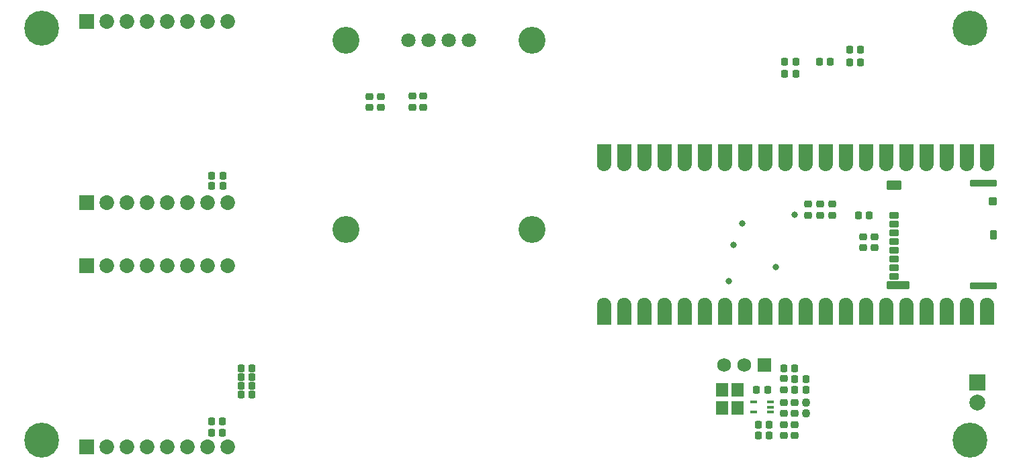
<source format=gbs>
G04*
G04 #@! TF.GenerationSoftware,Altium Limited,Altium Designer,25.8.1 (18)*
G04*
G04 Layer_Color=16711935*
%FSLAX44Y44*%
%MOMM*%
G71*
G04*
G04 #@! TF.SameCoordinates,74B96BC4-F20B-47FB-8E9B-22239AF92EBC*
G04*
G04*
G04 #@! TF.FilePolarity,Negative*
G04*
G01*
G75*
%ADD49C,0.8032*%
G04:AMPARAMS|DCode=51|XSize=0.9632mm|YSize=0.8636mm|CornerRadius=0.1842mm|HoleSize=0mm|Usage=FLASHONLY|Rotation=0.000|XOffset=0mm|YOffset=0mm|HoleType=Round|Shape=RoundedRectangle|*
%AMROUNDEDRECTD51*
21,1,0.9632,0.4953,0,0,0.0*
21,1,0.5949,0.8636,0,0,0.0*
1,1,0.3683,0.2975,-0.2477*
1,1,0.3683,-0.2975,-0.2477*
1,1,0.3683,-0.2975,0.2477*
1,1,0.3683,0.2975,0.2477*
%
%ADD51ROUNDEDRECTD51*%
G04:AMPARAMS|DCode=52|XSize=0.9632mm|YSize=0.8636mm|CornerRadius=0.1842mm|HoleSize=0mm|Usage=FLASHONLY|Rotation=270.000|XOffset=0mm|YOffset=0mm|HoleType=Round|Shape=RoundedRectangle|*
%AMROUNDEDRECTD52*
21,1,0.9632,0.4953,0,0,270.0*
21,1,0.5949,0.8636,0,0,270.0*
1,1,0.3683,-0.2477,-0.2975*
1,1,0.3683,-0.2477,0.2975*
1,1,0.3683,0.2477,0.2975*
1,1,0.3683,0.2477,-0.2975*
%
%ADD52ROUNDEDRECTD52*%
%ADD69C,1.8542*%
%ADD70C,1.8032*%
%ADD71R,1.8542X1.8542*%
%ADD72R,1.7532X1.7532*%
%ADD73C,1.7532*%
%ADD74C,1.1032*%
%ADD75C,2.0032*%
%ADD76R,2.0032X2.0032*%
%ADD77C,4.4000*%
%ADD78C,3.4000*%
G04:AMPARAMS|DCode=113|XSize=0.8mm|YSize=1.2mm|CornerRadius=0.12mm|HoleSize=0mm|Usage=FLASHONLY|Rotation=90.000|XOffset=0mm|YOffset=0mm|HoleType=Round|Shape=RoundedRectangle|*
%AMROUNDEDRECTD113*
21,1,0.8000,0.9600,0,0,90.0*
21,1,0.5600,1.2000,0,0,90.0*
1,1,0.2400,0.4800,0.2800*
1,1,0.2400,0.4800,-0.2800*
1,1,0.2400,-0.4800,-0.2800*
1,1,0.2400,-0.4800,0.2800*
%
%ADD113ROUNDEDRECTD113*%
%ADD114R,1.5332X1.7732*%
G04:AMPARAMS|DCode=115|XSize=1mm|YSize=1.03mm|CornerRadius=0.14mm|HoleSize=0mm|Usage=FLASHONLY|Rotation=90.000|XOffset=0mm|YOffset=0mm|HoleType=Round|Shape=RoundedRectangle|*
%AMROUNDEDRECTD115*
21,1,1.0000,0.7500,0,0,90.0*
21,1,0.7200,1.0300,0,0,90.0*
1,1,0.2800,0.3750,0.3600*
1,1,0.2800,0.3750,-0.3600*
1,1,0.2800,-0.3750,-0.3600*
1,1,0.2800,-0.3750,0.3600*
%
%ADD115ROUNDEDRECTD115*%
G04:AMPARAMS|DCode=116|XSize=1.14mm|YSize=1.93mm|CornerRadius=0.154mm|HoleSize=0mm|Usage=FLASHONLY|Rotation=90.000|XOffset=0mm|YOffset=0mm|HoleType=Round|Shape=RoundedRectangle|*
%AMROUNDEDRECTD116*
21,1,1.1400,1.6220,0,0,90.0*
21,1,0.8320,1.9300,0,0,90.0*
1,1,0.3080,0.8110,0.4160*
1,1,0.3080,0.8110,-0.4160*
1,1,0.3080,-0.8110,-0.4160*
1,1,0.3080,-0.8110,0.4160*
%
%ADD116ROUNDEDRECTD116*%
G04:AMPARAMS|DCode=117|XSize=0.8mm|YSize=3.4mm|CornerRadius=0.1375mm|HoleSize=0mm|Usage=FLASHONLY|Rotation=90.000|XOffset=0mm|YOffset=0mm|HoleType=Round|Shape=RoundedRectangle|*
%AMROUNDEDRECTD117*
21,1,0.8000,3.1250,0,0,90.0*
21,1,0.5250,3.4000,0,0,90.0*
1,1,0.2750,1.5625,0.2625*
1,1,0.2750,1.5625,-0.2625*
1,1,0.2750,-1.5625,-0.2625*
1,1,0.2750,-1.5625,0.2625*
%
%ADD117ROUNDEDRECTD117*%
G04:AMPARAMS|DCode=118|XSize=0.8mm|YSize=3.4mm|CornerRadius=0.12mm|HoleSize=0mm|Usage=FLASHONLY|Rotation=90.000|XOffset=0mm|YOffset=0mm|HoleType=Round|Shape=RoundedRectangle|*
%AMROUNDEDRECTD118*
21,1,0.8000,3.1600,0,0,90.0*
21,1,0.5600,3.4000,0,0,90.0*
1,1,0.2400,1.5800,0.2800*
1,1,0.2400,1.5800,-0.2800*
1,1,0.2400,-1.5800,-0.2800*
1,1,0.2400,-1.5800,0.2800*
%
%ADD118ROUNDEDRECTD118*%
G04:AMPARAMS|DCode=119|XSize=0.96mm|YSize=2.9mm|CornerRadius=0.136mm|HoleSize=0mm|Usage=FLASHONLY|Rotation=90.000|XOffset=0mm|YOffset=0mm|HoleType=Round|Shape=RoundedRectangle|*
%AMROUNDEDRECTD119*
21,1,0.9600,2.6280,0,0,90.0*
21,1,0.6880,2.9000,0,0,90.0*
1,1,0.2720,1.3140,0.3440*
1,1,0.2720,1.3140,-0.3440*
1,1,0.2720,-1.3140,-0.3440*
1,1,0.2720,-1.3140,0.3440*
%
%ADD119ROUNDEDRECTD119*%
%ADD120R,0.8400X0.4400*%
G04:AMPARAMS|DCode=121|XSize=1.15mm|YSize=0.88mm|CornerRadius=0.128mm|HoleSize=0mm|Usage=FLASHONLY|Rotation=90.000|XOffset=0mm|YOffset=0mm|HoleType=Round|Shape=RoundedRectangle|*
%AMROUNDEDRECTD121*
21,1,1.1500,0.6240,0,0,90.0*
21,1,0.8940,0.8800,0,0,90.0*
1,1,0.2560,0.3120,0.4470*
1,1,0.2560,0.3120,-0.4470*
1,1,0.2560,-0.3120,-0.4470*
1,1,0.2560,-0.3120,0.4470*
%
%ADD121ROUNDEDRECTD121*%
G36*
X1239301Y413918D02*
X1239367Y413914D01*
X1239432Y413910D01*
X1239433Y413910D01*
X1239433Y413910D01*
X1239497Y413897D01*
X1239563Y413884D01*
X1239564Y413884D01*
X1239564Y413884D01*
X1239623Y413863D01*
X1239689Y413841D01*
X1239690Y413841D01*
X1239690Y413841D01*
X1239749Y413811D01*
X1239809Y413782D01*
X1239809Y413782D01*
X1239810Y413782D01*
X1239872Y413740D01*
X1239920Y413708D01*
X1239920Y413708D01*
X1239920Y413708D01*
X1239975Y413660D01*
X1240020Y413621D01*
X1240020Y413620D01*
X1240020Y413620D01*
X1240065Y413570D01*
X1240108Y413521D01*
X1240108Y413520D01*
X1240108Y413520D01*
X1240146Y413463D01*
X1240182Y413410D01*
X1240182Y413410D01*
X1240182Y413409D01*
X1240211Y413351D01*
X1240241Y413291D01*
X1240241Y413290D01*
X1240241Y413290D01*
X1240263Y413225D01*
X1240284Y413165D01*
X1240284Y413164D01*
X1240284Y413164D01*
X1240297Y413098D01*
X1240310Y413034D01*
X1240310Y413033D01*
X1240310Y413033D01*
X1240314Y412968D01*
X1240319Y412901D01*
X1240342Y388927D01*
X1240342Y388926D01*
X1240342Y388926D01*
X1240342Y388401D01*
Y388401D01*
D01*
X1240333Y388269D01*
X1240196Y387229D01*
X1240179Y387141D01*
X1240170Y387098D01*
X1239899Y386085D01*
X1239856Y385959D01*
X1239856Y385959D01*
X1239455Y384990D01*
X1239455Y384990D01*
X1239396Y384871D01*
X1238872Y383962D01*
X1238798Y383852D01*
X1238798Y383852D01*
X1238159Y383020D01*
X1238071Y382920D01*
X1238071Y382920D01*
X1238071Y382919D01*
X1237330Y382178D01*
X1237230Y382090D01*
X1236398Y381452D01*
X1236287Y381378D01*
D01*
X1236287Y381378D01*
X1235378Y380854D01*
X1235259Y380795D01*
X1234290Y380393D01*
X1234204Y380364D01*
X1234164Y380351D01*
X1233151Y380079D01*
X1233020Y380053D01*
X1233020D01*
X1231981Y379917D01*
X1231848Y379908D01*
D01*
X1231848D01*
X1231323Y379908D01*
X1230799Y379908D01*
X1230799D01*
D01*
X1230666Y379917D01*
X1229627Y380054D01*
X1229627D01*
X1229496Y380080D01*
X1228483Y380351D01*
X1228357Y380394D01*
X1228357Y380394D01*
X1227388Y380795D01*
X1227388Y380795D01*
X1227349Y380815D01*
X1227269Y380854D01*
X1227268Y380854D01*
X1226360Y381378D01*
X1226250Y381452D01*
X1226250Y381452D01*
X1225418Y382090D01*
X1225318Y382178D01*
X1224576Y382920D01*
Y382920D01*
X1224576D01*
X1224488Y383020D01*
X1223850Y383852D01*
X1223850Y383852D01*
X1223776Y383963D01*
X1223252Y384871D01*
X1223193Y384990D01*
X1222791Y385959D01*
X1222749Y386085D01*
X1222749Y386085D01*
X1222477Y387098D01*
X1222477Y387098D01*
X1222456Y387203D01*
X1222451Y387229D01*
Y387229D01*
X1222315Y388268D01*
X1222314Y388269D01*
X1222307Y388383D01*
X1222306Y388401D01*
Y388401D01*
Y388401D01*
X1222306Y388924D01*
X1222306Y388925D01*
X1222282Y412899D01*
X1222282Y412900D01*
X1222282Y412900D01*
X1222287Y412968D01*
X1222291Y413032D01*
X1222291Y413033D01*
X1222291Y413033D01*
X1222305Y413101D01*
X1222317Y413163D01*
X1222317Y413163D01*
X1222317Y413164D01*
X1222340Y413231D01*
X1222359Y413289D01*
X1222360Y413289D01*
X1222360Y413290D01*
X1222389Y413349D01*
X1222418Y413408D01*
X1222419Y413409D01*
X1222419Y413409D01*
X1222456Y413465D01*
X1222492Y413519D01*
X1222492Y413520D01*
X1222493Y413520D01*
X1222540Y413573D01*
X1222580Y413619D01*
X1222580Y413620D01*
X1222580Y413620D01*
X1222632Y413665D01*
X1222680Y413707D01*
X1222680Y413708D01*
X1222681Y413708D01*
X1222740Y413748D01*
X1222791Y413782D01*
X1222791Y413782D01*
X1222791Y413782D01*
X1222868Y413820D01*
X1222910Y413840D01*
X1222910Y413841D01*
X1222911Y413841D01*
X1222994Y413869D01*
X1223036Y413883D01*
X1223036Y413884D01*
X1223037Y413884D01*
X1223122Y413901D01*
X1223167Y413909D01*
X1223167Y413910D01*
X1223168Y413910D01*
X1223243Y413915D01*
X1223299Y413918D01*
X1223300Y413918D01*
X1223300Y413918D01*
X1239301Y413918D01*
D02*
G37*
G36*
X1213901D02*
X1213967Y413914D01*
X1214032Y413910D01*
X1214033Y413910D01*
X1214033Y413910D01*
X1214097Y413897D01*
X1214163Y413884D01*
X1214164Y413884D01*
X1214164Y413884D01*
X1214223Y413863D01*
X1214289Y413841D01*
X1214290Y413841D01*
X1214290Y413841D01*
X1214349Y413811D01*
X1214409Y413782D01*
X1214409Y413782D01*
X1214410Y413782D01*
X1214472Y413740D01*
X1214520Y413708D01*
X1214520Y413708D01*
X1214520Y413708D01*
X1214575Y413660D01*
X1214620Y413621D01*
X1214620Y413620D01*
X1214620Y413620D01*
X1214665Y413570D01*
X1214708Y413521D01*
X1214708Y413520D01*
X1214708Y413520D01*
X1214746Y413463D01*
X1214782Y413410D01*
X1214782Y413410D01*
X1214782Y413409D01*
X1214811Y413351D01*
X1214841Y413291D01*
X1214841Y413290D01*
X1214841Y413290D01*
X1214863Y413225D01*
X1214884Y413165D01*
X1214884Y413164D01*
X1214884Y413164D01*
X1214897Y413098D01*
X1214910Y413034D01*
X1214910Y413033D01*
X1214910Y413033D01*
X1214914Y412968D01*
X1214919Y412901D01*
X1214942Y388927D01*
X1214942Y388926D01*
X1214942Y388926D01*
X1214942Y388401D01*
Y388401D01*
D01*
X1214933Y388269D01*
X1214796Y387229D01*
X1214779Y387141D01*
X1214770Y387098D01*
X1214499Y386085D01*
X1214456Y385959D01*
X1214456Y385959D01*
X1214055Y384990D01*
X1214055Y384990D01*
X1213996Y384871D01*
X1213472Y383962D01*
X1213398Y383852D01*
X1213398Y383852D01*
X1212759Y383020D01*
X1212671Y382920D01*
X1212671Y382920D01*
X1212671Y382919D01*
X1211930Y382178D01*
X1211830Y382090D01*
X1210998Y381452D01*
X1210887Y381378D01*
D01*
X1210887Y381378D01*
X1209978Y380854D01*
X1209859Y380795D01*
X1208890Y380393D01*
X1208804Y380364D01*
X1208764Y380351D01*
X1207751Y380079D01*
X1207620Y380053D01*
X1207620D01*
X1206581Y379917D01*
X1206448Y379908D01*
D01*
X1206448D01*
X1205923Y379908D01*
X1205399Y379908D01*
X1205399D01*
D01*
X1205266Y379917D01*
X1204227Y380054D01*
X1204227D01*
X1204096Y380080D01*
X1203083Y380351D01*
X1202957Y380394D01*
X1202957Y380394D01*
X1201988Y380795D01*
X1201988Y380795D01*
X1201949Y380815D01*
X1201869Y380854D01*
X1201868Y380854D01*
X1200960Y381378D01*
X1200850Y381452D01*
X1200850Y381452D01*
X1200018Y382090D01*
X1199918Y382178D01*
X1199176Y382920D01*
Y382920D01*
X1199176D01*
X1199088Y383020D01*
X1198450Y383852D01*
X1198450Y383852D01*
X1198376Y383963D01*
X1197852Y384871D01*
X1197793Y384990D01*
X1197391Y385959D01*
X1197349Y386085D01*
X1197349Y386085D01*
X1197077Y387098D01*
X1197077Y387098D01*
X1197056Y387203D01*
X1197051Y387229D01*
Y387229D01*
X1196915Y388268D01*
X1196914Y388269D01*
X1196907Y388383D01*
X1196906Y388401D01*
Y388401D01*
Y388401D01*
X1196906Y388924D01*
X1196906Y388925D01*
X1196882Y412899D01*
X1196882Y412900D01*
X1196882Y412900D01*
X1196887Y412968D01*
X1196891Y413032D01*
X1196891Y413033D01*
X1196891Y413033D01*
X1196905Y413101D01*
X1196917Y413163D01*
X1196917Y413163D01*
X1196917Y413164D01*
X1196940Y413231D01*
X1196959Y413289D01*
X1196960Y413289D01*
X1196960Y413290D01*
X1196989Y413349D01*
X1197018Y413408D01*
X1197019Y413409D01*
X1197019Y413409D01*
X1197056Y413465D01*
X1197092Y413519D01*
X1197092Y413520D01*
X1197093Y413520D01*
X1197140Y413573D01*
X1197180Y413619D01*
X1197180Y413620D01*
X1197180Y413620D01*
X1197232Y413665D01*
X1197280Y413707D01*
X1197280Y413708D01*
X1197281Y413708D01*
X1197340Y413748D01*
X1197391Y413782D01*
X1197391Y413782D01*
X1197391Y413782D01*
X1197468Y413820D01*
X1197510Y413840D01*
X1197510Y413841D01*
X1197511Y413841D01*
X1197594Y413869D01*
X1197636Y413883D01*
X1197636Y413884D01*
X1197637Y413884D01*
X1197722Y413901D01*
X1197767Y413909D01*
X1197767Y413910D01*
X1197768Y413910D01*
X1197843Y413915D01*
X1197899Y413918D01*
X1197900Y413918D01*
X1197900Y413918D01*
X1213901Y413918D01*
D02*
G37*
G36*
X1188501D02*
X1188567Y413914D01*
X1188632Y413910D01*
X1188633Y413910D01*
X1188633Y413910D01*
X1188697Y413897D01*
X1188763Y413884D01*
X1188764Y413884D01*
X1188764Y413884D01*
X1188823Y413863D01*
X1188889Y413841D01*
X1188890Y413841D01*
X1188890Y413841D01*
X1188949Y413811D01*
X1189009Y413782D01*
X1189009Y413782D01*
X1189010Y413782D01*
X1189072Y413740D01*
X1189119Y413708D01*
X1189120Y413708D01*
X1189120Y413708D01*
X1189175Y413660D01*
X1189220Y413621D01*
X1189220Y413620D01*
X1189220Y413620D01*
X1189265Y413570D01*
X1189308Y413521D01*
X1189308Y413520D01*
X1189308Y413520D01*
X1189346Y413463D01*
X1189382Y413410D01*
X1189382Y413410D01*
X1189382Y413409D01*
X1189411Y413351D01*
X1189441Y413291D01*
X1189441Y413290D01*
X1189441Y413290D01*
X1189463Y413225D01*
X1189484Y413165D01*
X1189484Y413164D01*
X1189484Y413164D01*
X1189497Y413098D01*
X1189510Y413034D01*
X1189510Y413033D01*
X1189510Y413033D01*
X1189514Y412968D01*
X1189519Y412901D01*
X1189542Y388927D01*
X1189542Y388926D01*
X1189542Y388926D01*
X1189542Y388401D01*
Y388401D01*
D01*
X1189533Y388269D01*
X1189396Y387229D01*
X1189379Y387141D01*
X1189370Y387098D01*
X1189099Y386085D01*
X1189056Y385959D01*
X1189056Y385959D01*
X1188655Y384990D01*
X1188655Y384990D01*
X1188596Y384871D01*
X1188072Y383962D01*
X1187998Y383852D01*
X1187998Y383852D01*
X1187359Y383020D01*
X1187271Y382920D01*
X1187271Y382920D01*
X1187271Y382919D01*
X1186530Y382178D01*
X1186430Y382090D01*
X1185598Y381452D01*
X1185487Y381378D01*
D01*
X1185487Y381378D01*
X1184578Y380854D01*
X1184459Y380795D01*
X1183490Y380393D01*
X1183404Y380364D01*
X1183364Y380351D01*
X1182351Y380079D01*
X1182220Y380053D01*
X1182220D01*
X1181180Y379917D01*
X1181048Y379908D01*
D01*
X1181048D01*
X1180523Y379908D01*
X1179999Y379908D01*
X1179999D01*
D01*
X1179866Y379917D01*
X1178827Y380054D01*
X1178827D01*
X1178696Y380080D01*
X1177683Y380351D01*
X1177557Y380394D01*
X1177557Y380394D01*
X1176588Y380795D01*
X1176588Y380795D01*
X1176549Y380815D01*
X1176469Y380854D01*
X1176468Y380854D01*
X1175561Y381378D01*
X1175450Y381452D01*
X1175450Y381452D01*
X1174618Y382090D01*
X1174518Y382178D01*
X1173776Y382920D01*
Y382920D01*
X1173776D01*
X1173688Y383020D01*
X1173050Y383852D01*
X1173050Y383852D01*
X1172976Y383963D01*
X1172452Y384871D01*
X1172393Y384990D01*
X1171991Y385959D01*
X1171949Y386085D01*
X1171949Y386085D01*
X1171677Y387098D01*
X1171677Y387098D01*
X1171656Y387203D01*
X1171651Y387229D01*
Y387229D01*
X1171515Y388268D01*
X1171514Y388269D01*
X1171507Y388383D01*
X1171506Y388401D01*
Y388401D01*
Y388401D01*
X1171506Y388924D01*
X1171506Y388925D01*
X1171482Y412899D01*
X1171482Y412900D01*
X1171482Y412900D01*
X1171487Y412968D01*
X1171491Y413032D01*
X1171491Y413033D01*
X1171491Y413033D01*
X1171505Y413101D01*
X1171517Y413163D01*
X1171517Y413163D01*
X1171517Y413164D01*
X1171540Y413231D01*
X1171559Y413289D01*
X1171560Y413289D01*
X1171560Y413290D01*
X1171589Y413349D01*
X1171618Y413408D01*
X1171618Y413409D01*
X1171619Y413409D01*
X1171656Y413465D01*
X1171692Y413519D01*
X1171692Y413520D01*
X1171693Y413520D01*
X1171740Y413573D01*
X1171780Y413619D01*
X1171780Y413620D01*
X1171780Y413620D01*
X1171832Y413665D01*
X1171880Y413707D01*
X1171880Y413708D01*
X1171881Y413708D01*
X1171940Y413748D01*
X1171991Y413782D01*
X1171991Y413782D01*
X1171991Y413782D01*
X1172068Y413820D01*
X1172110Y413840D01*
X1172110Y413841D01*
X1172111Y413841D01*
X1172194Y413869D01*
X1172236Y413883D01*
X1172236Y413884D01*
X1172237Y413884D01*
X1172322Y413901D01*
X1172367Y413909D01*
X1172367Y413910D01*
X1172368Y413910D01*
X1172443Y413915D01*
X1172499Y413918D01*
X1172500Y413918D01*
X1172500Y413918D01*
X1188501Y413918D01*
D02*
G37*
G36*
X1163101D02*
X1163167Y413914D01*
X1163232Y413910D01*
X1163233Y413910D01*
X1163233Y413910D01*
X1163297Y413897D01*
X1163363Y413884D01*
X1163363Y413884D01*
X1163364Y413884D01*
X1163423Y413863D01*
X1163489Y413841D01*
X1163490Y413841D01*
X1163490Y413841D01*
X1163549Y413811D01*
X1163609Y413782D01*
X1163609Y413782D01*
X1163610Y413782D01*
X1163672Y413740D01*
X1163719Y413708D01*
X1163720Y413708D01*
X1163720Y413708D01*
X1163775Y413660D01*
X1163820Y413621D01*
X1163820Y413620D01*
X1163820Y413620D01*
X1163865Y413570D01*
X1163908Y413521D01*
X1163908Y413520D01*
X1163908Y413520D01*
X1163946Y413463D01*
X1163982Y413410D01*
X1163982Y413410D01*
X1163982Y413409D01*
X1164011Y413351D01*
X1164041Y413291D01*
X1164041Y413290D01*
X1164041Y413290D01*
X1164063Y413225D01*
X1164084Y413165D01*
X1164084Y413164D01*
X1164084Y413164D01*
X1164097Y413098D01*
X1164110Y413034D01*
X1164110Y413033D01*
X1164110Y413033D01*
X1164114Y412968D01*
X1164119Y412901D01*
X1164142Y388927D01*
X1164142Y388926D01*
X1164142Y388926D01*
X1164142Y388401D01*
Y388401D01*
D01*
X1164133Y388269D01*
X1163996Y387229D01*
X1163979Y387141D01*
X1163970Y387098D01*
X1163699Y386085D01*
X1163656Y385959D01*
X1163656Y385959D01*
X1163255Y384990D01*
X1163255Y384990D01*
X1163196Y384871D01*
X1162672Y383962D01*
X1162598Y383852D01*
X1162598Y383852D01*
X1161959Y383020D01*
X1161871Y382920D01*
X1161871Y382920D01*
X1161871Y382919D01*
X1161130Y382178D01*
X1161030Y382090D01*
X1160198Y381452D01*
X1160087Y381378D01*
D01*
X1160087Y381378D01*
X1159178Y380854D01*
X1159059Y380795D01*
X1158090Y380393D01*
X1158005Y380364D01*
X1157964Y380351D01*
X1156951Y380079D01*
X1156820Y380053D01*
X1156820D01*
X1155780Y379917D01*
X1155648Y379908D01*
D01*
X1155648D01*
X1155123Y379908D01*
X1154599Y379908D01*
X1154599D01*
D01*
X1154466Y379917D01*
X1153427Y380054D01*
X1153427D01*
X1153296Y380080D01*
X1152283Y380351D01*
X1152157Y380394D01*
X1152157Y380394D01*
X1151188Y380795D01*
X1151188Y380795D01*
X1151149Y380815D01*
X1151069Y380854D01*
X1151068Y380854D01*
X1150161Y381378D01*
X1150050Y381452D01*
X1150050Y381452D01*
X1149218Y382090D01*
X1149118Y382178D01*
X1148376Y382920D01*
Y382920D01*
X1148376D01*
X1148288Y383020D01*
X1147650Y383852D01*
X1147650Y383852D01*
X1147576Y383963D01*
X1147052Y384871D01*
X1146993Y384990D01*
X1146591Y385959D01*
X1146549Y386085D01*
X1146549Y386085D01*
X1146277Y387098D01*
X1146277Y387098D01*
X1146256Y387203D01*
X1146251Y387229D01*
Y387229D01*
X1146115Y388268D01*
X1146114Y388269D01*
X1146107Y388383D01*
X1146106Y388401D01*
Y388401D01*
Y388401D01*
X1146106Y388924D01*
X1146106Y388925D01*
X1146082Y412899D01*
X1146082Y412900D01*
X1146082Y412900D01*
X1146087Y412968D01*
X1146091Y413032D01*
X1146091Y413033D01*
X1146091Y413033D01*
X1146105Y413101D01*
X1146117Y413163D01*
X1146117Y413163D01*
X1146117Y413164D01*
X1146140Y413231D01*
X1146159Y413289D01*
X1146160Y413289D01*
X1146160Y413290D01*
X1146189Y413349D01*
X1146218Y413408D01*
X1146218Y413409D01*
X1146219Y413409D01*
X1146256Y413465D01*
X1146292Y413519D01*
X1146292Y413520D01*
X1146293Y413520D01*
X1146339Y413573D01*
X1146380Y413619D01*
X1146380Y413620D01*
X1146380Y413620D01*
X1146432Y413665D01*
X1146480Y413707D01*
X1146480Y413708D01*
X1146481Y413708D01*
X1146540Y413748D01*
X1146590Y413782D01*
X1146591Y413782D01*
X1146591Y413782D01*
X1146668Y413820D01*
X1146710Y413840D01*
X1146710Y413841D01*
X1146711Y413841D01*
X1146794Y413869D01*
X1146836Y413883D01*
X1146836Y413884D01*
X1146837Y413884D01*
X1146922Y413901D01*
X1146967Y413909D01*
X1146967Y413910D01*
X1146968Y413910D01*
X1147043Y413915D01*
X1147100Y413918D01*
X1147100Y413918D01*
X1147100Y413918D01*
X1163101Y413918D01*
D02*
G37*
G36*
X1137701D02*
X1137767Y413914D01*
X1137832Y413910D01*
X1137833Y413910D01*
X1137833Y413910D01*
X1137897Y413897D01*
X1137963Y413884D01*
X1137963Y413884D01*
X1137964Y413884D01*
X1138024Y413863D01*
X1138089Y413841D01*
X1138090Y413841D01*
X1138090Y413841D01*
X1138149Y413811D01*
X1138209Y413782D01*
X1138209Y413782D01*
X1138210Y413782D01*
X1138272Y413740D01*
X1138319Y413708D01*
X1138320Y413708D01*
X1138320Y413708D01*
X1138375Y413660D01*
X1138420Y413621D01*
X1138420Y413620D01*
X1138420Y413620D01*
X1138465Y413570D01*
X1138508Y413521D01*
X1138508Y413520D01*
X1138508Y413520D01*
X1138546Y413463D01*
X1138582Y413410D01*
X1138582Y413410D01*
X1138582Y413409D01*
X1138611Y413351D01*
X1138641Y413291D01*
X1138641Y413290D01*
X1138641Y413290D01*
X1138663Y413225D01*
X1138684Y413165D01*
X1138684Y413164D01*
X1138684Y413164D01*
X1138697Y413098D01*
X1138710Y413034D01*
X1138710Y413033D01*
X1138710Y413033D01*
X1138714Y412968D01*
X1138719Y412901D01*
X1138742Y388927D01*
X1138742Y388926D01*
X1138742Y388926D01*
X1138742Y388401D01*
Y388401D01*
D01*
X1138733Y388269D01*
X1138596Y387229D01*
X1138579Y387141D01*
X1138570Y387098D01*
X1138299Y386085D01*
X1138256Y385959D01*
X1138256Y385959D01*
X1137855Y384990D01*
X1137855Y384990D01*
X1137796Y384871D01*
X1137272Y383962D01*
X1137198Y383852D01*
X1137198Y383852D01*
X1136559Y383020D01*
X1136471Y382920D01*
X1136471Y382920D01*
X1136471Y382919D01*
X1135730Y382178D01*
X1135630Y382090D01*
X1134798Y381452D01*
X1134687Y381378D01*
D01*
X1134687Y381378D01*
X1133779Y380854D01*
X1133659Y380795D01*
X1132690Y380393D01*
X1132605Y380364D01*
X1132564Y380351D01*
X1131551Y380079D01*
X1131420Y380053D01*
X1131420D01*
X1130380Y379917D01*
X1130248Y379908D01*
D01*
X1130248D01*
X1129723Y379908D01*
X1129199Y379908D01*
X1129199D01*
D01*
X1129066Y379917D01*
X1128027Y380054D01*
X1128027D01*
X1127896Y380080D01*
X1126883Y380351D01*
X1126757Y380394D01*
X1126757Y380394D01*
X1125788Y380795D01*
X1125788Y380795D01*
X1125749Y380815D01*
X1125669Y380854D01*
X1125668Y380854D01*
X1124761Y381378D01*
X1124650Y381452D01*
X1124650Y381452D01*
X1123818Y382090D01*
X1123718Y382178D01*
X1122976Y382920D01*
Y382920D01*
X1122976D01*
X1122888Y383020D01*
X1122250Y383852D01*
X1122250Y383852D01*
X1122176Y383963D01*
X1121652Y384871D01*
X1121593Y384990D01*
X1121191Y385959D01*
X1121149Y386085D01*
X1121149Y386085D01*
X1120877Y387098D01*
X1120877Y387098D01*
X1120856Y387203D01*
X1120851Y387229D01*
Y387229D01*
X1120714Y388268D01*
X1120714Y388269D01*
X1120707Y388383D01*
X1120706Y388401D01*
Y388401D01*
Y388401D01*
X1120706Y388924D01*
X1120706Y388925D01*
X1120682Y412899D01*
X1120682Y412900D01*
X1120682Y412900D01*
X1120687Y412968D01*
X1120691Y413032D01*
X1120691Y413033D01*
X1120691Y413033D01*
X1120705Y413101D01*
X1120717Y413163D01*
X1120717Y413163D01*
X1120717Y413164D01*
X1120740Y413231D01*
X1120759Y413289D01*
X1120760Y413289D01*
X1120760Y413290D01*
X1120789Y413349D01*
X1120818Y413408D01*
X1120818Y413409D01*
X1120819Y413409D01*
X1120856Y413465D01*
X1120892Y413519D01*
X1120892Y413520D01*
X1120893Y413520D01*
X1120939Y413573D01*
X1120980Y413619D01*
X1120980Y413620D01*
X1120981Y413620D01*
X1121032Y413665D01*
X1121080Y413707D01*
X1121080Y413708D01*
X1121081Y413708D01*
X1121140Y413748D01*
X1121190Y413782D01*
X1121191Y413782D01*
X1121191Y413782D01*
X1121268Y413820D01*
X1121310Y413840D01*
X1121310Y413841D01*
X1121311Y413841D01*
X1121394Y413869D01*
X1121436Y413883D01*
X1121436Y413884D01*
X1121437Y413884D01*
X1121522Y413901D01*
X1121567Y413909D01*
X1121567Y413910D01*
X1121568Y413910D01*
X1121643Y413915D01*
X1121700Y413918D01*
X1121700Y413918D01*
X1121700Y413918D01*
X1137701Y413918D01*
D02*
G37*
G36*
X1112300D02*
X1112367Y413914D01*
X1112432Y413910D01*
X1112433Y413910D01*
X1112433Y413910D01*
X1112497Y413897D01*
X1112563Y413884D01*
X1112563Y413884D01*
X1112564Y413884D01*
X1112624Y413863D01*
X1112689Y413841D01*
X1112690Y413841D01*
X1112690Y413841D01*
X1112749Y413811D01*
X1112809Y413782D01*
X1112809Y413782D01*
X1112810Y413782D01*
X1112872Y413740D01*
X1112919Y413708D01*
X1112920Y413708D01*
X1112920Y413708D01*
X1112975Y413660D01*
X1113020Y413621D01*
X1113020Y413620D01*
X1113020Y413620D01*
X1113065Y413570D01*
X1113108Y413521D01*
X1113108Y413520D01*
X1113108Y413520D01*
X1113146Y413463D01*
X1113182Y413410D01*
X1113182Y413410D01*
X1113182Y413409D01*
X1113211Y413351D01*
X1113241Y413291D01*
X1113241Y413290D01*
X1113241Y413290D01*
X1113263Y413225D01*
X1113284Y413165D01*
X1113284Y413164D01*
X1113284Y413164D01*
X1113297Y413098D01*
X1113310Y413034D01*
X1113310Y413033D01*
X1113310Y413033D01*
X1113314Y412968D01*
X1113319Y412901D01*
X1113342Y388927D01*
X1113342Y388926D01*
X1113342Y388926D01*
X1113342Y388401D01*
Y388401D01*
D01*
X1113333Y388269D01*
X1113196Y387229D01*
X1113179Y387141D01*
X1113170Y387098D01*
X1112899Y386085D01*
X1112856Y385959D01*
X1112856Y385959D01*
X1112455Y384990D01*
X1112455Y384990D01*
X1112396Y384871D01*
X1111872Y383962D01*
X1111798Y383852D01*
X1111798Y383852D01*
X1111159Y383020D01*
X1111071Y382920D01*
X1111071Y382920D01*
X1111071Y382919D01*
X1110330Y382178D01*
X1110230Y382090D01*
X1109398Y381452D01*
X1109287Y381378D01*
D01*
X1109287Y381378D01*
X1108379Y380854D01*
X1108259Y380795D01*
X1107290Y380393D01*
X1107205Y380364D01*
X1107164Y380351D01*
X1106151Y380079D01*
X1106020Y380053D01*
X1106020D01*
X1104980Y379917D01*
X1104848Y379908D01*
D01*
X1104848D01*
X1104323Y379908D01*
X1103799Y379908D01*
X1103799D01*
D01*
X1103666Y379917D01*
X1102627Y380054D01*
X1102627D01*
X1102496Y380080D01*
X1101483Y380351D01*
X1101357Y380394D01*
X1101357Y380394D01*
X1100388Y380795D01*
X1100388Y380795D01*
X1100349Y380815D01*
X1100269Y380854D01*
X1100268Y380854D01*
X1099361Y381378D01*
X1099250Y381452D01*
X1099250Y381452D01*
X1098418Y382090D01*
X1098318Y382178D01*
X1097576Y382920D01*
Y382920D01*
X1097576D01*
X1097488Y383020D01*
X1096850Y383852D01*
X1096850Y383852D01*
X1096776Y383963D01*
X1096252Y384871D01*
X1096193Y384990D01*
X1095791Y385959D01*
X1095749Y386085D01*
X1095749Y386085D01*
X1095477Y387098D01*
X1095477Y387098D01*
X1095456Y387203D01*
X1095451Y387229D01*
Y387229D01*
X1095314Y388268D01*
X1095314Y388269D01*
X1095307Y388383D01*
X1095306Y388401D01*
Y388401D01*
Y388401D01*
X1095306Y388924D01*
X1095306Y388925D01*
X1095282Y412899D01*
X1095282Y412900D01*
X1095282Y412900D01*
X1095287Y412968D01*
X1095291Y413032D01*
X1095291Y413033D01*
X1095291Y413033D01*
X1095305Y413101D01*
X1095317Y413163D01*
X1095317Y413163D01*
X1095317Y413164D01*
X1095340Y413231D01*
X1095359Y413289D01*
X1095360Y413289D01*
X1095360Y413290D01*
X1095389Y413349D01*
X1095418Y413408D01*
X1095418Y413409D01*
X1095419Y413409D01*
X1095456Y413465D01*
X1095492Y413519D01*
X1095492Y413520D01*
X1095493Y413520D01*
X1095539Y413573D01*
X1095580Y413619D01*
X1095580Y413620D01*
X1095581Y413620D01*
X1095632Y413665D01*
X1095680Y413707D01*
X1095680Y413708D01*
X1095681Y413708D01*
X1095740Y413748D01*
X1095790Y413782D01*
X1095791Y413782D01*
X1095791Y413782D01*
X1095868Y413820D01*
X1095910Y413840D01*
X1095910Y413841D01*
X1095911Y413841D01*
X1095994Y413869D01*
X1096036Y413883D01*
X1096036Y413884D01*
X1096037Y413884D01*
X1096122Y413901D01*
X1096167Y413909D01*
X1096167Y413910D01*
X1096168Y413910D01*
X1096243Y413915D01*
X1096300Y413918D01*
X1096300Y413918D01*
X1096300Y413918D01*
X1112300Y413918D01*
D02*
G37*
G36*
X1086900D02*
X1086967Y413914D01*
X1087032Y413910D01*
X1087033Y413910D01*
X1087033Y413910D01*
X1087097Y413897D01*
X1087163Y413884D01*
X1087163Y413884D01*
X1087164Y413884D01*
X1087224Y413863D01*
X1087289Y413841D01*
X1087290Y413841D01*
X1087290Y413841D01*
X1087349Y413811D01*
X1087409Y413782D01*
X1087409Y413782D01*
X1087410Y413782D01*
X1087472Y413740D01*
X1087520Y413708D01*
X1087520Y413708D01*
X1087520Y413708D01*
X1087575Y413660D01*
X1087620Y413621D01*
X1087620Y413620D01*
X1087620Y413620D01*
X1087665Y413570D01*
X1087708Y413521D01*
X1087708Y413520D01*
X1087708Y413520D01*
X1087746Y413463D01*
X1087782Y413410D01*
X1087782Y413410D01*
X1087782Y413409D01*
X1087811Y413351D01*
X1087841Y413291D01*
X1087841Y413290D01*
X1087841Y413290D01*
X1087863Y413225D01*
X1087884Y413165D01*
X1087884Y413164D01*
X1087884Y413164D01*
X1087897Y413098D01*
X1087910Y413034D01*
X1087910Y413033D01*
X1087910Y413033D01*
X1087914Y412968D01*
X1087919Y412901D01*
X1087942Y388927D01*
X1087942Y388926D01*
X1087942Y388926D01*
X1087942Y388401D01*
Y388401D01*
D01*
X1087933Y388269D01*
X1087796Y387229D01*
X1087779Y387141D01*
X1087770Y387098D01*
X1087499Y386085D01*
X1087456Y385959D01*
X1087456Y385959D01*
X1087055Y384990D01*
X1087055Y384990D01*
X1086996Y384871D01*
X1086472Y383962D01*
X1086398Y383852D01*
X1086398Y383852D01*
X1085759Y383020D01*
X1085671Y382920D01*
X1085671Y382920D01*
X1085671Y382919D01*
X1084930Y382178D01*
X1084830Y382090D01*
X1083998Y381452D01*
X1083887Y381378D01*
D01*
X1083887Y381378D01*
X1082979Y380854D01*
X1082859Y380795D01*
X1081890Y380393D01*
X1081805Y380364D01*
X1081764Y380351D01*
X1080751Y380079D01*
X1080620Y380053D01*
X1080620D01*
X1079581Y379917D01*
X1079448Y379908D01*
D01*
X1079448D01*
X1078923Y379908D01*
X1078399Y379908D01*
X1078399D01*
D01*
X1078266Y379917D01*
X1077227Y380054D01*
X1077227D01*
X1077096Y380080D01*
X1076083Y380351D01*
X1075957Y380394D01*
X1075957Y380394D01*
X1074988Y380795D01*
X1074988Y380795D01*
X1074949Y380815D01*
X1074869Y380854D01*
X1074868Y380854D01*
X1073960Y381378D01*
X1073850Y381452D01*
X1073850Y381452D01*
X1073018Y382090D01*
X1072918Y382178D01*
X1072176Y382920D01*
Y382920D01*
X1072176D01*
X1072088Y383020D01*
X1071450Y383852D01*
X1071450Y383852D01*
X1071376Y383963D01*
X1070852Y384871D01*
X1070793Y384990D01*
X1070391Y385959D01*
X1070349Y386085D01*
X1070349Y386085D01*
X1070077Y387098D01*
X1070077Y387098D01*
X1070056Y387203D01*
X1070051Y387229D01*
Y387229D01*
X1069914Y388268D01*
X1069914Y388269D01*
X1069907Y388383D01*
X1069906Y388401D01*
Y388401D01*
Y388401D01*
X1069906Y388924D01*
X1069906Y388925D01*
X1069882Y412899D01*
X1069882Y412900D01*
X1069882Y412900D01*
X1069887Y412968D01*
X1069891Y413032D01*
X1069891Y413033D01*
X1069891Y413033D01*
X1069905Y413101D01*
X1069917Y413163D01*
X1069917Y413163D01*
X1069917Y413164D01*
X1069940Y413231D01*
X1069959Y413289D01*
X1069960Y413289D01*
X1069960Y413290D01*
X1069989Y413349D01*
X1070018Y413408D01*
X1070018Y413409D01*
X1070019Y413409D01*
X1070056Y413465D01*
X1070092Y413519D01*
X1070092Y413520D01*
X1070093Y413520D01*
X1070139Y413573D01*
X1070180Y413619D01*
X1070180Y413620D01*
X1070181Y413620D01*
X1070232Y413665D01*
X1070280Y413707D01*
X1070280Y413708D01*
X1070281Y413708D01*
X1070340Y413748D01*
X1070390Y413782D01*
X1070391Y413782D01*
X1070391Y413782D01*
X1070468Y413820D01*
X1070510Y413840D01*
X1070510Y413841D01*
X1070511Y413841D01*
X1070594Y413869D01*
X1070636Y413883D01*
X1070636Y413884D01*
X1070637Y413884D01*
X1070722Y413901D01*
X1070767Y413909D01*
X1070767Y413910D01*
X1070768Y413910D01*
X1070843Y413915D01*
X1070900Y413918D01*
X1070900Y413918D01*
X1070900Y413918D01*
X1086900Y413918D01*
D02*
G37*
G36*
X1061500D02*
X1061567Y413914D01*
X1061632Y413910D01*
X1061633Y413910D01*
X1061633Y413910D01*
X1061697Y413897D01*
X1061763Y413884D01*
X1061764Y413884D01*
X1061764Y413884D01*
X1061824Y413863D01*
X1061889Y413841D01*
X1061890Y413841D01*
X1061890Y413841D01*
X1061949Y413811D01*
X1062009Y413782D01*
X1062009Y413782D01*
X1062010Y413782D01*
X1062072Y413740D01*
X1062120Y413708D01*
X1062120Y413708D01*
X1062120Y413708D01*
X1062175Y413660D01*
X1062220Y413621D01*
X1062220Y413620D01*
X1062220Y413620D01*
X1062265Y413570D01*
X1062308Y413521D01*
X1062308Y413520D01*
X1062308Y413520D01*
X1062346Y413463D01*
X1062382Y413410D01*
X1062382Y413410D01*
X1062382Y413409D01*
X1062411Y413351D01*
X1062441Y413291D01*
X1062441Y413290D01*
X1062441Y413290D01*
X1062463Y413225D01*
X1062484Y413165D01*
X1062484Y413164D01*
X1062484Y413164D01*
X1062497Y413098D01*
X1062510Y413034D01*
X1062510Y413033D01*
X1062510Y413033D01*
X1062514Y412968D01*
X1062519Y412901D01*
X1062542Y388927D01*
X1062542Y388926D01*
X1062542Y388926D01*
X1062542Y388401D01*
Y388401D01*
D01*
X1062533Y388269D01*
X1062396Y387229D01*
X1062379Y387141D01*
X1062370Y387098D01*
X1062099Y386085D01*
X1062056Y385959D01*
X1062056Y385959D01*
X1061655Y384990D01*
X1061655Y384990D01*
X1061596Y384871D01*
X1061072Y383962D01*
X1060998Y383852D01*
X1060998Y383852D01*
X1060359Y383020D01*
X1060271Y382920D01*
X1060271Y382920D01*
X1060271Y382919D01*
X1059530Y382178D01*
X1059430Y382090D01*
X1058598Y381452D01*
X1058487Y381378D01*
D01*
X1058487Y381378D01*
X1057579Y380854D01*
X1057459Y380795D01*
X1056490Y380393D01*
X1056404Y380364D01*
X1056364Y380351D01*
X1055351Y380079D01*
X1055220Y380053D01*
X1055220D01*
X1054181Y379917D01*
X1054048Y379908D01*
D01*
X1054048D01*
X1053523Y379908D01*
X1052999Y379908D01*
X1052999D01*
D01*
X1052866Y379917D01*
X1051827Y380054D01*
X1051827D01*
X1051696Y380080D01*
X1050683Y380351D01*
X1050557Y380394D01*
X1050557Y380394D01*
X1049588Y380795D01*
X1049588Y380795D01*
X1049549Y380815D01*
X1049469Y380854D01*
X1049468Y380854D01*
X1048560Y381378D01*
X1048450Y381452D01*
X1048450Y381452D01*
X1047618Y382090D01*
X1047518Y382178D01*
X1046776Y382920D01*
Y382920D01*
X1046776D01*
X1046688Y383020D01*
X1046050Y383852D01*
X1046050Y383852D01*
X1045976Y383963D01*
X1045452Y384871D01*
X1045393Y384990D01*
X1044991Y385959D01*
X1044949Y386085D01*
X1044949Y386085D01*
X1044677Y387098D01*
X1044677Y387098D01*
X1044656Y387203D01*
X1044651Y387229D01*
Y387229D01*
X1044514Y388268D01*
X1044514Y388269D01*
X1044507Y388383D01*
X1044506Y388401D01*
Y388401D01*
Y388401D01*
X1044506Y388924D01*
X1044506Y388925D01*
X1044482Y412899D01*
X1044482Y412900D01*
X1044482Y412900D01*
X1044487Y412968D01*
X1044491Y413032D01*
X1044491Y413033D01*
X1044491Y413033D01*
X1044505Y413101D01*
X1044517Y413163D01*
X1044517Y413163D01*
X1044517Y413164D01*
X1044540Y413231D01*
X1044559Y413289D01*
X1044560Y413289D01*
X1044560Y413290D01*
X1044589Y413349D01*
X1044618Y413408D01*
X1044619Y413409D01*
X1044619Y413409D01*
X1044656Y413465D01*
X1044692Y413519D01*
X1044692Y413520D01*
X1044693Y413520D01*
X1044740Y413573D01*
X1044780Y413619D01*
X1044780Y413620D01*
X1044781Y413620D01*
X1044832Y413665D01*
X1044880Y413707D01*
X1044880Y413708D01*
X1044881Y413708D01*
X1044940Y413748D01*
X1044990Y413782D01*
X1044991Y413782D01*
X1044991Y413782D01*
X1045068Y413820D01*
X1045110Y413840D01*
X1045110Y413841D01*
X1045111Y413841D01*
X1045194Y413869D01*
X1045236Y413883D01*
X1045236Y413884D01*
X1045237Y413884D01*
X1045322Y413901D01*
X1045367Y413909D01*
X1045367Y413910D01*
X1045368Y413910D01*
X1045443Y413915D01*
X1045499Y413918D01*
X1045500Y413918D01*
X1045500Y413918D01*
X1061500Y413918D01*
D02*
G37*
G36*
X1036100D02*
X1036167Y413914D01*
X1036232Y413910D01*
X1036233Y413910D01*
X1036233Y413910D01*
X1036297Y413897D01*
X1036363Y413884D01*
X1036364Y413884D01*
X1036364Y413884D01*
X1036423Y413863D01*
X1036489Y413841D01*
X1036490Y413841D01*
X1036490Y413841D01*
X1036549Y413811D01*
X1036609Y413782D01*
X1036609Y413782D01*
X1036610Y413782D01*
X1036672Y413740D01*
X1036720Y413708D01*
X1036720Y413708D01*
X1036720Y413708D01*
X1036775Y413660D01*
X1036820Y413621D01*
X1036820Y413620D01*
X1036820Y413620D01*
X1036865Y413570D01*
X1036908Y413521D01*
X1036908Y413520D01*
X1036908Y413520D01*
X1036946Y413463D01*
X1036982Y413410D01*
X1036982Y413410D01*
X1036982Y413409D01*
X1037011Y413351D01*
X1037041Y413291D01*
X1037041Y413290D01*
X1037041Y413290D01*
X1037063Y413225D01*
X1037084Y413165D01*
X1037084Y413164D01*
X1037084Y413164D01*
X1037097Y413098D01*
X1037110Y413034D01*
X1037110Y413033D01*
X1037110Y413033D01*
X1037114Y412968D01*
X1037119Y412901D01*
X1037142Y388927D01*
X1037142Y388926D01*
X1037142Y388926D01*
X1037142Y388401D01*
Y388401D01*
D01*
X1037133Y388269D01*
X1036996Y387229D01*
X1036979Y387141D01*
X1036970Y387098D01*
X1036699Y386085D01*
X1036656Y385959D01*
X1036656Y385959D01*
X1036255Y384990D01*
X1036255Y384990D01*
X1036196Y384871D01*
X1035672Y383962D01*
X1035598Y383852D01*
X1035598Y383852D01*
X1034959Y383020D01*
X1034871Y382920D01*
X1034871Y382920D01*
X1034871Y382919D01*
X1034130Y382178D01*
X1034030Y382090D01*
X1033198Y381452D01*
X1033087Y381378D01*
D01*
X1033087Y381378D01*
X1032178Y380854D01*
X1032059Y380795D01*
X1031090Y380393D01*
X1031004Y380364D01*
X1030964Y380351D01*
X1029951Y380079D01*
X1029820Y380053D01*
X1029820D01*
X1028781Y379917D01*
X1028648Y379908D01*
D01*
X1028648D01*
X1028123Y379908D01*
X1027599Y379908D01*
X1027599D01*
D01*
X1027466Y379917D01*
X1026427Y380054D01*
X1026427D01*
X1026296Y380080D01*
X1025283Y380351D01*
X1025157Y380394D01*
X1025157Y380394D01*
X1024188Y380795D01*
X1024188Y380795D01*
X1024149Y380815D01*
X1024069Y380854D01*
X1024068Y380854D01*
X1023160Y381378D01*
X1023050Y381452D01*
X1023050Y381452D01*
X1022218Y382090D01*
X1022118Y382178D01*
X1021376Y382920D01*
Y382920D01*
X1021376D01*
X1021288Y383020D01*
X1020650Y383852D01*
X1020650Y383852D01*
X1020576Y383963D01*
X1020052Y384871D01*
X1019993Y384990D01*
X1019591Y385959D01*
X1019549Y386085D01*
X1019549Y386085D01*
X1019277Y387098D01*
X1019277Y387098D01*
X1019256Y387203D01*
X1019251Y387229D01*
Y387229D01*
X1019115Y388268D01*
X1019114Y388269D01*
X1019107Y388383D01*
X1019106Y388401D01*
Y388401D01*
Y388401D01*
X1019106Y388924D01*
X1019106Y388925D01*
X1019082Y412899D01*
X1019082Y412900D01*
X1019082Y412900D01*
X1019087Y412968D01*
X1019091Y413032D01*
X1019091Y413033D01*
X1019091Y413033D01*
X1019105Y413101D01*
X1019117Y413163D01*
X1019117Y413163D01*
X1019117Y413164D01*
X1019140Y413231D01*
X1019159Y413289D01*
X1019160Y413289D01*
X1019160Y413290D01*
X1019189Y413349D01*
X1019218Y413408D01*
X1019219Y413409D01*
X1019219Y413409D01*
X1019256Y413465D01*
X1019292Y413519D01*
X1019292Y413520D01*
X1019293Y413520D01*
X1019340Y413573D01*
X1019380Y413619D01*
X1019380Y413620D01*
X1019380Y413620D01*
X1019432Y413665D01*
X1019480Y413707D01*
X1019480Y413708D01*
X1019481Y413708D01*
X1019540Y413748D01*
X1019591Y413782D01*
X1019591Y413782D01*
X1019591Y413782D01*
X1019668Y413820D01*
X1019710Y413840D01*
X1019710Y413841D01*
X1019711Y413841D01*
X1019794Y413869D01*
X1019836Y413883D01*
X1019836Y413884D01*
X1019837Y413884D01*
X1019922Y413901D01*
X1019967Y413909D01*
X1019967Y413910D01*
X1019968Y413910D01*
X1020043Y413915D01*
X1020099Y413918D01*
X1020100Y413918D01*
X1020100Y413918D01*
X1036100Y413918D01*
D02*
G37*
G36*
X1010701D02*
X1010767Y413914D01*
X1010832Y413910D01*
X1010833Y413910D01*
X1010833Y413910D01*
X1010897Y413897D01*
X1010963Y413884D01*
X1010964Y413884D01*
X1010964Y413884D01*
X1011023Y413863D01*
X1011089Y413841D01*
X1011090Y413841D01*
X1011090Y413841D01*
X1011149Y413811D01*
X1011209Y413782D01*
X1011209Y413782D01*
X1011210Y413782D01*
X1011272Y413740D01*
X1011320Y413708D01*
X1011320Y413708D01*
X1011320Y413708D01*
X1011375Y413660D01*
X1011420Y413621D01*
X1011420Y413620D01*
X1011420Y413620D01*
X1011465Y413570D01*
X1011508Y413521D01*
X1011508Y413520D01*
X1011508Y413520D01*
X1011546Y413463D01*
X1011582Y413410D01*
X1011582Y413410D01*
X1011582Y413409D01*
X1011611Y413351D01*
X1011641Y413291D01*
X1011641Y413290D01*
X1011641Y413290D01*
X1011663Y413225D01*
X1011684Y413165D01*
X1011684Y413164D01*
X1011684Y413164D01*
X1011697Y413098D01*
X1011710Y413034D01*
X1011710Y413033D01*
X1011710Y413033D01*
X1011714Y412968D01*
X1011719Y412901D01*
X1011742Y388927D01*
X1011742Y388926D01*
X1011742Y388926D01*
X1011742Y388401D01*
Y388401D01*
D01*
X1011733Y388269D01*
X1011596Y387229D01*
X1011579Y387141D01*
X1011570Y387098D01*
X1011299Y386085D01*
X1011256Y385959D01*
X1011256Y385959D01*
X1010855Y384990D01*
X1010855Y384990D01*
X1010796Y384871D01*
X1010272Y383962D01*
X1010198Y383852D01*
X1010198Y383852D01*
X1009559Y383020D01*
X1009471Y382920D01*
X1009471Y382920D01*
X1009471Y382919D01*
X1008730Y382178D01*
X1008630Y382090D01*
X1007798Y381452D01*
X1007687Y381378D01*
D01*
X1007687Y381378D01*
X1006778Y380854D01*
X1006659Y380795D01*
X1005690Y380393D01*
X1005604Y380364D01*
X1005564Y380351D01*
X1004551Y380079D01*
X1004420Y380053D01*
X1004420D01*
X1003381Y379917D01*
X1003248Y379908D01*
D01*
X1003248D01*
X1002723Y379908D01*
X1002199Y379908D01*
X1002199D01*
D01*
X1002066Y379917D01*
X1001027Y380054D01*
X1001027D01*
X1000896Y380080D01*
X999883Y380351D01*
X999757Y380394D01*
X999757Y380394D01*
X998788Y380795D01*
X998788Y380795D01*
X998749Y380815D01*
X998669Y380854D01*
X998668Y380854D01*
X997760Y381378D01*
X997650Y381452D01*
X997650Y381452D01*
X996818Y382090D01*
X996718Y382178D01*
X995976Y382920D01*
Y382920D01*
X995976D01*
X995888Y383020D01*
X995250Y383852D01*
X995250Y383852D01*
X995176Y383963D01*
X994652Y384871D01*
X994593Y384990D01*
X994191Y385959D01*
X994149Y386085D01*
X994149Y386085D01*
X993877Y387098D01*
X993877Y387098D01*
X993856Y387203D01*
X993851Y387229D01*
Y387229D01*
X993715Y388268D01*
X993714Y388269D01*
X993707Y388383D01*
X993706Y388401D01*
Y388401D01*
Y388401D01*
X993706Y388924D01*
X993706Y388925D01*
X993682Y412899D01*
X993682Y412900D01*
X993682Y412900D01*
X993687Y412968D01*
X993691Y413032D01*
X993691Y413033D01*
X993691Y413033D01*
X993705Y413101D01*
X993717Y413163D01*
X993717Y413163D01*
X993717Y413164D01*
X993740Y413231D01*
X993759Y413289D01*
X993760Y413289D01*
X993760Y413290D01*
X993789Y413349D01*
X993818Y413408D01*
X993819Y413409D01*
X993819Y413409D01*
X993856Y413465D01*
X993892Y413519D01*
X993892Y413520D01*
X993893Y413520D01*
X993940Y413573D01*
X993980Y413619D01*
X993980Y413620D01*
X993980Y413620D01*
X994032Y413665D01*
X994080Y413707D01*
X994080Y413708D01*
X994081Y413708D01*
X994140Y413748D01*
X994191Y413782D01*
X994191Y413782D01*
X994191Y413782D01*
X994268Y413820D01*
X994310Y413840D01*
X994310Y413841D01*
X994311Y413841D01*
X994394Y413869D01*
X994436Y413883D01*
X994436Y413884D01*
X994437Y413884D01*
X994522Y413901D01*
X994567Y413909D01*
X994567Y413910D01*
X994568Y413910D01*
X994643Y413915D01*
X994699Y413918D01*
X994700Y413918D01*
X994700Y413918D01*
X1010701Y413918D01*
D02*
G37*
G36*
X985301D02*
X985367Y413914D01*
X985432Y413910D01*
X985433Y413910D01*
X985433Y413910D01*
X985497Y413897D01*
X985563Y413884D01*
X985564Y413884D01*
X985564Y413884D01*
X985623Y413863D01*
X985689Y413841D01*
X985690Y413841D01*
X985690Y413841D01*
X985749Y413811D01*
X985809Y413782D01*
X985809Y413782D01*
X985810Y413782D01*
X985872Y413740D01*
X985919Y413708D01*
X985920Y413708D01*
X985920Y413708D01*
X985975Y413660D01*
X986020Y413621D01*
X986020Y413620D01*
X986020Y413620D01*
X986065Y413570D01*
X986108Y413521D01*
X986108Y413520D01*
X986108Y413520D01*
X986146Y413463D01*
X986182Y413410D01*
X986182Y413410D01*
X986182Y413409D01*
X986211Y413351D01*
X986241Y413291D01*
X986241Y413290D01*
X986241Y413290D01*
X986263Y413225D01*
X986284Y413165D01*
X986284Y413164D01*
X986284Y413164D01*
X986297Y413098D01*
X986310Y413034D01*
X986310Y413033D01*
X986310Y413033D01*
X986314Y412968D01*
X986319Y412901D01*
X986342Y388927D01*
X986342Y388926D01*
X986342Y388926D01*
X986342Y388401D01*
Y388401D01*
D01*
X986333Y388269D01*
X986196Y387229D01*
X986179Y387141D01*
X986170Y387098D01*
X985899Y386085D01*
X985856Y385959D01*
X985856Y385959D01*
X985455Y384990D01*
X985455Y384990D01*
X985396Y384871D01*
X984872Y383962D01*
X984798Y383852D01*
X984798Y383852D01*
X984159Y383020D01*
X984071Y382920D01*
X984071Y382920D01*
X984071Y382919D01*
X983330Y382178D01*
X983230Y382090D01*
X982398Y381452D01*
X982287Y381378D01*
D01*
X982287Y381378D01*
X981378Y380854D01*
X981259Y380795D01*
X980290Y380393D01*
X980204Y380364D01*
X980164Y380351D01*
X979151Y380079D01*
X979020Y380053D01*
X979020D01*
X977980Y379917D01*
X977848Y379908D01*
D01*
X977848D01*
X977323Y379908D01*
X976799Y379908D01*
X976799D01*
D01*
X976666Y379917D01*
X975627Y380054D01*
X975627D01*
X975496Y380080D01*
X974483Y380351D01*
X974357Y380394D01*
X974357Y380394D01*
X973388Y380795D01*
X973388Y380795D01*
X973349Y380815D01*
X973269Y380854D01*
X973268Y380854D01*
X972361Y381378D01*
X972250Y381452D01*
X972250Y381452D01*
X971418Y382090D01*
X971318Y382178D01*
X970576Y382920D01*
Y382920D01*
X970576D01*
X970488Y383020D01*
X969850Y383852D01*
X969850Y383852D01*
X969776Y383963D01*
X969252Y384871D01*
X969193Y384990D01*
X968791Y385959D01*
X968749Y386085D01*
X968749Y386085D01*
X968477Y387098D01*
X968477Y387098D01*
X968456Y387203D01*
X968451Y387229D01*
Y387229D01*
X968315Y388268D01*
X968314Y388269D01*
X968307Y388383D01*
X968306Y388401D01*
Y388401D01*
Y388401D01*
X968306Y388924D01*
X968306Y388925D01*
X968282Y412899D01*
X968282Y412900D01*
X968282Y412900D01*
X968287Y412968D01*
X968291Y413032D01*
X968291Y413033D01*
X968291Y413033D01*
X968305Y413101D01*
X968317Y413163D01*
X968317Y413163D01*
X968317Y413164D01*
X968340Y413231D01*
X968359Y413289D01*
X968360Y413289D01*
X968360Y413290D01*
X968389Y413349D01*
X968418Y413408D01*
X968419Y413409D01*
X968419Y413409D01*
X968456Y413465D01*
X968492Y413519D01*
X968492Y413520D01*
X968493Y413520D01*
X968540Y413573D01*
X968580Y413619D01*
X968580Y413620D01*
X968580Y413620D01*
X968632Y413665D01*
X968680Y413707D01*
X968680Y413708D01*
X968681Y413708D01*
X968740Y413748D01*
X968791Y413782D01*
X968791Y413782D01*
X968791Y413782D01*
X968868Y413820D01*
X968910Y413840D01*
X968910Y413841D01*
X968911Y413841D01*
X968994Y413869D01*
X969036Y413883D01*
X969036Y413884D01*
X969037Y413884D01*
X969122Y413901D01*
X969167Y413909D01*
X969167Y413910D01*
X969168Y413910D01*
X969243Y413915D01*
X969299Y413918D01*
X969300Y413918D01*
X969300Y413918D01*
X985301Y413918D01*
D02*
G37*
G36*
X959901D02*
X959967Y413914D01*
X960032Y413910D01*
X960033Y413910D01*
X960033Y413910D01*
X960097Y413897D01*
X960163Y413884D01*
X960163Y413884D01*
X960164Y413884D01*
X960223Y413863D01*
X960289Y413841D01*
X960290Y413841D01*
X960290Y413841D01*
X960349Y413811D01*
X960409Y413782D01*
X960409Y413782D01*
X960410Y413782D01*
X960472Y413740D01*
X960519Y413708D01*
X960520Y413708D01*
X960520Y413708D01*
X960575Y413660D01*
X960620Y413621D01*
X960620Y413620D01*
X960620Y413620D01*
X960665Y413570D01*
X960708Y413521D01*
X960708Y413520D01*
X960708Y413520D01*
X960746Y413463D01*
X960782Y413410D01*
X960782Y413410D01*
X960782Y413409D01*
X960811Y413351D01*
X960841Y413291D01*
X960841Y413290D01*
X960841Y413290D01*
X960863Y413225D01*
X960884Y413165D01*
X960884Y413164D01*
X960884Y413164D01*
X960897Y413098D01*
X960910Y413034D01*
X960910Y413033D01*
X960910Y413033D01*
X960914Y412968D01*
X960919Y412901D01*
X960942Y388927D01*
X960942Y388926D01*
X960942Y388926D01*
X960942Y388401D01*
Y388401D01*
D01*
X960933Y388269D01*
X960796Y387229D01*
X960779Y387141D01*
X960770Y387098D01*
X960499Y386085D01*
X960456Y385959D01*
X960456Y385959D01*
X960055Y384990D01*
X960055Y384990D01*
X959996Y384871D01*
X959472Y383962D01*
X959398Y383852D01*
X959398Y383852D01*
X958759Y383020D01*
X958671Y382920D01*
X958671Y382920D01*
X958671Y382919D01*
X957930Y382178D01*
X957830Y382090D01*
X956998Y381452D01*
X956887Y381378D01*
D01*
X956887Y381378D01*
X955978Y380854D01*
X955859Y380795D01*
X954890Y380393D01*
X954805Y380364D01*
X954764Y380351D01*
X953751Y380079D01*
X953620Y380053D01*
X953620D01*
X952580Y379917D01*
X952448Y379908D01*
D01*
X952448D01*
X951923Y379908D01*
X951399Y379908D01*
X951399D01*
D01*
X951266Y379917D01*
X950227Y380054D01*
X950227D01*
X950096Y380080D01*
X949083Y380351D01*
X948957Y380394D01*
X948957Y380394D01*
X947988Y380795D01*
X947988Y380795D01*
X947949Y380815D01*
X947869Y380854D01*
X947868Y380854D01*
X946961Y381378D01*
X946850Y381452D01*
X946850Y381452D01*
X946018Y382090D01*
X945918Y382178D01*
X945176Y382920D01*
Y382920D01*
X945176D01*
X945088Y383020D01*
X944450Y383852D01*
X944450Y383852D01*
X944376Y383963D01*
X943852Y384871D01*
X943793Y384990D01*
X943391Y385959D01*
X943349Y386085D01*
X943349Y386085D01*
X943077Y387098D01*
X943077Y387098D01*
X943056Y387203D01*
X943051Y387229D01*
Y387229D01*
X942915Y388268D01*
X942914Y388269D01*
X942907Y388383D01*
X942906Y388401D01*
Y388401D01*
Y388401D01*
X942906Y388924D01*
X942906Y388925D01*
X942882Y412899D01*
X942882Y412900D01*
X942882Y412900D01*
X942887Y412968D01*
X942891Y413032D01*
X942891Y413033D01*
X942891Y413033D01*
X942905Y413101D01*
X942917Y413163D01*
X942917Y413163D01*
X942917Y413164D01*
X942940Y413231D01*
X942959Y413289D01*
X942960Y413289D01*
X942960Y413290D01*
X942989Y413349D01*
X943018Y413408D01*
X943018Y413409D01*
X943019Y413409D01*
X943056Y413465D01*
X943092Y413519D01*
X943092Y413520D01*
X943093Y413520D01*
X943139Y413573D01*
X943180Y413619D01*
X943180Y413620D01*
X943180Y413620D01*
X943232Y413665D01*
X943280Y413707D01*
X943280Y413708D01*
X943281Y413708D01*
X943340Y413748D01*
X943391Y413782D01*
X943391Y413782D01*
X943391Y413782D01*
X943468Y413820D01*
X943510Y413840D01*
X943510Y413841D01*
X943511Y413841D01*
X943594Y413869D01*
X943636Y413883D01*
X943636Y413884D01*
X943637Y413884D01*
X943722Y413901D01*
X943767Y413909D01*
X943767Y413910D01*
X943768Y413910D01*
X943843Y413915D01*
X943900Y413918D01*
X943900Y413918D01*
X943900Y413918D01*
X959901Y413918D01*
D02*
G37*
G36*
X934501D02*
X934567Y413914D01*
X934632Y413910D01*
X934633Y413910D01*
X934633Y413910D01*
X934697Y413897D01*
X934763Y413884D01*
X934763Y413884D01*
X934764Y413884D01*
X934824Y413863D01*
X934889Y413841D01*
X934890Y413841D01*
X934890Y413841D01*
X934949Y413811D01*
X935009Y413782D01*
X935009Y413782D01*
X935010Y413782D01*
X935072Y413740D01*
X935119Y413708D01*
X935120Y413708D01*
X935120Y413708D01*
X935175Y413660D01*
X935220Y413621D01*
X935220Y413620D01*
X935220Y413620D01*
X935265Y413570D01*
X935308Y413521D01*
X935308Y413520D01*
X935308Y413520D01*
X935346Y413463D01*
X935382Y413410D01*
X935382Y413410D01*
X935382Y413409D01*
X935411Y413351D01*
X935441Y413291D01*
X935441Y413290D01*
X935441Y413290D01*
X935463Y413225D01*
X935484Y413165D01*
X935484Y413164D01*
X935484Y413164D01*
X935497Y413098D01*
X935510Y413034D01*
X935510Y413033D01*
X935510Y413033D01*
X935514Y412968D01*
X935519Y412901D01*
X935542Y388927D01*
X935542Y388926D01*
X935542Y388926D01*
X935542Y388401D01*
Y388401D01*
D01*
X935533Y388269D01*
X935396Y387229D01*
X935379Y387141D01*
X935370Y387098D01*
X935099Y386085D01*
X935056Y385959D01*
X935056Y385959D01*
X934655Y384990D01*
X934655Y384990D01*
X934596Y384871D01*
X934072Y383962D01*
X933998Y383852D01*
X933998Y383852D01*
X933359Y383020D01*
X933271Y382920D01*
X933271Y382920D01*
X933271Y382919D01*
X932530Y382178D01*
X932430Y382090D01*
X931598Y381452D01*
X931487Y381378D01*
D01*
X931487Y381378D01*
X930579Y380854D01*
X930459Y380795D01*
X929490Y380393D01*
X929405Y380364D01*
X929364Y380351D01*
X928351Y380079D01*
X928220Y380053D01*
X928220D01*
X927180Y379917D01*
X927048Y379908D01*
D01*
X927048D01*
X926523Y379908D01*
X925999Y379908D01*
X925999D01*
D01*
X925866Y379917D01*
X924827Y380054D01*
X924827D01*
X924696Y380080D01*
X923683Y380351D01*
X923557Y380394D01*
X923557Y380394D01*
X922588Y380795D01*
X922588Y380795D01*
X922549Y380815D01*
X922469Y380854D01*
X922468Y380854D01*
X921561Y381378D01*
X921450Y381452D01*
X921450Y381452D01*
X920618Y382090D01*
X920518Y382178D01*
X919776Y382920D01*
Y382920D01*
X919776D01*
X919688Y383020D01*
X919050Y383852D01*
X919050Y383852D01*
X918976Y383963D01*
X918452Y384871D01*
X918393Y384990D01*
X917991Y385959D01*
X917949Y386085D01*
X917949Y386085D01*
X917677Y387098D01*
X917677Y387098D01*
X917656Y387203D01*
X917651Y387229D01*
Y387229D01*
X917514Y388268D01*
X917514Y388269D01*
X917507Y388383D01*
X917506Y388401D01*
Y388401D01*
Y388401D01*
X917506Y388924D01*
X917506Y388925D01*
X917482Y412899D01*
X917482Y412900D01*
X917482Y412900D01*
X917487Y412968D01*
X917491Y413032D01*
X917491Y413033D01*
X917491Y413033D01*
X917505Y413101D01*
X917517Y413163D01*
X917517Y413163D01*
X917517Y413164D01*
X917540Y413231D01*
X917559Y413289D01*
X917560Y413289D01*
X917560Y413290D01*
X917589Y413349D01*
X917618Y413408D01*
X917618Y413409D01*
X917619Y413409D01*
X917656Y413465D01*
X917692Y413519D01*
X917692Y413520D01*
X917693Y413520D01*
X917739Y413573D01*
X917780Y413619D01*
X917780Y413620D01*
X917781Y413620D01*
X917832Y413665D01*
X917880Y413707D01*
X917880Y413708D01*
X917881Y413708D01*
X917940Y413748D01*
X917990Y413782D01*
X917991Y413782D01*
X917991Y413782D01*
X918068Y413820D01*
X918110Y413840D01*
X918110Y413841D01*
X918111Y413841D01*
X918194Y413869D01*
X918236Y413883D01*
X918236Y413884D01*
X918237Y413884D01*
X918322Y413901D01*
X918367Y413909D01*
X918367Y413910D01*
X918368Y413910D01*
X918443Y413915D01*
X918500Y413918D01*
X918500Y413918D01*
X918500Y413918D01*
X934501Y413918D01*
D02*
G37*
G36*
X909100D02*
X909167Y413914D01*
X909232Y413910D01*
X909233Y413910D01*
X909233Y413910D01*
X909297Y413897D01*
X909363Y413884D01*
X909363Y413884D01*
X909364Y413884D01*
X909424Y413863D01*
X909489Y413841D01*
X909490Y413841D01*
X909490Y413841D01*
X909549Y413811D01*
X909609Y413782D01*
X909609Y413782D01*
X909610Y413782D01*
X909672Y413740D01*
X909719Y413708D01*
X909720Y413708D01*
X909720Y413708D01*
X909775Y413660D01*
X909820Y413621D01*
X909820Y413620D01*
X909820Y413620D01*
X909865Y413570D01*
X909908Y413521D01*
X909908Y413520D01*
X909908Y413520D01*
X909946Y413463D01*
X909982Y413410D01*
X909982Y413410D01*
X909982Y413409D01*
X910011Y413351D01*
X910041Y413291D01*
X910041Y413290D01*
X910041Y413290D01*
X910063Y413225D01*
X910084Y413165D01*
X910084Y413164D01*
X910084Y413164D01*
X910097Y413098D01*
X910110Y413034D01*
X910110Y413033D01*
X910110Y413033D01*
X910114Y412968D01*
X910119Y412901D01*
X910142Y388927D01*
X910142Y388926D01*
X910142Y388926D01*
X910142Y388401D01*
Y388401D01*
D01*
X910133Y388269D01*
X909996Y387229D01*
X909979Y387141D01*
X909970Y387098D01*
X909699Y386085D01*
X909656Y385959D01*
X909656Y385959D01*
X909255Y384990D01*
X909255Y384990D01*
X909196Y384871D01*
X908672Y383962D01*
X908598Y383852D01*
X908598Y383852D01*
X907959Y383020D01*
X907871Y382920D01*
X907871Y382920D01*
X907871Y382919D01*
X907130Y382178D01*
X907030Y382090D01*
X906198Y381452D01*
X906087Y381378D01*
D01*
X906087Y381378D01*
X905179Y380854D01*
X905059Y380795D01*
X904090Y380393D01*
X904005Y380364D01*
X903964Y380351D01*
X902951Y380079D01*
X902820Y380053D01*
X902820D01*
X901780Y379917D01*
X901648Y379908D01*
D01*
X901648D01*
X901123Y379908D01*
X900599Y379908D01*
X900599D01*
D01*
X900466Y379917D01*
X899427Y380054D01*
X899427D01*
X899296Y380080D01*
X898283Y380351D01*
X898157Y380394D01*
X898157Y380394D01*
X897188Y380795D01*
X897188Y380795D01*
X897149Y380815D01*
X897069Y380854D01*
X897068Y380854D01*
X896161Y381378D01*
X896050Y381452D01*
X896050Y381452D01*
X895218Y382090D01*
X895118Y382178D01*
X894376Y382920D01*
Y382920D01*
X894376D01*
X894288Y383020D01*
X893650Y383852D01*
X893650Y383852D01*
X893576Y383963D01*
X893052Y384871D01*
X892993Y384990D01*
X892591Y385959D01*
X892549Y386085D01*
X892549Y386085D01*
X892277Y387098D01*
X892277Y387098D01*
X892256Y387203D01*
X892251Y387229D01*
Y387229D01*
X892114Y388268D01*
X892114Y388269D01*
X892107Y388383D01*
X892106Y388401D01*
Y388401D01*
Y388401D01*
X892106Y388924D01*
X892106Y388925D01*
X892082Y412899D01*
X892082Y412900D01*
X892082Y412900D01*
X892087Y412968D01*
X892091Y413032D01*
X892091Y413033D01*
X892091Y413033D01*
X892105Y413101D01*
X892117Y413163D01*
X892117Y413163D01*
X892117Y413164D01*
X892140Y413231D01*
X892159Y413289D01*
X892160Y413289D01*
X892160Y413290D01*
X892189Y413349D01*
X892218Y413408D01*
X892218Y413409D01*
X892219Y413409D01*
X892256Y413465D01*
X892292Y413519D01*
X892292Y413520D01*
X892293Y413520D01*
X892339Y413573D01*
X892380Y413619D01*
X892380Y413620D01*
X892381Y413620D01*
X892432Y413665D01*
X892480Y413707D01*
X892480Y413708D01*
X892481Y413708D01*
X892540Y413748D01*
X892590Y413782D01*
X892591Y413782D01*
X892591Y413782D01*
X892668Y413820D01*
X892710Y413840D01*
X892710Y413841D01*
X892711Y413841D01*
X892794Y413869D01*
X892836Y413883D01*
X892836Y413884D01*
X892837Y413884D01*
X892922Y413901D01*
X892967Y413909D01*
X892967Y413910D01*
X892968Y413910D01*
X893043Y413915D01*
X893100Y413918D01*
X893100Y413918D01*
X893100Y413918D01*
X909100Y413918D01*
D02*
G37*
G36*
X883700D02*
X883767Y413914D01*
X883832Y413910D01*
X883833Y413910D01*
X883833Y413910D01*
X883897Y413897D01*
X883963Y413884D01*
X883963Y413884D01*
X883964Y413884D01*
X884024Y413863D01*
X884089Y413841D01*
X884090Y413841D01*
X884090Y413841D01*
X884149Y413811D01*
X884209Y413782D01*
X884209Y413782D01*
X884210Y413782D01*
X884272Y413740D01*
X884320Y413708D01*
X884320Y413708D01*
X884320Y413708D01*
X884375Y413660D01*
X884420Y413621D01*
X884420Y413620D01*
X884420Y413620D01*
X884465Y413570D01*
X884508Y413521D01*
X884508Y413520D01*
X884508Y413520D01*
X884546Y413463D01*
X884582Y413410D01*
X884582Y413410D01*
X884582Y413409D01*
X884611Y413351D01*
X884641Y413291D01*
X884641Y413290D01*
X884641Y413290D01*
X884663Y413225D01*
X884684Y413165D01*
X884684Y413164D01*
X884684Y413164D01*
X884697Y413098D01*
X884710Y413034D01*
X884710Y413033D01*
X884710Y413033D01*
X884714Y412968D01*
X884719Y412901D01*
X884742Y388927D01*
X884742Y388926D01*
X884742Y388926D01*
X884742Y388401D01*
Y388401D01*
D01*
X884733Y388269D01*
X884596Y387229D01*
X884579Y387141D01*
X884570Y387098D01*
X884299Y386085D01*
X884256Y385959D01*
X884256Y385959D01*
X883855Y384990D01*
X883855Y384990D01*
X883796Y384871D01*
X883272Y383962D01*
X883198Y383852D01*
X883198Y383852D01*
X882559Y383020D01*
X882471Y382920D01*
X882471Y382920D01*
X882471Y382919D01*
X881730Y382178D01*
X881630Y382090D01*
X880798Y381452D01*
X880687Y381378D01*
D01*
X880687Y381378D01*
X879779Y380854D01*
X879659Y380795D01*
X878690Y380393D01*
X878605Y380364D01*
X878564Y380351D01*
X877551Y380079D01*
X877420Y380053D01*
X877420D01*
X876380Y379917D01*
X876248Y379908D01*
D01*
X876248D01*
X875723Y379908D01*
X875199Y379908D01*
X875199D01*
D01*
X875066Y379917D01*
X874027Y380054D01*
X874027D01*
X873896Y380080D01*
X872883Y380351D01*
X872757Y380394D01*
X872757Y380394D01*
X871788Y380795D01*
X871788Y380795D01*
X871749Y380815D01*
X871669Y380854D01*
X871668Y380854D01*
X870760Y381378D01*
X870650Y381452D01*
X870650Y381452D01*
X869818Y382090D01*
X869718Y382178D01*
X868976Y382920D01*
Y382920D01*
X868976D01*
X868888Y383020D01*
X868250Y383852D01*
X868250Y383852D01*
X868176Y383963D01*
X867652Y384871D01*
X867593Y384990D01*
X867191Y385959D01*
X867149Y386085D01*
X867149Y386085D01*
X866877Y387098D01*
X866877Y387098D01*
X866856Y387203D01*
X866851Y387229D01*
Y387229D01*
X866714Y388268D01*
X866714Y388269D01*
X866707Y388383D01*
X866706Y388401D01*
Y388401D01*
Y388401D01*
X866706Y388924D01*
X866706Y388925D01*
X866682Y412899D01*
X866682Y412900D01*
X866682Y412900D01*
X866687Y412968D01*
X866691Y413032D01*
X866691Y413033D01*
X866691Y413033D01*
X866705Y413101D01*
X866717Y413163D01*
X866717Y413163D01*
X866717Y413164D01*
X866740Y413231D01*
X866759Y413289D01*
X866760Y413289D01*
X866760Y413290D01*
X866789Y413349D01*
X866818Y413408D01*
X866818Y413409D01*
X866819Y413409D01*
X866856Y413465D01*
X866892Y413519D01*
X866892Y413520D01*
X866893Y413520D01*
X866939Y413573D01*
X866980Y413619D01*
X866980Y413620D01*
X866981Y413620D01*
X867032Y413665D01*
X867080Y413707D01*
X867080Y413708D01*
X867081Y413708D01*
X867140Y413748D01*
X867190Y413782D01*
X867191Y413782D01*
X867191Y413782D01*
X867268Y413820D01*
X867310Y413840D01*
X867310Y413841D01*
X867311Y413841D01*
X867394Y413869D01*
X867436Y413883D01*
X867436Y413884D01*
X867437Y413884D01*
X867522Y413901D01*
X867567Y413909D01*
X867567Y413910D01*
X867568Y413910D01*
X867643Y413915D01*
X867700Y413918D01*
X867700Y413918D01*
X867700Y413918D01*
X883700Y413918D01*
D02*
G37*
G36*
X858300D02*
X858367Y413914D01*
X858432Y413910D01*
X858433Y413910D01*
X858433Y413910D01*
X858497Y413897D01*
X858563Y413884D01*
X858564Y413884D01*
X858564Y413884D01*
X858624Y413863D01*
X858689Y413841D01*
X858690Y413841D01*
X858690Y413841D01*
X858749Y413811D01*
X858809Y413782D01*
X858809Y413782D01*
X858810Y413782D01*
X858872Y413740D01*
X858920Y413708D01*
X858920Y413708D01*
X858920Y413708D01*
X858975Y413660D01*
X859020Y413621D01*
X859020Y413620D01*
X859020Y413620D01*
X859065Y413570D01*
X859108Y413521D01*
X859108Y413520D01*
X859108Y413520D01*
X859146Y413463D01*
X859182Y413410D01*
X859182Y413410D01*
X859182Y413409D01*
X859211Y413351D01*
X859241Y413291D01*
X859241Y413290D01*
X859241Y413290D01*
X859263Y413225D01*
X859284Y413165D01*
X859284Y413164D01*
X859284Y413164D01*
X859297Y413098D01*
X859310Y413034D01*
X859310Y413033D01*
X859310Y413033D01*
X859314Y412968D01*
X859319Y412901D01*
X859342Y388927D01*
X859342Y388926D01*
X859342Y388926D01*
X859342Y388401D01*
Y388401D01*
D01*
X859333Y388269D01*
X859196Y387229D01*
X859179Y387141D01*
X859170Y387098D01*
X858899Y386085D01*
X858856Y385959D01*
X858856Y385959D01*
X858455Y384990D01*
X858455Y384990D01*
X858396Y384871D01*
X857872Y383962D01*
X857798Y383852D01*
X857798Y383852D01*
X857159Y383020D01*
X857071Y382920D01*
X857071Y382920D01*
X857071Y382919D01*
X856330Y382178D01*
X856230Y382090D01*
X855398Y381452D01*
X855287Y381378D01*
D01*
X855287Y381378D01*
X854379Y380854D01*
X854259Y380795D01*
X853290Y380393D01*
X853204Y380364D01*
X853164Y380351D01*
X852151Y380079D01*
X852020Y380053D01*
X852020D01*
X850981Y379917D01*
X850848Y379908D01*
D01*
X850848D01*
X850323Y379908D01*
X849799Y379908D01*
X849799D01*
D01*
X849666Y379917D01*
X848627Y380054D01*
X848627D01*
X848496Y380080D01*
X847483Y380351D01*
X847357Y380394D01*
X847357Y380394D01*
X846388Y380795D01*
X846388Y380795D01*
X846349Y380815D01*
X846269Y380854D01*
X846268Y380854D01*
X845360Y381378D01*
X845250Y381452D01*
X845250Y381452D01*
X844418Y382090D01*
X844318Y382178D01*
X843576Y382920D01*
Y382920D01*
X843576D01*
X843488Y383020D01*
X842850Y383852D01*
X842850Y383852D01*
X842776Y383963D01*
X842252Y384871D01*
X842193Y384990D01*
X841791Y385959D01*
X841749Y386085D01*
X841749Y386085D01*
X841477Y387098D01*
X841477Y387098D01*
X841456Y387203D01*
X841451Y387229D01*
Y387229D01*
X841314Y388268D01*
X841314Y388269D01*
X841307Y388383D01*
X841306Y388401D01*
Y388401D01*
Y388401D01*
X841306Y388924D01*
X841306Y388925D01*
X841282Y412899D01*
X841282Y412900D01*
X841282Y412900D01*
X841287Y412968D01*
X841291Y413032D01*
X841291Y413033D01*
X841291Y413033D01*
X841305Y413101D01*
X841317Y413163D01*
X841317Y413163D01*
X841317Y413164D01*
X841340Y413231D01*
X841359Y413289D01*
X841360Y413289D01*
X841360Y413290D01*
X841389Y413349D01*
X841418Y413408D01*
X841419Y413409D01*
X841419Y413409D01*
X841456Y413465D01*
X841492Y413519D01*
X841492Y413520D01*
X841493Y413520D01*
X841540Y413573D01*
X841580Y413619D01*
X841580Y413620D01*
X841581Y413620D01*
X841632Y413665D01*
X841680Y413707D01*
X841680Y413708D01*
X841681Y413708D01*
X841740Y413748D01*
X841790Y413782D01*
X841791Y413782D01*
X841791Y413782D01*
X841868Y413820D01*
X841910Y413840D01*
X841910Y413841D01*
X841911Y413841D01*
X841994Y413869D01*
X842036Y413883D01*
X842036Y413884D01*
X842037Y413884D01*
X842122Y413901D01*
X842167Y413909D01*
X842167Y413910D01*
X842168Y413910D01*
X842243Y413915D01*
X842299Y413918D01*
X842300Y413918D01*
X842300Y413918D01*
X858300Y413918D01*
D02*
G37*
G36*
X832900D02*
X832967Y413914D01*
X833032Y413910D01*
X833033Y413910D01*
X833033Y413910D01*
X833097Y413897D01*
X833163Y413884D01*
X833164Y413884D01*
X833164Y413884D01*
X833223Y413863D01*
X833289Y413841D01*
X833290Y413841D01*
X833290Y413841D01*
X833349Y413811D01*
X833409Y413782D01*
X833409Y413782D01*
X833410Y413782D01*
X833472Y413740D01*
X833520Y413708D01*
X833520Y413708D01*
X833520Y413708D01*
X833575Y413660D01*
X833620Y413621D01*
X833620Y413620D01*
X833620Y413620D01*
X833665Y413570D01*
X833708Y413521D01*
X833708Y413520D01*
X833708Y413520D01*
X833746Y413463D01*
X833782Y413410D01*
X833782Y413410D01*
X833782Y413409D01*
X833811Y413351D01*
X833841Y413291D01*
X833841Y413290D01*
X833841Y413290D01*
X833863Y413225D01*
X833884Y413165D01*
X833884Y413164D01*
X833884Y413164D01*
X833897Y413098D01*
X833910Y413034D01*
X833910Y413033D01*
X833910Y413033D01*
X833914Y412968D01*
X833919Y412901D01*
X833942Y388927D01*
X833942Y388926D01*
X833942Y388926D01*
X833942Y388401D01*
Y388401D01*
D01*
X833933Y388269D01*
X833796Y387229D01*
X833779Y387141D01*
X833770Y387098D01*
X833499Y386085D01*
X833456Y385959D01*
X833456Y385959D01*
X833055Y384990D01*
X833055Y384990D01*
X832996Y384871D01*
X832472Y383962D01*
X832398Y383852D01*
X832398Y383852D01*
X831759Y383020D01*
X831671Y382920D01*
X831671Y382920D01*
X831671Y382919D01*
X830930Y382178D01*
X830830Y382090D01*
X829998Y381452D01*
X829887Y381378D01*
D01*
X829887Y381378D01*
X828979Y380854D01*
X828859Y380795D01*
X827890Y380393D01*
X827804Y380364D01*
X827764Y380351D01*
X826751Y380079D01*
X826620Y380053D01*
X826620D01*
X825581Y379917D01*
X825448Y379908D01*
D01*
X825448D01*
X824923Y379908D01*
X824399Y379908D01*
X824399D01*
D01*
X824266Y379917D01*
X823227Y380054D01*
X823227D01*
X823096Y380080D01*
X822083Y380351D01*
X821957Y380394D01*
X821957Y380394D01*
X820988Y380795D01*
X820988Y380795D01*
X820949Y380815D01*
X820869Y380854D01*
X820868Y380854D01*
X819960Y381378D01*
X819850Y381452D01*
X819850Y381452D01*
X819018Y382090D01*
X818918Y382178D01*
X818176Y382920D01*
Y382920D01*
X818176D01*
X818088Y383020D01*
X817450Y383852D01*
X817450Y383852D01*
X817376Y383963D01*
X816852Y384871D01*
X816793Y384990D01*
X816391Y385959D01*
X816349Y386085D01*
X816349Y386085D01*
X816077Y387098D01*
X816077Y387098D01*
X816056Y387203D01*
X816051Y387229D01*
Y387229D01*
X815915Y388268D01*
X815914Y388269D01*
X815907Y388383D01*
X815906Y388401D01*
Y388401D01*
Y388401D01*
X815906Y388924D01*
X815906Y388925D01*
X815882Y412899D01*
X815882Y412900D01*
X815882Y412900D01*
X815887Y412968D01*
X815891Y413032D01*
X815891Y413033D01*
X815891Y413033D01*
X815905Y413101D01*
X815917Y413163D01*
X815917Y413163D01*
X815917Y413164D01*
X815940Y413231D01*
X815959Y413289D01*
X815960Y413289D01*
X815960Y413290D01*
X815989Y413349D01*
X816018Y413408D01*
X816019Y413409D01*
X816019Y413409D01*
X816056Y413465D01*
X816092Y413519D01*
X816092Y413520D01*
X816093Y413520D01*
X816140Y413573D01*
X816180Y413619D01*
X816180Y413620D01*
X816180Y413620D01*
X816232Y413665D01*
X816280Y413707D01*
X816280Y413708D01*
X816281Y413708D01*
X816340Y413748D01*
X816391Y413782D01*
X816391Y413782D01*
X816391Y413782D01*
X816468Y413820D01*
X816510Y413840D01*
X816510Y413841D01*
X816511Y413841D01*
X816594Y413869D01*
X816636Y413883D01*
X816636Y413884D01*
X816637Y413884D01*
X816722Y413901D01*
X816767Y413909D01*
X816767Y413910D01*
X816768Y413910D01*
X816843Y413915D01*
X816899Y413918D01*
X816900Y413918D01*
X816900Y413918D01*
X832900Y413918D01*
D02*
G37*
G36*
X807501D02*
X807567Y413914D01*
X807632Y413910D01*
X807633Y413910D01*
X807633Y413910D01*
X807697Y413897D01*
X807763Y413884D01*
X807764Y413884D01*
X807764Y413884D01*
X807823Y413863D01*
X807889Y413841D01*
X807890Y413841D01*
X807890Y413841D01*
X807949Y413811D01*
X808009Y413782D01*
X808009Y413782D01*
X808010Y413782D01*
X808072Y413740D01*
X808120Y413708D01*
X808120Y413708D01*
X808120Y413708D01*
X808175Y413660D01*
X808220Y413621D01*
X808220Y413620D01*
X808220Y413620D01*
X808265Y413570D01*
X808308Y413521D01*
X808308Y413520D01*
X808308Y413520D01*
X808346Y413463D01*
X808382Y413410D01*
X808382Y413410D01*
X808382Y413409D01*
X808411Y413351D01*
X808441Y413291D01*
X808441Y413290D01*
X808441Y413290D01*
X808463Y413225D01*
X808484Y413165D01*
X808484Y413164D01*
X808484Y413164D01*
X808497Y413098D01*
X808510Y413034D01*
X808510Y413033D01*
X808510Y413033D01*
X808514Y412968D01*
X808519Y412901D01*
X808542Y388927D01*
X808542Y388926D01*
X808542Y388926D01*
X808542Y388401D01*
Y388401D01*
D01*
X808533Y388269D01*
X808396Y387229D01*
X808379Y387141D01*
X808370Y387098D01*
X808099Y386085D01*
X808056Y385959D01*
X808056Y385959D01*
X807655Y384990D01*
X807655Y384990D01*
X807596Y384871D01*
X807072Y383962D01*
X806998Y383852D01*
X806998Y383852D01*
X806359Y383020D01*
X806271Y382920D01*
X806271Y382920D01*
X806271Y382919D01*
X805530Y382178D01*
X805430Y382090D01*
X804598Y381452D01*
X804487Y381378D01*
D01*
X804487Y381378D01*
X803578Y380854D01*
X803459Y380795D01*
X802490Y380393D01*
X802404Y380364D01*
X802364Y380351D01*
X801351Y380079D01*
X801220Y380053D01*
X801220D01*
X800181Y379917D01*
X800048Y379908D01*
D01*
X800048D01*
X799523Y379908D01*
X798999Y379908D01*
X798999D01*
D01*
X798866Y379917D01*
X797827Y380054D01*
X797827D01*
X797696Y380080D01*
X796683Y380351D01*
X796557Y380394D01*
X796557Y380394D01*
X795588Y380795D01*
X795588Y380795D01*
X795549Y380815D01*
X795469Y380854D01*
X795468Y380854D01*
X794560Y381378D01*
X794450Y381452D01*
X794450Y381452D01*
X793618Y382090D01*
X793518Y382178D01*
X792776Y382920D01*
Y382920D01*
X792776D01*
X792688Y383020D01*
X792050Y383852D01*
X792050Y383852D01*
X791976Y383963D01*
X791452Y384871D01*
X791393Y384990D01*
X790991Y385959D01*
X790949Y386085D01*
X790949Y386085D01*
X790677Y387098D01*
X790677Y387098D01*
X790656Y387203D01*
X790651Y387229D01*
Y387229D01*
X790515Y388268D01*
X790514Y388269D01*
X790507Y388383D01*
X790506Y388401D01*
Y388401D01*
Y388401D01*
X790506Y388924D01*
X790506Y388925D01*
X790482Y412899D01*
X790482Y412900D01*
X790482Y412900D01*
X790487Y412968D01*
X790491Y413032D01*
X790491Y413033D01*
X790491Y413033D01*
X790505Y413101D01*
X790517Y413163D01*
X790517Y413163D01*
X790517Y413164D01*
X790540Y413231D01*
X790559Y413289D01*
X790560Y413289D01*
X790560Y413290D01*
X790589Y413349D01*
X790618Y413408D01*
X790619Y413409D01*
X790619Y413409D01*
X790656Y413465D01*
X790692Y413519D01*
X790692Y413520D01*
X790693Y413520D01*
X790740Y413573D01*
X790780Y413619D01*
X790780Y413620D01*
X790780Y413620D01*
X790832Y413665D01*
X790880Y413707D01*
X790880Y413708D01*
X790881Y413708D01*
X790940Y413748D01*
X790991Y413782D01*
X790991Y413782D01*
X790991Y413782D01*
X791068Y413820D01*
X791110Y413840D01*
X791110Y413841D01*
X791111Y413841D01*
X791194Y413869D01*
X791236Y413883D01*
X791236Y413884D01*
X791237Y413884D01*
X791322Y413901D01*
X791367Y413909D01*
X791367Y413910D01*
X791368Y413910D01*
X791443Y413915D01*
X791499Y413918D01*
X791500Y413918D01*
X791500Y413918D01*
X807501Y413918D01*
D02*
G37*
G36*
X782101D02*
X782167Y413914D01*
X782232Y413910D01*
X782233Y413910D01*
X782233Y413910D01*
X782297Y413897D01*
X782363Y413884D01*
X782364Y413884D01*
X782364Y413884D01*
X782423Y413863D01*
X782489Y413841D01*
X782490Y413841D01*
X782490Y413841D01*
X782549Y413811D01*
X782609Y413782D01*
X782609Y413782D01*
X782610Y413782D01*
X782672Y413740D01*
X782719Y413708D01*
X782720Y413708D01*
X782720Y413708D01*
X782775Y413660D01*
X782820Y413621D01*
X782820Y413620D01*
X782820Y413620D01*
X782865Y413570D01*
X782908Y413521D01*
X782908Y413520D01*
X782908Y413520D01*
X782946Y413463D01*
X782982Y413410D01*
X782982Y413410D01*
X782982Y413409D01*
X783011Y413351D01*
X783041Y413291D01*
X783041Y413290D01*
X783041Y413290D01*
X783063Y413225D01*
X783084Y413165D01*
X783084Y413164D01*
X783084Y413164D01*
X783097Y413098D01*
X783110Y413034D01*
X783110Y413033D01*
X783110Y413033D01*
X783114Y412968D01*
X783119Y412901D01*
X783142Y388927D01*
X783142Y388926D01*
X783142Y388926D01*
X783142Y388401D01*
Y388401D01*
D01*
X783133Y388269D01*
X782996Y387229D01*
X782979Y387141D01*
X782970Y387098D01*
X782699Y386085D01*
X782656Y385959D01*
X782656Y385959D01*
X782255Y384990D01*
X782255Y384990D01*
X782196Y384871D01*
X781672Y383962D01*
X781598Y383852D01*
X781598Y383852D01*
X780959Y383020D01*
X780871Y382920D01*
X780871Y382920D01*
X780871Y382919D01*
X780130Y382178D01*
X780030Y382090D01*
X779198Y381452D01*
X779087Y381378D01*
D01*
X779087Y381378D01*
X778178Y380854D01*
X778059Y380795D01*
X777090Y380393D01*
X777004Y380364D01*
X776964Y380351D01*
X775951Y380079D01*
X775820Y380053D01*
X775820D01*
X774781Y379917D01*
X774648Y379908D01*
D01*
X774648D01*
X774123Y379908D01*
X773599Y379908D01*
X773599D01*
D01*
X773466Y379917D01*
X772427Y380054D01*
X772427D01*
X772296Y380080D01*
X771283Y380351D01*
X771157Y380394D01*
X771157Y380394D01*
X770188Y380795D01*
X770188Y380795D01*
X770149Y380815D01*
X770069Y380854D01*
X770068Y380854D01*
X769161Y381378D01*
X769050Y381452D01*
X769050Y381452D01*
X768218Y382090D01*
X768118Y382178D01*
X767376Y382920D01*
Y382920D01*
X767376D01*
X767288Y383020D01*
X766650Y383852D01*
X766650Y383852D01*
X766576Y383963D01*
X766052Y384871D01*
X765993Y384990D01*
X765591Y385959D01*
X765549Y386085D01*
X765549Y386085D01*
X765277Y387098D01*
X765277Y387098D01*
X765256Y387203D01*
X765251Y387229D01*
Y387229D01*
X765115Y388268D01*
X765114Y388269D01*
X765107Y388383D01*
X765106Y388401D01*
Y388401D01*
Y388401D01*
X765106Y388924D01*
X765106Y388925D01*
X765082Y412899D01*
X765082Y412900D01*
X765082Y412900D01*
X765087Y412968D01*
X765091Y413032D01*
X765091Y413033D01*
X765091Y413033D01*
X765105Y413101D01*
X765117Y413163D01*
X765117Y413163D01*
X765117Y413164D01*
X765140Y413231D01*
X765159Y413289D01*
X765160Y413289D01*
X765160Y413290D01*
X765189Y413349D01*
X765218Y413408D01*
X765219Y413409D01*
X765219Y413409D01*
X765256Y413465D01*
X765292Y413519D01*
X765292Y413520D01*
X765293Y413520D01*
X765340Y413573D01*
X765380Y413619D01*
X765380Y413620D01*
X765380Y413620D01*
X765432Y413665D01*
X765480Y413707D01*
X765480Y413708D01*
X765481Y413708D01*
X765540Y413748D01*
X765591Y413782D01*
X765591Y413782D01*
X765591Y413782D01*
X765668Y413820D01*
X765710Y413840D01*
X765710Y413841D01*
X765711Y413841D01*
X765794Y413869D01*
X765836Y413883D01*
X765836Y413884D01*
X765837Y413884D01*
X765922Y413901D01*
X765967Y413909D01*
X765967Y413910D01*
X765968Y413910D01*
X766043Y413915D01*
X766099Y413918D01*
X766100Y413918D01*
X766100Y413918D01*
X782101Y413918D01*
D02*
G37*
G36*
X756701D02*
X756767Y413914D01*
X756832Y413910D01*
X756833Y413910D01*
X756833Y413910D01*
X756897Y413897D01*
X756963Y413884D01*
X756964Y413884D01*
X756964Y413884D01*
X757023Y413863D01*
X757089Y413841D01*
X757090Y413841D01*
X757090Y413841D01*
X757149Y413811D01*
X757209Y413782D01*
X757209Y413782D01*
X757210Y413782D01*
X757272Y413740D01*
X757319Y413708D01*
X757320Y413708D01*
X757320Y413708D01*
X757375Y413660D01*
X757420Y413621D01*
X757420Y413620D01*
X757420Y413620D01*
X757465Y413570D01*
X757508Y413521D01*
X757508Y413520D01*
X757508Y413520D01*
X757546Y413463D01*
X757582Y413410D01*
X757582Y413410D01*
X757582Y413409D01*
X757611Y413351D01*
X757641Y413291D01*
X757641Y413290D01*
X757641Y413290D01*
X757663Y413225D01*
X757684Y413165D01*
X757684Y413164D01*
X757684Y413164D01*
X757697Y413098D01*
X757710Y413034D01*
X757710Y413033D01*
X757710Y413033D01*
X757714Y412968D01*
X757719Y412901D01*
X757742Y388927D01*
X757742Y388926D01*
X757742Y388926D01*
X757742Y388401D01*
Y388401D01*
D01*
X757733Y388269D01*
X757596Y387229D01*
X757579Y387141D01*
X757570Y387098D01*
X757299Y386085D01*
X757256Y385959D01*
X757256Y385959D01*
X756855Y384990D01*
X756855Y384990D01*
X756796Y384871D01*
X756272Y383962D01*
X756198Y383852D01*
X756198Y383852D01*
X755559Y383020D01*
X755471Y382920D01*
X755471Y382920D01*
X755471Y382919D01*
X754730Y382178D01*
X754630Y382090D01*
X753798Y381452D01*
X753687Y381378D01*
D01*
X753687Y381378D01*
X752778Y380854D01*
X752659Y380795D01*
X751690Y380393D01*
X751605Y380364D01*
X751564Y380351D01*
X750551Y380079D01*
X750420Y380053D01*
X750420D01*
X749380Y379917D01*
X749248Y379908D01*
D01*
X749248D01*
X748723Y379908D01*
X748199Y379908D01*
X748199D01*
D01*
X748066Y379917D01*
X747027Y380054D01*
X747027D01*
X746896Y380080D01*
X745883Y380351D01*
X745757Y380394D01*
X745757Y380394D01*
X744788Y380795D01*
X744788Y380795D01*
X744749Y380815D01*
X744669Y380854D01*
X744668Y380854D01*
X743761Y381378D01*
X743650Y381452D01*
X743650Y381452D01*
X742818Y382090D01*
X742718Y382178D01*
X741976Y382920D01*
Y382920D01*
X741976D01*
X741888Y383020D01*
X741250Y383852D01*
X741250Y383852D01*
X741176Y383963D01*
X740652Y384871D01*
X740593Y384990D01*
X740191Y385959D01*
X740149Y386085D01*
X740149Y386085D01*
X739877Y387098D01*
X739877Y387098D01*
X739856Y387203D01*
X739851Y387229D01*
Y387229D01*
X739715Y388268D01*
X739714Y388269D01*
X739707Y388383D01*
X739706Y388401D01*
Y388401D01*
Y388401D01*
X739706Y388924D01*
X739706Y388925D01*
X739682Y412899D01*
X739682Y412900D01*
X739682Y412900D01*
X739687Y412968D01*
X739691Y413032D01*
X739691Y413033D01*
X739691Y413033D01*
X739705Y413101D01*
X739717Y413163D01*
X739717Y413163D01*
X739717Y413164D01*
X739740Y413231D01*
X739759Y413289D01*
X739760Y413289D01*
X739760Y413290D01*
X739789Y413349D01*
X739818Y413408D01*
X739818Y413409D01*
X739819Y413409D01*
X739856Y413465D01*
X739892Y413519D01*
X739892Y413520D01*
X739893Y413520D01*
X739939Y413573D01*
X739980Y413619D01*
X739980Y413620D01*
X739980Y413620D01*
X740032Y413665D01*
X740080Y413707D01*
X740080Y413708D01*
X740081Y413708D01*
X740140Y413748D01*
X740191Y413782D01*
X740191Y413782D01*
X740191Y413782D01*
X740268Y413820D01*
X740310Y413840D01*
X740310Y413841D01*
X740311Y413841D01*
X740394Y413869D01*
X740436Y413883D01*
X740436Y413884D01*
X740437Y413884D01*
X740522Y413901D01*
X740567Y413909D01*
X740567Y413910D01*
X740568Y413910D01*
X740643Y413915D01*
X740699Y413918D01*
X740700Y413918D01*
X740700Y413918D01*
X756701Y413918D01*
D02*
G37*
G36*
X1231325Y220142D02*
X1231849Y220142D01*
X1231849D01*
D01*
X1231982Y220134D01*
X1233021Y219997D01*
X1233021D01*
X1233152Y219971D01*
X1234165Y219700D01*
X1234291Y219657D01*
X1234291Y219657D01*
X1235260Y219256D01*
X1235260Y219256D01*
X1235299Y219236D01*
X1235379Y219197D01*
X1235379Y219197D01*
X1236287Y218673D01*
X1236398Y218598D01*
X1236398Y218598D01*
X1237230Y217960D01*
X1237330Y217872D01*
X1238072Y217131D01*
Y217131D01*
X1238072D01*
X1238160Y217031D01*
X1238798Y216199D01*
X1238798Y216199D01*
X1238872Y216088D01*
X1239396Y215180D01*
X1239455Y215060D01*
X1239856Y214092D01*
X1239899Y213965D01*
X1239899Y213965D01*
X1240171Y212953D01*
X1240171Y212952D01*
X1240191Y212848D01*
X1240197Y212822D01*
Y212822D01*
X1240333Y211782D01*
X1240333Y211782D01*
X1240341Y211668D01*
X1240342Y211649D01*
Y211649D01*
Y211649D01*
X1240342Y211126D01*
X1240342Y211126D01*
X1240366Y187152D01*
X1240366Y187151D01*
X1240366Y187150D01*
X1240361Y187083D01*
X1240357Y187019D01*
X1240357Y187018D01*
X1240357Y187018D01*
X1240343Y186949D01*
X1240331Y186888D01*
X1240331Y186887D01*
X1240331Y186887D01*
X1240308Y186819D01*
X1240288Y186762D01*
X1240288Y186761D01*
X1240288Y186761D01*
X1240259Y186702D01*
X1240230Y186642D01*
X1240229Y186642D01*
X1240229Y186641D01*
X1240192Y186586D01*
X1240156Y186531D01*
X1240156Y186531D01*
X1240155Y186531D01*
X1240108Y186477D01*
X1240068Y186431D01*
X1240068Y186431D01*
X1240067Y186430D01*
X1240016Y186385D01*
X1239968Y186343D01*
X1239968Y186343D01*
X1239967Y186343D01*
X1239908Y186303D01*
X1239857Y186269D01*
X1239857Y186269D01*
X1239857Y186269D01*
X1239780Y186231D01*
X1239738Y186210D01*
X1239738Y186210D01*
X1239737Y186210D01*
X1239654Y186182D01*
X1239612Y186167D01*
X1239612Y186167D01*
X1239611Y186167D01*
X1239526Y186150D01*
X1239481Y186141D01*
X1239481Y186141D01*
X1239480Y186141D01*
X1239405Y186136D01*
X1239348Y186132D01*
X1239348Y186132D01*
X1239348Y186132D01*
X1223347Y186132D01*
X1223281Y186137D01*
X1223215Y186141D01*
X1223215Y186141D01*
X1223214Y186141D01*
X1223151Y186154D01*
X1223085Y186167D01*
X1223084Y186167D01*
X1223084Y186167D01*
X1223025Y186187D01*
X1222959Y186210D01*
X1222958Y186210D01*
X1222958Y186210D01*
X1222898Y186239D01*
X1222839Y186268D01*
X1222839Y186269D01*
X1222838Y186269D01*
X1222776Y186311D01*
X1222728Y186342D01*
X1222728Y186343D01*
X1222728Y186343D01*
X1222673Y186391D01*
X1222628Y186430D01*
X1222628Y186430D01*
X1222627Y186431D01*
X1222583Y186481D01*
X1222540Y186530D01*
X1222540Y186530D01*
X1222540Y186531D01*
X1222502Y186587D01*
X1222466Y186641D01*
X1222466Y186641D01*
X1222466Y186642D01*
X1222437Y186700D01*
X1222407Y186760D01*
X1222407Y186761D01*
X1222407Y186761D01*
X1222385Y186826D01*
X1222364Y186886D01*
X1222364Y186887D01*
X1222364Y186887D01*
X1222351Y186952D01*
X1222338Y187017D01*
X1222338Y187017D01*
X1222338Y187018D01*
X1222334Y187083D01*
X1222329Y187150D01*
X1222306Y211124D01*
X1222306Y211124D01*
X1222306Y211125D01*
X1222306Y211649D01*
Y211649D01*
D01*
X1222315Y211782D01*
X1222451Y212822D01*
X1222469Y212909D01*
X1222477Y212953D01*
X1222749Y213966D01*
X1222792Y214092D01*
X1222792Y214092D01*
X1223193Y215061D01*
X1223193Y215061D01*
X1223252Y215180D01*
X1223776Y216088D01*
X1223850Y216199D01*
X1223850Y216199D01*
X1224489Y217031D01*
X1224576Y217131D01*
X1224576Y217131D01*
X1224576Y217131D01*
X1225318Y217873D01*
X1225418Y217960D01*
X1226250Y218599D01*
X1226361Y218673D01*
D01*
X1226361Y218673D01*
X1227269Y219197D01*
X1227389Y219256D01*
X1228358Y219657D01*
X1228443Y219686D01*
X1228484Y219700D01*
X1229497Y219971D01*
X1229628Y219997D01*
X1229628D01*
X1230667Y220134D01*
X1230800Y220143D01*
D01*
X1230800D01*
X1231325Y220142D01*
D02*
G37*
G36*
X1205925D02*
X1206449Y220142D01*
X1206449D01*
D01*
X1206582Y220134D01*
X1207621Y219997D01*
X1207621D01*
X1207752Y219971D01*
X1208765Y219700D01*
X1208891Y219657D01*
X1208891Y219657D01*
X1209860Y219256D01*
X1209860Y219256D01*
X1209899Y219236D01*
X1209979Y219197D01*
X1209979Y219197D01*
X1210887Y218673D01*
X1210998Y218598D01*
X1210998Y218598D01*
X1211830Y217960D01*
X1211930Y217872D01*
X1212672Y217131D01*
Y217131D01*
X1212672D01*
X1212760Y217031D01*
X1213398Y216199D01*
X1213398Y216199D01*
X1213472Y216088D01*
X1213996Y215180D01*
X1214055Y215060D01*
X1214456Y214092D01*
X1214499Y213965D01*
X1214499Y213965D01*
X1214771Y212953D01*
X1214771Y212952D01*
X1214791Y212848D01*
X1214797Y212822D01*
Y212822D01*
X1214933Y211782D01*
X1214933Y211782D01*
X1214941Y211668D01*
X1214942Y211649D01*
Y211649D01*
Y211649D01*
X1214942Y211126D01*
X1214942Y211126D01*
X1214966Y187152D01*
X1214966Y187151D01*
X1214966Y187150D01*
X1214961Y187083D01*
X1214957Y187019D01*
X1214957Y187018D01*
X1214957Y187018D01*
X1214943Y186949D01*
X1214931Y186888D01*
X1214931Y186887D01*
X1214931Y186887D01*
X1214908Y186819D01*
X1214889Y186762D01*
X1214888Y186761D01*
X1214888Y186761D01*
X1214859Y186702D01*
X1214830Y186642D01*
X1214829Y186642D01*
X1214829Y186641D01*
X1214792Y186586D01*
X1214756Y186531D01*
X1214756Y186531D01*
X1214755Y186531D01*
X1214708Y186477D01*
X1214668Y186431D01*
X1214668Y186431D01*
X1214667Y186430D01*
X1214616Y186385D01*
X1214568Y186343D01*
X1214568Y186343D01*
X1214567Y186343D01*
X1214508Y186303D01*
X1214457Y186269D01*
X1214457Y186269D01*
X1214457Y186269D01*
X1214380Y186231D01*
X1214338Y186210D01*
X1214338Y186210D01*
X1214337Y186210D01*
X1214254Y186182D01*
X1214212Y186167D01*
X1214212Y186167D01*
X1214211Y186167D01*
X1214126Y186150D01*
X1214081Y186141D01*
X1214081Y186141D01*
X1214080Y186141D01*
X1214005Y186136D01*
X1213948Y186132D01*
X1213948Y186132D01*
X1213948Y186132D01*
X1197947Y186132D01*
X1197881Y186137D01*
X1197815Y186141D01*
X1197815Y186141D01*
X1197814Y186141D01*
X1197751Y186154D01*
X1197685Y186167D01*
X1197684Y186167D01*
X1197684Y186167D01*
X1197625Y186187D01*
X1197559Y186210D01*
X1197558Y186210D01*
X1197558Y186210D01*
X1197498Y186239D01*
X1197439Y186268D01*
X1197439Y186269D01*
X1197438Y186269D01*
X1197376Y186311D01*
X1197328Y186342D01*
X1197328Y186343D01*
X1197328Y186343D01*
X1197272Y186391D01*
X1197228Y186430D01*
X1197228Y186430D01*
X1197227Y186431D01*
X1197183Y186481D01*
X1197140Y186530D01*
X1197140Y186530D01*
X1197140Y186531D01*
X1197102Y186587D01*
X1197066Y186641D01*
X1197066Y186641D01*
X1197066Y186642D01*
X1197037Y186700D01*
X1197007Y186760D01*
X1197007Y186761D01*
X1197007Y186761D01*
X1196985Y186826D01*
X1196964Y186886D01*
X1196964Y186887D01*
X1196964Y186887D01*
X1196951Y186952D01*
X1196938Y187017D01*
X1196938Y187017D01*
X1196938Y187018D01*
X1196934Y187083D01*
X1196929Y187150D01*
X1196906Y211124D01*
X1196906Y211124D01*
X1196906Y211125D01*
X1196906Y211649D01*
Y211649D01*
D01*
X1196915Y211782D01*
X1197051Y212822D01*
X1197069Y212909D01*
X1197077Y212953D01*
X1197349Y213966D01*
X1197392Y214092D01*
X1197392Y214092D01*
X1197793Y215061D01*
X1197793Y215061D01*
X1197852Y215180D01*
X1198376Y216088D01*
X1198450Y216199D01*
X1198450Y216199D01*
X1199089Y217031D01*
X1199176Y217131D01*
X1199176Y217131D01*
X1199176Y217131D01*
X1199918Y217873D01*
X1200018Y217960D01*
X1200850Y218599D01*
X1200961Y218673D01*
D01*
X1200961Y218673D01*
X1201869Y219197D01*
X1201989Y219256D01*
X1202958Y219657D01*
X1203043Y219686D01*
X1203084Y219700D01*
X1204097Y219971D01*
X1204228Y219997D01*
X1204228D01*
X1205267Y220134D01*
X1205400Y220143D01*
D01*
X1205400D01*
X1205925Y220142D01*
D02*
G37*
G36*
X1180525D02*
X1181049Y220142D01*
X1181049D01*
D01*
X1181182Y220134D01*
X1182221Y219997D01*
X1182221D01*
X1182352Y219971D01*
X1183365Y219700D01*
X1183491Y219657D01*
X1183491Y219657D01*
X1184460Y219256D01*
X1184460Y219256D01*
X1184499Y219236D01*
X1184579Y219197D01*
X1184579Y219197D01*
X1185487Y218673D01*
X1185598Y218598D01*
X1185598Y218598D01*
X1186430Y217960D01*
X1186530Y217872D01*
X1187272Y217131D01*
Y217131D01*
X1187272D01*
X1187360Y217031D01*
X1187998Y216199D01*
X1187998Y216199D01*
X1188072Y216088D01*
X1188596Y215180D01*
X1188655Y215060D01*
X1189056Y214092D01*
X1189099Y213965D01*
X1189099Y213965D01*
X1189371Y212953D01*
X1189371Y212952D01*
X1189391Y212848D01*
X1189397Y212822D01*
Y212822D01*
X1189533Y211782D01*
X1189533Y211782D01*
X1189541Y211668D01*
X1189542Y211649D01*
Y211649D01*
Y211649D01*
X1189542Y211126D01*
X1189542Y211126D01*
X1189566Y187152D01*
X1189566Y187151D01*
X1189566Y187150D01*
X1189561Y187083D01*
X1189557Y187019D01*
X1189557Y187018D01*
X1189557Y187018D01*
X1189543Y186949D01*
X1189531Y186888D01*
X1189531Y186887D01*
X1189531Y186887D01*
X1189508Y186819D01*
X1189489Y186762D01*
X1189488Y186761D01*
X1189488Y186761D01*
X1189459Y186702D01*
X1189430Y186642D01*
X1189429Y186642D01*
X1189429Y186641D01*
X1189392Y186586D01*
X1189356Y186531D01*
X1189356Y186531D01*
X1189355Y186531D01*
X1189308Y186477D01*
X1189268Y186431D01*
X1189268Y186431D01*
X1189267Y186430D01*
X1189216Y186385D01*
X1189168Y186343D01*
X1189168Y186343D01*
X1189167Y186343D01*
X1189108Y186303D01*
X1189057Y186269D01*
X1189057Y186269D01*
X1189057Y186269D01*
X1188980Y186231D01*
X1188938Y186210D01*
X1188938Y186210D01*
X1188937Y186210D01*
X1188854Y186182D01*
X1188812Y186167D01*
X1188812Y186167D01*
X1188811Y186167D01*
X1188726Y186150D01*
X1188681Y186141D01*
X1188681Y186141D01*
X1188680Y186141D01*
X1188605Y186136D01*
X1188548Y186132D01*
X1188548Y186132D01*
X1188548Y186132D01*
X1172547Y186132D01*
X1172481Y186137D01*
X1172415Y186141D01*
X1172415Y186141D01*
X1172414Y186141D01*
X1172351Y186154D01*
X1172285Y186167D01*
X1172284Y186167D01*
X1172284Y186167D01*
X1172225Y186187D01*
X1172159Y186210D01*
X1172158Y186210D01*
X1172158Y186210D01*
X1172098Y186239D01*
X1172039Y186268D01*
X1172039Y186269D01*
X1172038Y186269D01*
X1171976Y186311D01*
X1171928Y186342D01*
X1171928Y186343D01*
X1171928Y186343D01*
X1171872Y186391D01*
X1171828Y186430D01*
X1171828Y186430D01*
X1171827Y186431D01*
X1171783Y186481D01*
X1171740Y186530D01*
X1171740Y186530D01*
X1171740Y186531D01*
X1171702Y186587D01*
X1171666Y186641D01*
X1171666Y186641D01*
X1171666Y186642D01*
X1171637Y186700D01*
X1171607Y186760D01*
X1171607Y186761D01*
X1171607Y186761D01*
X1171585Y186826D01*
X1171564Y186886D01*
X1171564Y186887D01*
X1171564Y186887D01*
X1171551Y186952D01*
X1171538Y187017D01*
X1171538Y187017D01*
X1171538Y187018D01*
X1171534Y187083D01*
X1171529Y187150D01*
X1171506Y211124D01*
X1171506Y211124D01*
X1171506Y211125D01*
X1171506Y211649D01*
Y211649D01*
D01*
X1171515Y211782D01*
X1171652Y212822D01*
X1171669Y212909D01*
X1171677Y212953D01*
X1171949Y213966D01*
X1171992Y214092D01*
X1171992Y214092D01*
X1172393Y215061D01*
X1172393Y215061D01*
X1172452Y215180D01*
X1172976Y216088D01*
X1173050Y216199D01*
X1173050Y216199D01*
X1173689Y217031D01*
X1173776Y217131D01*
X1173776Y217131D01*
X1173776Y217131D01*
X1174518Y217873D01*
X1174618Y217960D01*
X1175450Y218599D01*
X1175561Y218673D01*
D01*
X1175561Y218673D01*
X1176469Y219197D01*
X1176589Y219256D01*
X1177558Y219657D01*
X1177643Y219686D01*
X1177684Y219700D01*
X1178697Y219971D01*
X1178828Y219997D01*
X1178828D01*
X1179867Y220134D01*
X1180000Y220143D01*
D01*
X1180000D01*
X1180525Y220142D01*
D02*
G37*
G36*
X1155125D02*
X1155649Y220142D01*
X1155649D01*
D01*
X1155782Y220134D01*
X1156821Y219997D01*
X1156821D01*
X1156952Y219971D01*
X1157965Y219700D01*
X1158091Y219657D01*
X1158091Y219657D01*
X1159060Y219256D01*
X1159060Y219256D01*
X1159099Y219236D01*
X1159179Y219197D01*
X1159180Y219197D01*
X1160087Y218673D01*
X1160198Y218598D01*
X1160198Y218598D01*
X1161030Y217960D01*
X1161130Y217872D01*
X1161872Y217131D01*
Y217131D01*
X1161872D01*
X1161960Y217031D01*
X1162598Y216199D01*
X1162598Y216199D01*
X1162672Y216088D01*
X1163196Y215180D01*
X1163255Y215060D01*
X1163656Y214092D01*
X1163699Y213965D01*
X1163699Y213965D01*
X1163971Y212953D01*
X1163971Y212952D01*
X1163991Y212848D01*
X1163997Y212822D01*
Y212822D01*
X1164133Y211782D01*
X1164134Y211782D01*
X1164141Y211668D01*
X1164142Y211649D01*
Y211649D01*
Y211649D01*
X1164142Y211126D01*
X1164142Y211126D01*
X1164166Y187152D01*
X1164166Y187151D01*
X1164166Y187150D01*
X1164161Y187083D01*
X1164157Y187019D01*
X1164157Y187018D01*
X1164157Y187018D01*
X1164143Y186949D01*
X1164131Y186888D01*
X1164131Y186887D01*
X1164131Y186887D01*
X1164108Y186819D01*
X1164089Y186762D01*
X1164088Y186761D01*
X1164088Y186761D01*
X1164059Y186702D01*
X1164030Y186642D01*
X1164029Y186642D01*
X1164029Y186641D01*
X1163992Y186586D01*
X1163956Y186531D01*
X1163956Y186531D01*
X1163955Y186531D01*
X1163908Y186477D01*
X1163868Y186431D01*
X1163868Y186431D01*
X1163867Y186430D01*
X1163816Y186385D01*
X1163768Y186343D01*
X1163768Y186343D01*
X1163767Y186343D01*
X1163708Y186303D01*
X1163657Y186269D01*
X1163657Y186269D01*
X1163657Y186269D01*
X1163580Y186231D01*
X1163538Y186210D01*
X1163538Y186210D01*
X1163537Y186210D01*
X1163454Y186182D01*
X1163412Y186167D01*
X1163412Y186167D01*
X1163411Y186167D01*
X1163326Y186150D01*
X1163281Y186141D01*
X1163281Y186141D01*
X1163280Y186141D01*
X1163205Y186136D01*
X1163148Y186132D01*
X1163148Y186132D01*
X1163148Y186132D01*
X1147147Y186132D01*
X1147081Y186137D01*
X1147016Y186141D01*
X1147015Y186141D01*
X1147014Y186141D01*
X1146951Y186154D01*
X1146885Y186167D01*
X1146884Y186167D01*
X1146884Y186167D01*
X1146824Y186187D01*
X1146759Y186210D01*
X1146758Y186210D01*
X1146758Y186210D01*
X1146699Y186239D01*
X1146639Y186268D01*
X1146639Y186269D01*
X1146638Y186269D01*
X1146576Y186311D01*
X1146528Y186342D01*
X1146528Y186343D01*
X1146528Y186343D01*
X1146472Y186391D01*
X1146428Y186430D01*
X1146428Y186430D01*
X1146428Y186431D01*
X1146383Y186481D01*
X1146340Y186530D01*
X1146340Y186530D01*
X1146340Y186531D01*
X1146302Y186587D01*
X1146266Y186641D01*
X1146266Y186641D01*
X1146266Y186642D01*
X1146237Y186700D01*
X1146207Y186760D01*
X1146207Y186761D01*
X1146207Y186761D01*
X1146185Y186826D01*
X1146164Y186886D01*
X1146164Y186887D01*
X1146164Y186887D01*
X1146151Y186952D01*
X1146138Y187017D01*
X1146138Y187017D01*
X1146138Y187018D01*
X1146134Y187083D01*
X1146129Y187150D01*
X1146106Y211124D01*
X1146106Y211124D01*
X1146106Y211125D01*
X1146106Y211649D01*
Y211649D01*
D01*
X1146115Y211782D01*
X1146252Y212822D01*
X1146269Y212909D01*
X1146277Y212953D01*
X1146549Y213966D01*
X1146592Y214092D01*
X1146592Y214092D01*
X1146993Y215061D01*
X1146993Y215061D01*
X1147052Y215180D01*
X1147576Y216088D01*
X1147650Y216199D01*
X1147650Y216199D01*
X1148289Y217031D01*
X1148376Y217131D01*
X1148376Y217131D01*
X1148376Y217131D01*
X1149118Y217873D01*
X1149218Y217960D01*
X1150050Y218599D01*
X1150161Y218673D01*
D01*
X1150161Y218673D01*
X1151069Y219197D01*
X1151189Y219256D01*
X1152158Y219657D01*
X1152243Y219686D01*
X1152284Y219700D01*
X1153297Y219971D01*
X1153428Y219997D01*
X1153428D01*
X1154467Y220134D01*
X1154600Y220143D01*
D01*
X1154600D01*
X1155125Y220142D01*
D02*
G37*
G36*
X1129725D02*
X1130249Y220142D01*
X1130249D01*
D01*
X1130382Y220134D01*
X1131421Y219997D01*
X1131421D01*
X1131552Y219971D01*
X1132565Y219700D01*
X1132691Y219657D01*
X1132691Y219657D01*
X1133660Y219256D01*
X1133660Y219256D01*
X1133699Y219236D01*
X1133779Y219197D01*
X1133780Y219197D01*
X1134687Y218673D01*
X1134798Y218598D01*
X1134798Y218598D01*
X1135630Y217960D01*
X1135730Y217872D01*
X1136472Y217131D01*
Y217131D01*
X1136472D01*
X1136560Y217031D01*
X1137198Y216199D01*
X1137198Y216199D01*
X1137272Y216088D01*
X1137796Y215180D01*
X1137855Y215060D01*
X1138257Y214092D01*
X1138299Y213965D01*
X1138299Y213965D01*
X1138571Y212953D01*
X1138571Y212952D01*
X1138592Y212848D01*
X1138597Y212822D01*
Y212822D01*
X1138733Y211782D01*
X1138734Y211782D01*
X1138741Y211668D01*
X1138742Y211649D01*
Y211649D01*
Y211649D01*
X1138742Y211126D01*
X1138742Y211126D01*
X1138766Y187152D01*
X1138766Y187151D01*
X1138766Y187150D01*
X1138761Y187083D01*
X1138757Y187019D01*
X1138757Y187018D01*
X1138757Y187018D01*
X1138743Y186949D01*
X1138731Y186888D01*
X1138731Y186887D01*
X1138731Y186887D01*
X1138708Y186819D01*
X1138689Y186762D01*
X1138688Y186761D01*
X1138688Y186761D01*
X1138659Y186702D01*
X1138630Y186642D01*
X1138629Y186642D01*
X1138629Y186641D01*
X1138592Y186586D01*
X1138556Y186531D01*
X1138556Y186531D01*
X1138555Y186531D01*
X1138508Y186477D01*
X1138468Y186431D01*
X1138468Y186431D01*
X1138467Y186430D01*
X1138416Y186385D01*
X1138368Y186343D01*
X1138368Y186343D01*
X1138367Y186343D01*
X1138307Y186303D01*
X1138257Y186269D01*
X1138257Y186269D01*
X1138257Y186269D01*
X1138180Y186231D01*
X1138138Y186210D01*
X1138138Y186210D01*
X1138137Y186210D01*
X1138054Y186182D01*
X1138012Y186167D01*
X1138012Y186167D01*
X1138011Y186167D01*
X1137925Y186150D01*
X1137881Y186141D01*
X1137881Y186141D01*
X1137880Y186141D01*
X1137805Y186136D01*
X1137748Y186132D01*
X1137748Y186132D01*
X1137747Y186132D01*
X1121747Y186132D01*
X1121681Y186137D01*
X1121616Y186141D01*
X1121615Y186141D01*
X1121615Y186141D01*
X1121551Y186154D01*
X1121485Y186167D01*
X1121484Y186167D01*
X1121484Y186167D01*
X1121424Y186187D01*
X1121359Y186210D01*
X1121358Y186210D01*
X1121358Y186210D01*
X1121299Y186239D01*
X1121239Y186268D01*
X1121239Y186269D01*
X1121238Y186269D01*
X1121176Y186311D01*
X1121128Y186342D01*
X1121128Y186343D01*
X1121128Y186343D01*
X1121072Y186391D01*
X1121028Y186430D01*
X1121028Y186430D01*
X1121028Y186431D01*
X1120983Y186481D01*
X1120940Y186530D01*
X1120940Y186530D01*
X1120940Y186531D01*
X1120902Y186587D01*
X1120866Y186641D01*
X1120866Y186641D01*
X1120866Y186642D01*
X1120837Y186700D01*
X1120807Y186760D01*
X1120807Y186761D01*
X1120807Y186761D01*
X1120785Y186826D01*
X1120764Y186886D01*
X1120764Y186887D01*
X1120764Y186887D01*
X1120751Y186952D01*
X1120738Y187017D01*
X1120738Y187017D01*
X1120738Y187018D01*
X1120734Y187083D01*
X1120729Y187150D01*
X1120706Y211124D01*
X1120706Y211124D01*
X1120706Y211125D01*
X1120706Y211649D01*
Y211649D01*
D01*
X1120715Y211782D01*
X1120852Y212822D01*
X1120869Y212909D01*
X1120878Y212953D01*
X1121149Y213966D01*
X1121192Y214092D01*
X1121192Y214092D01*
X1121593Y215061D01*
X1121593Y215061D01*
X1121652Y215180D01*
X1122176Y216088D01*
X1122250Y216199D01*
X1122250Y216199D01*
X1122889Y217031D01*
X1122977Y217131D01*
X1122977Y217131D01*
X1122977Y217131D01*
X1123718Y217873D01*
X1123818Y217960D01*
X1124650Y218599D01*
X1124761Y218673D01*
D01*
X1124761Y218673D01*
X1125669Y219197D01*
X1125789Y219256D01*
X1126758Y219657D01*
X1126843Y219686D01*
X1126884Y219700D01*
X1127897Y219971D01*
X1128028Y219997D01*
X1128028D01*
X1129067Y220134D01*
X1129200Y220143D01*
D01*
X1129200D01*
X1129725Y220142D01*
D02*
G37*
G36*
X1104325D02*
X1104849Y220142D01*
X1104849D01*
D01*
X1104982Y220134D01*
X1106021Y219997D01*
X1106021D01*
X1106152Y219971D01*
X1107165Y219700D01*
X1107291Y219657D01*
X1107291Y219657D01*
X1108260Y219256D01*
X1108260Y219256D01*
X1108299Y219236D01*
X1108379Y219197D01*
X1108380Y219197D01*
X1109287Y218673D01*
X1109398Y218598D01*
X1109398Y218598D01*
X1110230Y217960D01*
X1110330Y217872D01*
X1111072Y217131D01*
Y217131D01*
X1111072D01*
X1111160Y217031D01*
X1111798Y216199D01*
X1111798Y216199D01*
X1111872Y216088D01*
X1112396Y215180D01*
X1112455Y215060D01*
X1112857Y214092D01*
X1112899Y213965D01*
X1112899Y213965D01*
X1113171Y212953D01*
X1113171Y212952D01*
X1113192Y212848D01*
X1113197Y212822D01*
Y212822D01*
X1113333Y211782D01*
X1113334Y211782D01*
X1113341Y211668D01*
X1113342Y211649D01*
Y211649D01*
Y211649D01*
X1113342Y211126D01*
X1113342Y211126D01*
X1113366Y187152D01*
X1113366Y187151D01*
X1113366Y187150D01*
X1113361Y187083D01*
X1113357Y187019D01*
X1113357Y187018D01*
X1113357Y187018D01*
X1113343Y186949D01*
X1113331Y186888D01*
X1113331Y186887D01*
X1113331Y186887D01*
X1113308Y186819D01*
X1113288Y186762D01*
X1113288Y186761D01*
X1113288Y186761D01*
X1113259Y186702D01*
X1113230Y186642D01*
X1113229Y186642D01*
X1113229Y186641D01*
X1113192Y186586D01*
X1113156Y186531D01*
X1113156Y186531D01*
X1113155Y186531D01*
X1113108Y186477D01*
X1113068Y186431D01*
X1113068Y186431D01*
X1113067Y186430D01*
X1113016Y186385D01*
X1112968Y186343D01*
X1112968Y186343D01*
X1112967Y186343D01*
X1112907Y186303D01*
X1112857Y186269D01*
X1112857Y186269D01*
X1112857Y186269D01*
X1112780Y186231D01*
X1112738Y186210D01*
X1112738Y186210D01*
X1112737Y186210D01*
X1112654Y186182D01*
X1112612Y186167D01*
X1112612Y186167D01*
X1112611Y186167D01*
X1112525Y186150D01*
X1112481Y186141D01*
X1112481Y186141D01*
X1112480Y186141D01*
X1112405Y186136D01*
X1112348Y186132D01*
X1112348Y186132D01*
X1112347Y186132D01*
X1096347Y186132D01*
X1096281Y186137D01*
X1096216Y186141D01*
X1096215Y186141D01*
X1096215Y186141D01*
X1096151Y186154D01*
X1096085Y186167D01*
X1096084Y186167D01*
X1096084Y186167D01*
X1096024Y186187D01*
X1095959Y186210D01*
X1095958Y186210D01*
X1095958Y186210D01*
X1095899Y186239D01*
X1095839Y186268D01*
X1095839Y186269D01*
X1095838Y186269D01*
X1095776Y186311D01*
X1095728Y186342D01*
X1095728Y186343D01*
X1095728Y186343D01*
X1095673Y186391D01*
X1095628Y186430D01*
X1095628Y186430D01*
X1095628Y186431D01*
X1095583Y186481D01*
X1095540Y186530D01*
X1095540Y186530D01*
X1095540Y186531D01*
X1095502Y186587D01*
X1095466Y186641D01*
X1095466Y186641D01*
X1095466Y186642D01*
X1095437Y186700D01*
X1095407Y186760D01*
X1095407Y186761D01*
X1095407Y186761D01*
X1095385Y186826D01*
X1095364Y186886D01*
X1095364Y186887D01*
X1095364Y186887D01*
X1095351Y186952D01*
X1095338Y187017D01*
X1095338Y187017D01*
X1095338Y187018D01*
X1095334Y187083D01*
X1095329Y187150D01*
X1095306Y211124D01*
X1095306Y211124D01*
X1095306Y211125D01*
X1095306Y211649D01*
Y211649D01*
D01*
X1095315Y211782D01*
X1095452Y212822D01*
X1095469Y212909D01*
X1095478Y212953D01*
X1095749Y213966D01*
X1095792Y214092D01*
X1095792Y214092D01*
X1096193Y215061D01*
X1096193Y215061D01*
X1096252Y215180D01*
X1096776Y216088D01*
X1096850Y216199D01*
X1096850Y216199D01*
X1097489Y217031D01*
X1097577Y217131D01*
X1097577Y217131D01*
X1097577Y217131D01*
X1098318Y217873D01*
X1098418Y217960D01*
X1099250Y218599D01*
X1099361Y218673D01*
D01*
X1099361Y218673D01*
X1100269Y219197D01*
X1100389Y219256D01*
X1101358Y219657D01*
X1101443Y219686D01*
X1101484Y219700D01*
X1102497Y219971D01*
X1102628Y219997D01*
X1102628D01*
X1103667Y220134D01*
X1103800Y220143D01*
D01*
X1103800D01*
X1104325Y220142D01*
D02*
G37*
G36*
X1078925D02*
X1079449Y220142D01*
X1079449D01*
D01*
X1079582Y220134D01*
X1080621Y219997D01*
X1080621D01*
X1080752Y219971D01*
X1081765Y219700D01*
X1081891Y219657D01*
X1081891Y219657D01*
X1082860Y219256D01*
X1082860Y219256D01*
X1082899Y219236D01*
X1082979Y219197D01*
X1082980Y219197D01*
X1083887Y218673D01*
X1083998Y218598D01*
X1083998Y218598D01*
X1084830Y217960D01*
X1084930Y217872D01*
X1085672Y217131D01*
Y217131D01*
X1085672D01*
X1085760Y217031D01*
X1086398Y216199D01*
X1086398Y216199D01*
X1086472Y216088D01*
X1086996Y215180D01*
X1087055Y215060D01*
X1087457Y214092D01*
X1087499Y213965D01*
X1087499Y213965D01*
X1087771Y212953D01*
X1087771Y212952D01*
X1087792Y212848D01*
X1087797Y212822D01*
Y212822D01*
X1087933Y211782D01*
X1087934Y211782D01*
X1087941Y211668D01*
X1087942Y211649D01*
Y211649D01*
Y211649D01*
X1087942Y211126D01*
X1087942Y211126D01*
X1087966Y187152D01*
X1087966Y187151D01*
X1087966Y187150D01*
X1087961Y187083D01*
X1087957Y187019D01*
X1087957Y187018D01*
X1087957Y187018D01*
X1087943Y186949D01*
X1087931Y186888D01*
X1087931Y186887D01*
X1087931Y186887D01*
X1087908Y186819D01*
X1087888Y186762D01*
X1087888Y186761D01*
X1087888Y186761D01*
X1087859Y186702D01*
X1087830Y186642D01*
X1087829Y186642D01*
X1087829Y186641D01*
X1087792Y186586D01*
X1087756Y186531D01*
X1087756Y186531D01*
X1087755Y186531D01*
X1087708Y186477D01*
X1087668Y186431D01*
X1087668Y186431D01*
X1087667Y186430D01*
X1087616Y186385D01*
X1087568Y186343D01*
X1087568Y186343D01*
X1087567Y186343D01*
X1087507Y186303D01*
X1087457Y186269D01*
X1087457Y186269D01*
X1087457Y186269D01*
X1087380Y186231D01*
X1087338Y186210D01*
X1087338Y186210D01*
X1087337Y186210D01*
X1087254Y186182D01*
X1087212Y186167D01*
X1087212Y186167D01*
X1087211Y186167D01*
X1087125Y186150D01*
X1087081Y186141D01*
X1087081Y186141D01*
X1087080Y186141D01*
X1087005Y186136D01*
X1086948Y186132D01*
X1086948Y186132D01*
X1086947Y186132D01*
X1070947Y186132D01*
X1070881Y186137D01*
X1070816Y186141D01*
X1070815Y186141D01*
X1070815Y186141D01*
X1070751Y186154D01*
X1070685Y186167D01*
X1070684Y186167D01*
X1070684Y186167D01*
X1070624Y186187D01*
X1070559Y186210D01*
X1070558Y186210D01*
X1070558Y186210D01*
X1070499Y186239D01*
X1070439Y186268D01*
X1070439Y186269D01*
X1070438Y186269D01*
X1070376Y186311D01*
X1070328Y186342D01*
X1070328Y186343D01*
X1070328Y186343D01*
X1070273Y186391D01*
X1070228Y186430D01*
X1070228Y186430D01*
X1070228Y186431D01*
X1070183Y186481D01*
X1070140Y186530D01*
X1070140Y186530D01*
X1070140Y186531D01*
X1070102Y186587D01*
X1070066Y186641D01*
X1070066Y186641D01*
X1070066Y186642D01*
X1070037Y186700D01*
X1070007Y186760D01*
X1070007Y186761D01*
X1070007Y186761D01*
X1069985Y186826D01*
X1069964Y186886D01*
X1069964Y186887D01*
X1069964Y186887D01*
X1069951Y186952D01*
X1069938Y187017D01*
X1069938Y187017D01*
X1069938Y187018D01*
X1069934Y187083D01*
X1069929Y187150D01*
X1069906Y211124D01*
X1069906Y211124D01*
X1069906Y211125D01*
X1069906Y211649D01*
Y211649D01*
D01*
X1069915Y211782D01*
X1070051Y212822D01*
X1070069Y212909D01*
X1070078Y212953D01*
X1070349Y213966D01*
X1070392Y214092D01*
X1070392Y214092D01*
X1070793Y215061D01*
X1070793Y215061D01*
X1070852Y215180D01*
X1071376Y216088D01*
X1071450Y216199D01*
X1071450Y216199D01*
X1072089Y217031D01*
X1072177Y217131D01*
X1072177Y217131D01*
X1072177Y217131D01*
X1072918Y217873D01*
X1073018Y217960D01*
X1073850Y218599D01*
X1073961Y218673D01*
D01*
X1073961Y218673D01*
X1074869Y219197D01*
X1074989Y219256D01*
X1075958Y219657D01*
X1076043Y219686D01*
X1076084Y219700D01*
X1077097Y219971D01*
X1077228Y219997D01*
X1077228D01*
X1078267Y220134D01*
X1078400Y220143D01*
D01*
X1078400D01*
X1078925Y220142D01*
D02*
G37*
G36*
X1053525D02*
X1054049Y220142D01*
X1054049D01*
D01*
X1054182Y220134D01*
X1055221Y219997D01*
X1055221D01*
X1055352Y219971D01*
X1056365Y219700D01*
X1056491Y219657D01*
X1056491Y219657D01*
X1057460Y219256D01*
X1057460Y219256D01*
X1057499Y219236D01*
X1057579Y219197D01*
X1057579Y219197D01*
X1058487Y218673D01*
X1058598Y218598D01*
X1058598Y218598D01*
X1059430Y217960D01*
X1059530Y217872D01*
X1060272Y217131D01*
Y217131D01*
X1060272D01*
X1060360Y217031D01*
X1060998Y216199D01*
X1060998Y216199D01*
X1061072Y216088D01*
X1061596Y215180D01*
X1061655Y215060D01*
X1062057Y214092D01*
X1062099Y213965D01*
X1062099Y213965D01*
X1062371Y212953D01*
X1062371Y212952D01*
X1062392Y212848D01*
X1062397Y212822D01*
Y212822D01*
X1062533Y211782D01*
X1062533Y211782D01*
X1062541Y211668D01*
X1062542Y211649D01*
Y211649D01*
Y211649D01*
X1062542Y211126D01*
X1062542Y211126D01*
X1062566Y187152D01*
X1062566Y187151D01*
X1062566Y187150D01*
X1062561Y187083D01*
X1062557Y187019D01*
X1062557Y187018D01*
X1062557Y187018D01*
X1062543Y186949D01*
X1062531Y186888D01*
X1062531Y186887D01*
X1062531Y186887D01*
X1062508Y186819D01*
X1062488Y186762D01*
X1062488Y186761D01*
X1062488Y186761D01*
X1062459Y186702D01*
X1062430Y186642D01*
X1062429Y186642D01*
X1062429Y186641D01*
X1062392Y186586D01*
X1062356Y186531D01*
X1062356Y186531D01*
X1062355Y186531D01*
X1062308Y186477D01*
X1062268Y186431D01*
X1062268Y186431D01*
X1062267Y186430D01*
X1062216Y186385D01*
X1062168Y186343D01*
X1062168Y186343D01*
X1062167Y186343D01*
X1062107Y186303D01*
X1062057Y186269D01*
X1062057Y186269D01*
X1062057Y186269D01*
X1061980Y186231D01*
X1061938Y186210D01*
X1061938Y186210D01*
X1061937Y186210D01*
X1061854Y186182D01*
X1061812Y186167D01*
X1061812Y186167D01*
X1061811Y186167D01*
X1061725Y186150D01*
X1061681Y186141D01*
X1061681Y186141D01*
X1061680Y186141D01*
X1061605Y186136D01*
X1061548Y186132D01*
X1061548Y186132D01*
X1061547Y186132D01*
X1045547Y186132D01*
X1045481Y186137D01*
X1045415Y186141D01*
X1045415Y186141D01*
X1045415Y186141D01*
X1045351Y186154D01*
X1045285Y186167D01*
X1045284Y186167D01*
X1045284Y186167D01*
X1045225Y186187D01*
X1045159Y186210D01*
X1045158Y186210D01*
X1045158Y186210D01*
X1045098Y186239D01*
X1045039Y186268D01*
X1045039Y186269D01*
X1045038Y186269D01*
X1044976Y186311D01*
X1044928Y186342D01*
X1044928Y186343D01*
X1044928Y186343D01*
X1044873Y186391D01*
X1044828Y186430D01*
X1044828Y186430D01*
X1044827Y186431D01*
X1044783Y186481D01*
X1044740Y186530D01*
X1044740Y186530D01*
X1044740Y186531D01*
X1044702Y186587D01*
X1044666Y186641D01*
X1044666Y186641D01*
X1044666Y186642D01*
X1044637Y186700D01*
X1044607Y186760D01*
X1044607Y186761D01*
X1044607Y186761D01*
X1044585Y186826D01*
X1044564Y186886D01*
X1044564Y186887D01*
X1044564Y186887D01*
X1044551Y186952D01*
X1044538Y187017D01*
X1044538Y187017D01*
X1044538Y187018D01*
X1044534Y187083D01*
X1044529Y187150D01*
X1044506Y211124D01*
X1044506Y211124D01*
X1044506Y211125D01*
X1044506Y211649D01*
Y211649D01*
D01*
X1044515Y211782D01*
X1044651Y212822D01*
X1044669Y212909D01*
X1044678Y212953D01*
X1044949Y213966D01*
X1044992Y214092D01*
X1044992Y214092D01*
X1045393Y215061D01*
X1045393Y215061D01*
X1045452Y215180D01*
X1045976Y216088D01*
X1046050Y216199D01*
X1046050Y216199D01*
X1046689Y217031D01*
X1046777Y217131D01*
X1046777Y217131D01*
X1046777Y217131D01*
X1047518Y217873D01*
X1047618Y217960D01*
X1048450Y218599D01*
X1048561Y218673D01*
D01*
X1048561Y218673D01*
X1049469Y219197D01*
X1049589Y219256D01*
X1050558Y219657D01*
X1050643Y219686D01*
X1050684Y219700D01*
X1051697Y219971D01*
X1051828Y219997D01*
X1051828D01*
X1052867Y220134D01*
X1053000Y220143D01*
D01*
X1053000D01*
X1053525Y220142D01*
D02*
G37*
G36*
X1028125D02*
X1028649Y220142D01*
X1028649D01*
D01*
X1028782Y220134D01*
X1029821Y219997D01*
X1029821D01*
X1029952Y219971D01*
X1030965Y219700D01*
X1031091Y219657D01*
X1031091Y219657D01*
X1032060Y219256D01*
X1032060Y219256D01*
X1032099Y219236D01*
X1032179Y219197D01*
X1032179Y219197D01*
X1033087Y218673D01*
X1033198Y218598D01*
X1033198Y218598D01*
X1034030Y217960D01*
X1034130Y217872D01*
X1034872Y217131D01*
Y217131D01*
X1034872D01*
X1034960Y217031D01*
X1035598Y216199D01*
X1035598Y216199D01*
X1035672Y216088D01*
X1036196Y215180D01*
X1036255Y215060D01*
X1036656Y214092D01*
X1036699Y213965D01*
X1036699Y213965D01*
X1036971Y212953D01*
X1036971Y212952D01*
X1036992Y212848D01*
X1036997Y212822D01*
Y212822D01*
X1037133Y211782D01*
X1037133Y211782D01*
X1037141Y211668D01*
X1037142Y211649D01*
Y211649D01*
Y211649D01*
X1037142Y211126D01*
X1037142Y211126D01*
X1037166Y187152D01*
X1037166Y187151D01*
X1037166Y187150D01*
X1037161Y187083D01*
X1037157Y187019D01*
X1037157Y187018D01*
X1037157Y187018D01*
X1037143Y186949D01*
X1037131Y186888D01*
X1037131Y186887D01*
X1037131Y186887D01*
X1037108Y186819D01*
X1037088Y186762D01*
X1037088Y186761D01*
X1037088Y186761D01*
X1037059Y186702D01*
X1037030Y186642D01*
X1037029Y186642D01*
X1037029Y186641D01*
X1036992Y186586D01*
X1036956Y186531D01*
X1036956Y186531D01*
X1036955Y186531D01*
X1036908Y186477D01*
X1036868Y186431D01*
X1036868Y186431D01*
X1036867Y186430D01*
X1036816Y186385D01*
X1036768Y186343D01*
X1036768Y186343D01*
X1036767Y186343D01*
X1036708Y186303D01*
X1036657Y186269D01*
X1036657Y186269D01*
X1036656Y186269D01*
X1036580Y186231D01*
X1036538Y186210D01*
X1036538Y186210D01*
X1036537Y186210D01*
X1036454Y186182D01*
X1036412Y186167D01*
X1036412Y186167D01*
X1036411Y186167D01*
X1036326Y186150D01*
X1036281Y186141D01*
X1036281Y186141D01*
X1036280Y186141D01*
X1036205Y186136D01*
X1036148Y186132D01*
X1036148Y186132D01*
X1036148Y186132D01*
X1020147Y186132D01*
X1020081Y186137D01*
X1020015Y186141D01*
X1020015Y186141D01*
X1020014Y186141D01*
X1019951Y186154D01*
X1019885Y186167D01*
X1019884Y186167D01*
X1019884Y186167D01*
X1019825Y186187D01*
X1019759Y186210D01*
X1019758Y186210D01*
X1019758Y186210D01*
X1019698Y186239D01*
X1019639Y186268D01*
X1019639Y186269D01*
X1019638Y186269D01*
X1019576Y186311D01*
X1019528Y186342D01*
X1019528Y186343D01*
X1019528Y186343D01*
X1019473Y186391D01*
X1019428Y186430D01*
X1019428Y186430D01*
X1019427Y186431D01*
X1019383Y186481D01*
X1019340Y186530D01*
X1019340Y186530D01*
X1019340Y186531D01*
X1019302Y186587D01*
X1019266Y186641D01*
X1019266Y186641D01*
X1019266Y186642D01*
X1019237Y186700D01*
X1019207Y186760D01*
X1019207Y186761D01*
X1019207Y186761D01*
X1019185Y186826D01*
X1019164Y186886D01*
X1019164Y186887D01*
X1019164Y186887D01*
X1019151Y186952D01*
X1019138Y187017D01*
X1019138Y187017D01*
X1019138Y187018D01*
X1019134Y187083D01*
X1019129Y187150D01*
X1019106Y211124D01*
X1019106Y211124D01*
X1019106Y211125D01*
X1019106Y211649D01*
Y211649D01*
D01*
X1019115Y211782D01*
X1019251Y212822D01*
X1019269Y212909D01*
X1019277Y212953D01*
X1019549Y213966D01*
X1019592Y214092D01*
X1019592Y214092D01*
X1019993Y215061D01*
X1019993Y215061D01*
X1020052Y215180D01*
X1020576Y216088D01*
X1020650Y216199D01*
X1020650Y216199D01*
X1021289Y217031D01*
X1021376Y217131D01*
X1021376Y217131D01*
X1021376Y217131D01*
X1022118Y217873D01*
X1022218Y217960D01*
X1023050Y218599D01*
X1023161Y218673D01*
D01*
X1023161Y218673D01*
X1024069Y219197D01*
X1024189Y219256D01*
X1025158Y219657D01*
X1025243Y219686D01*
X1025284Y219700D01*
X1026297Y219971D01*
X1026428Y219997D01*
X1026428D01*
X1027467Y220134D01*
X1027600Y220143D01*
D01*
X1027600D01*
X1028125Y220142D01*
D02*
G37*
G36*
X1002725D02*
X1003249Y220142D01*
X1003249D01*
D01*
X1003382Y220134D01*
X1004421Y219997D01*
X1004421D01*
X1004552Y219971D01*
X1005565Y219700D01*
X1005691Y219657D01*
X1005691Y219657D01*
X1006660Y219256D01*
X1006660Y219256D01*
X1006699Y219236D01*
X1006779Y219197D01*
X1006779Y219197D01*
X1007687Y218673D01*
X1007798Y218598D01*
X1007798Y218598D01*
X1008630Y217960D01*
X1008730Y217872D01*
X1009472Y217131D01*
Y217131D01*
X1009472D01*
X1009560Y217031D01*
X1010198Y216199D01*
X1010198Y216199D01*
X1010272Y216088D01*
X1010796Y215180D01*
X1010855Y215060D01*
X1011256Y214092D01*
X1011299Y213965D01*
X1011299Y213965D01*
X1011571Y212953D01*
X1011571Y212952D01*
X1011591Y212848D01*
X1011597Y212822D01*
Y212822D01*
X1011733Y211782D01*
X1011733Y211782D01*
X1011741Y211668D01*
X1011742Y211649D01*
Y211649D01*
Y211649D01*
X1011742Y211126D01*
X1011742Y211126D01*
X1011766Y187152D01*
X1011766Y187151D01*
X1011766Y187150D01*
X1011761Y187083D01*
X1011757Y187019D01*
X1011757Y187018D01*
X1011757Y187018D01*
X1011743Y186949D01*
X1011731Y186888D01*
X1011731Y186887D01*
X1011731Y186887D01*
X1011708Y186819D01*
X1011689Y186762D01*
X1011688Y186761D01*
X1011688Y186761D01*
X1011659Y186702D01*
X1011630Y186642D01*
X1011629Y186642D01*
X1011629Y186641D01*
X1011592Y186586D01*
X1011556Y186531D01*
X1011556Y186531D01*
X1011555Y186531D01*
X1011508Y186477D01*
X1011468Y186431D01*
X1011468Y186431D01*
X1011467Y186430D01*
X1011416Y186385D01*
X1011368Y186343D01*
X1011368Y186343D01*
X1011367Y186343D01*
X1011308Y186303D01*
X1011257Y186269D01*
X1011257Y186269D01*
X1011256Y186269D01*
X1011180Y186231D01*
X1011138Y186210D01*
X1011138Y186210D01*
X1011137Y186210D01*
X1011054Y186182D01*
X1011012Y186167D01*
X1011012Y186167D01*
X1011011Y186167D01*
X1010926Y186150D01*
X1010881Y186141D01*
X1010881Y186141D01*
X1010880Y186141D01*
X1010805Y186136D01*
X1010748Y186132D01*
X1010748Y186132D01*
X1010748Y186132D01*
X994747Y186132D01*
X994681Y186137D01*
X994615Y186141D01*
X994615Y186141D01*
X994614Y186141D01*
X994551Y186154D01*
X994485Y186167D01*
X994484Y186167D01*
X994484Y186167D01*
X994425Y186187D01*
X994359Y186210D01*
X994358Y186210D01*
X994358Y186210D01*
X994298Y186239D01*
X994239Y186268D01*
X994239Y186269D01*
X994238Y186269D01*
X994176Y186311D01*
X994128Y186342D01*
X994128Y186343D01*
X994128Y186343D01*
X994072Y186391D01*
X994028Y186430D01*
X994028Y186430D01*
X994027Y186431D01*
X993983Y186481D01*
X993940Y186530D01*
X993940Y186530D01*
X993940Y186531D01*
X993902Y186587D01*
X993866Y186641D01*
X993866Y186641D01*
X993866Y186642D01*
X993837Y186700D01*
X993807Y186760D01*
X993807Y186761D01*
X993807Y186761D01*
X993785Y186826D01*
X993764Y186886D01*
X993764Y186887D01*
X993764Y186887D01*
X993751Y186952D01*
X993738Y187017D01*
X993738Y187017D01*
X993738Y187018D01*
X993734Y187083D01*
X993729Y187150D01*
X993706Y211124D01*
X993706Y211124D01*
X993706Y211125D01*
X993706Y211649D01*
Y211649D01*
D01*
X993715Y211782D01*
X993851Y212822D01*
X993869Y212909D01*
X993877Y212953D01*
X994149Y213966D01*
X994192Y214092D01*
X994192Y214092D01*
X994593Y215061D01*
X994593Y215061D01*
X994652Y215180D01*
X995176Y216088D01*
X995250Y216199D01*
X995250Y216199D01*
X995889Y217031D01*
X995976Y217131D01*
X995976Y217131D01*
X995976Y217131D01*
X996718Y217873D01*
X996818Y217960D01*
X997650Y218599D01*
X997761Y218673D01*
D01*
X997761Y218673D01*
X998669Y219197D01*
X998789Y219256D01*
X999758Y219657D01*
X999843Y219686D01*
X999884Y219700D01*
X1000897Y219971D01*
X1001028Y219997D01*
X1001028D01*
X1002067Y220134D01*
X1002200Y220143D01*
D01*
X1002200D01*
X1002725Y220142D01*
D02*
G37*
G36*
X977325D02*
X977849Y220142D01*
X977849D01*
D01*
X977982Y220134D01*
X979021Y219997D01*
X979021D01*
X979152Y219971D01*
X980165Y219700D01*
X980291Y219657D01*
X980291Y219657D01*
X981260Y219256D01*
X981260Y219256D01*
X981299Y219236D01*
X981379Y219197D01*
X981379Y219197D01*
X982287Y218673D01*
X982398Y218598D01*
X982398Y218598D01*
X983230Y217960D01*
X983330Y217872D01*
X984072Y217131D01*
Y217131D01*
X984072D01*
X984160Y217031D01*
X984798Y216199D01*
X984798Y216199D01*
X984872Y216088D01*
X985396Y215180D01*
X985455Y215060D01*
X985856Y214092D01*
X985899Y213965D01*
X985899Y213965D01*
X986171Y212953D01*
X986171Y212952D01*
X986191Y212848D01*
X986197Y212822D01*
Y212822D01*
X986333Y211782D01*
X986333Y211782D01*
X986341Y211668D01*
X986342Y211649D01*
Y211649D01*
Y211649D01*
X986342Y211126D01*
X986342Y211126D01*
X986366Y187152D01*
X986366Y187151D01*
X986366Y187150D01*
X986361Y187083D01*
X986357Y187019D01*
X986357Y187018D01*
X986357Y187018D01*
X986343Y186949D01*
X986331Y186888D01*
X986331Y186887D01*
X986331Y186887D01*
X986308Y186819D01*
X986289Y186762D01*
X986288Y186761D01*
X986288Y186761D01*
X986259Y186702D01*
X986230Y186642D01*
X986229Y186642D01*
X986229Y186641D01*
X986192Y186586D01*
X986156Y186531D01*
X986156Y186531D01*
X986155Y186531D01*
X986108Y186477D01*
X986068Y186431D01*
X986068Y186431D01*
X986067Y186430D01*
X986016Y186385D01*
X985968Y186343D01*
X985968Y186343D01*
X985967Y186343D01*
X985908Y186303D01*
X985857Y186269D01*
X985857Y186269D01*
X985856Y186269D01*
X985780Y186231D01*
X985738Y186210D01*
X985738Y186210D01*
X985737Y186210D01*
X985654Y186182D01*
X985612Y186167D01*
X985612Y186167D01*
X985611Y186167D01*
X985526Y186150D01*
X985481Y186141D01*
X985481Y186141D01*
X985480Y186141D01*
X985405Y186136D01*
X985348Y186132D01*
X985348Y186132D01*
X985348Y186132D01*
X969347Y186132D01*
X969281Y186137D01*
X969215Y186141D01*
X969215Y186141D01*
X969214Y186141D01*
X969151Y186154D01*
X969085Y186167D01*
X969084Y186167D01*
X969084Y186167D01*
X969025Y186187D01*
X968959Y186210D01*
X968958Y186210D01*
X968958Y186210D01*
X968898Y186239D01*
X968839Y186268D01*
X968839Y186269D01*
X968838Y186269D01*
X968776Y186311D01*
X968728Y186342D01*
X968728Y186343D01*
X968728Y186343D01*
X968672Y186391D01*
X968628Y186430D01*
X968628Y186430D01*
X968627Y186431D01*
X968583Y186481D01*
X968540Y186530D01*
X968540Y186530D01*
X968540Y186531D01*
X968502Y186587D01*
X968466Y186641D01*
X968466Y186641D01*
X968466Y186642D01*
X968437Y186700D01*
X968407Y186760D01*
X968407Y186761D01*
X968407Y186761D01*
X968385Y186826D01*
X968364Y186886D01*
X968364Y186887D01*
X968364Y186887D01*
X968351Y186952D01*
X968338Y187017D01*
X968338Y187017D01*
X968338Y187018D01*
X968334Y187083D01*
X968329Y187150D01*
X968306Y211124D01*
X968306Y211124D01*
X968306Y211125D01*
X968306Y211649D01*
Y211649D01*
D01*
X968315Y211782D01*
X968452Y212822D01*
X968469Y212909D01*
X968477Y212953D01*
X968749Y213966D01*
X968792Y214092D01*
X968792Y214092D01*
X969193Y215061D01*
X969193Y215061D01*
X969252Y215180D01*
X969776Y216088D01*
X969850Y216199D01*
X969850Y216199D01*
X970489Y217031D01*
X970576Y217131D01*
X970576Y217131D01*
X970576Y217131D01*
X971318Y217873D01*
X971418Y217960D01*
X972250Y218599D01*
X972361Y218673D01*
D01*
X972361Y218673D01*
X973269Y219197D01*
X973389Y219256D01*
X974358Y219657D01*
X974443Y219686D01*
X974484Y219700D01*
X975497Y219971D01*
X975628Y219997D01*
X975628D01*
X976667Y220134D01*
X976800Y220143D01*
D01*
X976800D01*
X977325Y220142D01*
D02*
G37*
G36*
X951925D02*
X952449Y220142D01*
X952449D01*
D01*
X952582Y220134D01*
X953621Y219997D01*
X953621D01*
X953752Y219971D01*
X954765Y219700D01*
X954891Y219657D01*
X954891Y219657D01*
X955860Y219256D01*
X955860Y219256D01*
X955899Y219236D01*
X955979Y219197D01*
X955980Y219197D01*
X956887Y218673D01*
X956998Y218598D01*
X956998Y218598D01*
X957830Y217960D01*
X957930Y217872D01*
X958672Y217131D01*
Y217131D01*
X958672D01*
X958760Y217031D01*
X959398Y216199D01*
X959398Y216199D01*
X959472Y216088D01*
X959996Y215180D01*
X960055Y215060D01*
X960456Y214092D01*
X960499Y213965D01*
X960499Y213965D01*
X960771Y212953D01*
X960771Y212952D01*
X960791Y212848D01*
X960797Y212822D01*
Y212822D01*
X960933Y211782D01*
X960934Y211782D01*
X960941Y211668D01*
X960942Y211649D01*
Y211649D01*
Y211649D01*
X960942Y211126D01*
X960942Y211126D01*
X960966Y187152D01*
X960966Y187151D01*
X960966Y187150D01*
X960961Y187083D01*
X960957Y187019D01*
X960957Y187018D01*
X960957Y187018D01*
X960943Y186949D01*
X960931Y186888D01*
X960931Y186887D01*
X960931Y186887D01*
X960908Y186819D01*
X960889Y186762D01*
X960888Y186761D01*
X960888Y186761D01*
X960859Y186702D01*
X960830Y186642D01*
X960829Y186642D01*
X960829Y186641D01*
X960792Y186586D01*
X960756Y186531D01*
X960756Y186531D01*
X960755Y186531D01*
X960708Y186477D01*
X960668Y186431D01*
X960668Y186431D01*
X960667Y186430D01*
X960616Y186385D01*
X960568Y186343D01*
X960568Y186343D01*
X960567Y186343D01*
X960508Y186303D01*
X960457Y186269D01*
X960457Y186269D01*
X960456Y186269D01*
X960380Y186231D01*
X960338Y186210D01*
X960338Y186210D01*
X960337Y186210D01*
X960254Y186182D01*
X960212Y186167D01*
X960212Y186167D01*
X960211Y186167D01*
X960126Y186150D01*
X960081Y186141D01*
X960081Y186141D01*
X960080Y186141D01*
X960005Y186136D01*
X959948Y186132D01*
X959948Y186132D01*
X959948Y186132D01*
X943947Y186132D01*
X943881Y186137D01*
X943816Y186141D01*
X943815Y186141D01*
X943814Y186141D01*
X943751Y186154D01*
X943685Y186167D01*
X943684Y186167D01*
X943684Y186167D01*
X943624Y186187D01*
X943559Y186210D01*
X943558Y186210D01*
X943558Y186210D01*
X943499Y186239D01*
X943439Y186268D01*
X943439Y186269D01*
X943438Y186269D01*
X943376Y186311D01*
X943328Y186342D01*
X943328Y186343D01*
X943328Y186343D01*
X943272Y186391D01*
X943228Y186430D01*
X943228Y186430D01*
X943227Y186431D01*
X943183Y186481D01*
X943140Y186530D01*
X943140Y186530D01*
X943140Y186531D01*
X943102Y186587D01*
X943066Y186641D01*
X943066Y186641D01*
X943066Y186642D01*
X943037Y186700D01*
X943007Y186760D01*
X943007Y186761D01*
X943007Y186761D01*
X942985Y186826D01*
X942964Y186886D01*
X942964Y186887D01*
X942964Y186887D01*
X942951Y186952D01*
X942938Y187017D01*
X942938Y187017D01*
X942938Y187018D01*
X942934Y187083D01*
X942929Y187150D01*
X942906Y211124D01*
X942906Y211124D01*
X942906Y211125D01*
X942906Y211649D01*
Y211649D01*
D01*
X942915Y211782D01*
X943052Y212822D01*
X943069Y212909D01*
X943077Y212953D01*
X943349Y213966D01*
X943392Y214092D01*
X943392Y214092D01*
X943793Y215061D01*
X943793Y215061D01*
X943852Y215180D01*
X944376Y216088D01*
X944450Y216199D01*
X944450Y216199D01*
X945089Y217031D01*
X945176Y217131D01*
X945176Y217131D01*
X945176Y217131D01*
X945918Y217873D01*
X946018Y217960D01*
X946850Y218599D01*
X946961Y218673D01*
D01*
X946961Y218673D01*
X947869Y219197D01*
X947989Y219256D01*
X948958Y219657D01*
X949043Y219686D01*
X949084Y219700D01*
X950097Y219971D01*
X950228Y219997D01*
X950228D01*
X951267Y220134D01*
X951400Y220143D01*
D01*
X951400D01*
X951925Y220142D01*
D02*
G37*
G36*
X926525D02*
X927049Y220142D01*
X927049D01*
D01*
X927182Y220134D01*
X928221Y219997D01*
X928221D01*
X928352Y219971D01*
X929365Y219700D01*
X929491Y219657D01*
X929491Y219657D01*
X930460Y219256D01*
X930460Y219256D01*
X930499Y219236D01*
X930579Y219197D01*
X930580Y219197D01*
X931487Y218673D01*
X931598Y218598D01*
X931598Y218598D01*
X932430Y217960D01*
X932530Y217872D01*
X933272Y217131D01*
Y217131D01*
X933272D01*
X933360Y217031D01*
X933998Y216199D01*
X933998Y216199D01*
X934072Y216088D01*
X934596Y215180D01*
X934655Y215060D01*
X935057Y214092D01*
X935099Y213965D01*
X935099Y213965D01*
X935371Y212953D01*
X935371Y212952D01*
X935391Y212848D01*
X935397Y212822D01*
Y212822D01*
X935533Y211782D01*
X935534Y211782D01*
X935541Y211668D01*
X935542Y211649D01*
Y211649D01*
Y211649D01*
X935542Y211126D01*
X935542Y211126D01*
X935566Y187152D01*
X935566Y187151D01*
X935566Y187150D01*
X935561Y187083D01*
X935557Y187019D01*
X935557Y187018D01*
X935557Y187018D01*
X935543Y186949D01*
X935531Y186888D01*
X935531Y186887D01*
X935531Y186887D01*
X935508Y186819D01*
X935489Y186762D01*
X935488Y186761D01*
X935488Y186761D01*
X935459Y186702D01*
X935430Y186642D01*
X935429Y186642D01*
X935429Y186641D01*
X935392Y186586D01*
X935356Y186531D01*
X935356Y186531D01*
X935355Y186531D01*
X935308Y186477D01*
X935268Y186431D01*
X935268Y186431D01*
X935267Y186430D01*
X935216Y186385D01*
X935168Y186343D01*
X935168Y186343D01*
X935167Y186343D01*
X935107Y186303D01*
X935057Y186269D01*
X935057Y186269D01*
X935057Y186269D01*
X934980Y186231D01*
X934938Y186210D01*
X934938Y186210D01*
X934937Y186210D01*
X934854Y186182D01*
X934812Y186167D01*
X934812Y186167D01*
X934811Y186167D01*
X934725Y186150D01*
X934681Y186141D01*
X934681Y186141D01*
X934680Y186141D01*
X934605Y186136D01*
X934548Y186132D01*
X934548Y186132D01*
X934548Y186132D01*
X918547Y186132D01*
X918481Y186137D01*
X918416Y186141D01*
X918415Y186141D01*
X918415Y186141D01*
X918351Y186154D01*
X918285Y186167D01*
X918284Y186167D01*
X918284Y186167D01*
X918224Y186187D01*
X918159Y186210D01*
X918158Y186210D01*
X918158Y186210D01*
X918099Y186239D01*
X918039Y186268D01*
X918039Y186269D01*
X918038Y186269D01*
X917976Y186311D01*
X917928Y186342D01*
X917928Y186343D01*
X917928Y186343D01*
X917872Y186391D01*
X917828Y186430D01*
X917828Y186430D01*
X917828Y186431D01*
X917783Y186481D01*
X917740Y186530D01*
X917740Y186530D01*
X917740Y186531D01*
X917702Y186587D01*
X917666Y186641D01*
X917666Y186641D01*
X917666Y186642D01*
X917637Y186700D01*
X917607Y186760D01*
X917607Y186761D01*
X917607Y186761D01*
X917585Y186826D01*
X917564Y186886D01*
X917564Y186887D01*
X917564Y186887D01*
X917551Y186952D01*
X917538Y187017D01*
X917538Y187017D01*
X917538Y187018D01*
X917534Y187083D01*
X917529Y187150D01*
X917506Y211124D01*
X917506Y211124D01*
X917506Y211125D01*
X917506Y211649D01*
Y211649D01*
D01*
X917515Y211782D01*
X917652Y212822D01*
X917669Y212909D01*
X917678Y212953D01*
X917949Y213966D01*
X917992Y214092D01*
X917992Y214092D01*
X918393Y215061D01*
X918393Y215061D01*
X918452Y215180D01*
X918976Y216088D01*
X919050Y216199D01*
X919050Y216199D01*
X919689Y217031D01*
X919777Y217131D01*
X919777Y217131D01*
X919777Y217131D01*
X920518Y217873D01*
X920618Y217960D01*
X921450Y218599D01*
X921561Y218673D01*
D01*
X921561Y218673D01*
X922469Y219197D01*
X922589Y219256D01*
X923558Y219657D01*
X923643Y219686D01*
X923684Y219700D01*
X924697Y219971D01*
X924828Y219997D01*
X924828D01*
X925867Y220134D01*
X926000Y220143D01*
D01*
X926000D01*
X926525Y220142D01*
D02*
G37*
G36*
X901125D02*
X901649Y220142D01*
X901649D01*
D01*
X901782Y220134D01*
X902821Y219997D01*
X902821D01*
X902952Y219971D01*
X903965Y219700D01*
X904091Y219657D01*
X904091Y219657D01*
X905060Y219256D01*
X905060Y219256D01*
X905099Y219236D01*
X905179Y219197D01*
X905180Y219197D01*
X906087Y218673D01*
X906198Y218598D01*
X906198Y218598D01*
X907030Y217960D01*
X907130Y217872D01*
X907872Y217131D01*
Y217131D01*
X907872D01*
X907960Y217031D01*
X908598Y216199D01*
X908598Y216199D01*
X908672Y216088D01*
X909196Y215180D01*
X909255Y215060D01*
X909657Y214092D01*
X909699Y213965D01*
X909699Y213965D01*
X909971Y212953D01*
X909971Y212952D01*
X909992Y212848D01*
X909997Y212822D01*
Y212822D01*
X910133Y211782D01*
X910134Y211782D01*
X910141Y211668D01*
X910142Y211649D01*
Y211649D01*
Y211649D01*
X910142Y211126D01*
X910142Y211126D01*
X910166Y187152D01*
X910166Y187151D01*
X910166Y187150D01*
X910161Y187083D01*
X910157Y187019D01*
X910157Y187018D01*
X910157Y187018D01*
X910143Y186949D01*
X910131Y186888D01*
X910131Y186887D01*
X910131Y186887D01*
X910108Y186819D01*
X910089Y186762D01*
X910088Y186761D01*
X910088Y186761D01*
X910059Y186702D01*
X910030Y186642D01*
X910029Y186642D01*
X910029Y186641D01*
X909992Y186586D01*
X909956Y186531D01*
X909956Y186531D01*
X909955Y186531D01*
X909908Y186477D01*
X909868Y186431D01*
X909868Y186431D01*
X909867Y186430D01*
X909816Y186385D01*
X909768Y186343D01*
X909768Y186343D01*
X909767Y186343D01*
X909707Y186303D01*
X909657Y186269D01*
X909657Y186269D01*
X909657Y186269D01*
X909580Y186231D01*
X909538Y186210D01*
X909538Y186210D01*
X909537Y186210D01*
X909454Y186182D01*
X909412Y186167D01*
X909412Y186167D01*
X909411Y186167D01*
X909325Y186150D01*
X909281Y186141D01*
X909281Y186141D01*
X909280Y186141D01*
X909205Y186136D01*
X909148Y186132D01*
X909148Y186132D01*
X909147Y186132D01*
X893147Y186132D01*
X893081Y186137D01*
X893016Y186141D01*
X893015Y186141D01*
X893015Y186141D01*
X892951Y186154D01*
X892885Y186167D01*
X892884Y186167D01*
X892884Y186167D01*
X892824Y186187D01*
X892759Y186210D01*
X892758Y186210D01*
X892758Y186210D01*
X892699Y186239D01*
X892639Y186268D01*
X892639Y186269D01*
X892638Y186269D01*
X892576Y186311D01*
X892528Y186342D01*
X892528Y186343D01*
X892528Y186343D01*
X892473Y186391D01*
X892428Y186430D01*
X892428Y186430D01*
X892428Y186431D01*
X892383Y186481D01*
X892340Y186530D01*
X892340Y186530D01*
X892340Y186531D01*
X892302Y186587D01*
X892266Y186641D01*
X892266Y186641D01*
X892266Y186642D01*
X892237Y186700D01*
X892207Y186760D01*
X892207Y186761D01*
X892207Y186761D01*
X892185Y186826D01*
X892164Y186886D01*
X892164Y186887D01*
X892164Y186887D01*
X892151Y186952D01*
X892138Y187017D01*
X892138Y187017D01*
X892138Y187018D01*
X892134Y187083D01*
X892129Y187150D01*
X892106Y211124D01*
X892106Y211124D01*
X892106Y211125D01*
X892106Y211649D01*
Y211649D01*
D01*
X892115Y211782D01*
X892252Y212822D01*
X892269Y212909D01*
X892278Y212953D01*
X892549Y213966D01*
X892592Y214092D01*
X892592Y214092D01*
X892993Y215061D01*
X892993Y215061D01*
X893052Y215180D01*
X893576Y216088D01*
X893650Y216199D01*
X893650Y216199D01*
X894289Y217031D01*
X894377Y217131D01*
X894377Y217131D01*
X894377Y217131D01*
X895118Y217873D01*
X895218Y217960D01*
X896050Y218599D01*
X896161Y218673D01*
D01*
X896161Y218673D01*
X897069Y219197D01*
X897189Y219256D01*
X898158Y219657D01*
X898243Y219686D01*
X898284Y219700D01*
X899297Y219971D01*
X899428Y219997D01*
X899428D01*
X900467Y220134D01*
X900600Y220143D01*
D01*
X900600D01*
X901125Y220142D01*
D02*
G37*
G36*
X875725D02*
X876249Y220142D01*
X876249D01*
D01*
X876382Y220134D01*
X877421Y219997D01*
X877421D01*
X877552Y219971D01*
X878565Y219700D01*
X878691Y219657D01*
X878691Y219657D01*
X879660Y219256D01*
X879660Y219256D01*
X879699Y219236D01*
X879779Y219197D01*
X879780Y219197D01*
X880687Y218673D01*
X880798Y218598D01*
X880798Y218598D01*
X881630Y217960D01*
X881730Y217872D01*
X882472Y217131D01*
Y217131D01*
X882472D01*
X882560Y217031D01*
X883198Y216199D01*
X883198Y216199D01*
X883272Y216088D01*
X883796Y215180D01*
X883855Y215060D01*
X884257Y214092D01*
X884299Y213965D01*
X884299Y213965D01*
X884571Y212953D01*
X884571Y212952D01*
X884592Y212848D01*
X884597Y212822D01*
Y212822D01*
X884733Y211782D01*
X884734Y211782D01*
X884741Y211668D01*
X884742Y211649D01*
Y211649D01*
Y211649D01*
X884742Y211126D01*
X884742Y211126D01*
X884766Y187152D01*
X884766Y187151D01*
X884766Y187150D01*
X884761Y187083D01*
X884757Y187019D01*
X884757Y187018D01*
X884757Y187018D01*
X884743Y186949D01*
X884731Y186888D01*
X884731Y186887D01*
X884731Y186887D01*
X884708Y186819D01*
X884688Y186762D01*
X884688Y186761D01*
X884688Y186761D01*
X884659Y186702D01*
X884630Y186642D01*
X884629Y186642D01*
X884629Y186641D01*
X884592Y186586D01*
X884556Y186531D01*
X884556Y186531D01*
X884555Y186531D01*
X884508Y186477D01*
X884468Y186431D01*
X884468Y186431D01*
X884467Y186430D01*
X884416Y186385D01*
X884368Y186343D01*
X884368Y186343D01*
X884367Y186343D01*
X884307Y186303D01*
X884257Y186269D01*
X884257Y186269D01*
X884257Y186269D01*
X884180Y186231D01*
X884138Y186210D01*
X884138Y186210D01*
X884137Y186210D01*
X884054Y186182D01*
X884012Y186167D01*
X884012Y186167D01*
X884011Y186167D01*
X883925Y186150D01*
X883881Y186141D01*
X883881Y186141D01*
X883880Y186141D01*
X883805Y186136D01*
X883748Y186132D01*
X883748Y186132D01*
X883747Y186132D01*
X867747Y186132D01*
X867681Y186137D01*
X867616Y186141D01*
X867615Y186141D01*
X867615Y186141D01*
X867551Y186154D01*
X867485Y186167D01*
X867484Y186167D01*
X867484Y186167D01*
X867424Y186187D01*
X867359Y186210D01*
X867358Y186210D01*
X867358Y186210D01*
X867299Y186239D01*
X867239Y186268D01*
X867239Y186269D01*
X867238Y186269D01*
X867176Y186311D01*
X867128Y186342D01*
X867128Y186343D01*
X867128Y186343D01*
X867073Y186391D01*
X867028Y186430D01*
X867028Y186430D01*
X867028Y186431D01*
X866983Y186481D01*
X866940Y186530D01*
X866940Y186530D01*
X866940Y186531D01*
X866902Y186587D01*
X866866Y186641D01*
X866866Y186641D01*
X866866Y186642D01*
X866837Y186700D01*
X866807Y186760D01*
X866807Y186761D01*
X866807Y186761D01*
X866785Y186826D01*
X866764Y186886D01*
X866764Y186887D01*
X866764Y186887D01*
X866751Y186952D01*
X866738Y187017D01*
X866738Y187017D01*
X866738Y187018D01*
X866734Y187083D01*
X866729Y187150D01*
X866706Y211124D01*
X866706Y211124D01*
X866706Y211125D01*
X866706Y211649D01*
Y211649D01*
D01*
X866715Y211782D01*
X866852Y212822D01*
X866869Y212909D01*
X866878Y212953D01*
X867149Y213966D01*
X867192Y214092D01*
X867192Y214092D01*
X867593Y215061D01*
X867593Y215061D01*
X867652Y215180D01*
X868176Y216088D01*
X868250Y216199D01*
X868250Y216199D01*
X868889Y217031D01*
X868977Y217131D01*
X868977Y217131D01*
X868977Y217131D01*
X869718Y217873D01*
X869818Y217960D01*
X870650Y218599D01*
X870761Y218673D01*
D01*
X870761Y218673D01*
X871669Y219197D01*
X871789Y219256D01*
X872758Y219657D01*
X872843Y219686D01*
X872884Y219700D01*
X873897Y219971D01*
X874028Y219997D01*
X874028D01*
X875067Y220134D01*
X875200Y220143D01*
D01*
X875200D01*
X875725Y220142D01*
D02*
G37*
G36*
X850325D02*
X850849Y220142D01*
X850849D01*
D01*
X850982Y220134D01*
X852021Y219997D01*
X852021D01*
X852152Y219971D01*
X853165Y219700D01*
X853291Y219657D01*
X853291Y219657D01*
X854260Y219256D01*
X854260Y219256D01*
X854299Y219236D01*
X854379Y219197D01*
X854380Y219197D01*
X855287Y218673D01*
X855398Y218598D01*
X855398Y218598D01*
X856230Y217960D01*
X856330Y217872D01*
X857072Y217131D01*
Y217131D01*
X857072D01*
X857160Y217031D01*
X857798Y216199D01*
X857798Y216199D01*
X857872Y216088D01*
X858396Y215180D01*
X858455Y215060D01*
X858857Y214092D01*
X858899Y213965D01*
X858899Y213965D01*
X859171Y212953D01*
X859171Y212952D01*
X859192Y212848D01*
X859197Y212822D01*
Y212822D01*
X859333Y211782D01*
X859333Y211782D01*
X859341Y211668D01*
X859342Y211649D01*
Y211649D01*
Y211649D01*
X859342Y211126D01*
X859342Y211126D01*
X859366Y187152D01*
X859366Y187151D01*
X859366Y187150D01*
X859361Y187083D01*
X859357Y187019D01*
X859357Y187018D01*
X859357Y187018D01*
X859343Y186949D01*
X859331Y186888D01*
X859331Y186887D01*
X859331Y186887D01*
X859308Y186819D01*
X859288Y186762D01*
X859288Y186761D01*
X859288Y186761D01*
X859259Y186702D01*
X859230Y186642D01*
X859229Y186642D01*
X859229Y186641D01*
X859192Y186586D01*
X859156Y186531D01*
X859156Y186531D01*
X859155Y186531D01*
X859108Y186477D01*
X859068Y186431D01*
X859068Y186431D01*
X859067Y186430D01*
X859016Y186385D01*
X858968Y186343D01*
X858968Y186343D01*
X858967Y186343D01*
X858907Y186303D01*
X858857Y186269D01*
X858857Y186269D01*
X858857Y186269D01*
X858780Y186231D01*
X858738Y186210D01*
X858738Y186210D01*
X858737Y186210D01*
X858654Y186182D01*
X858612Y186167D01*
X858612Y186167D01*
X858611Y186167D01*
X858525Y186150D01*
X858481Y186141D01*
X858481Y186141D01*
X858480Y186141D01*
X858405Y186136D01*
X858348Y186132D01*
X858348Y186132D01*
X858347Y186132D01*
X842347Y186132D01*
X842281Y186137D01*
X842215Y186141D01*
X842215Y186141D01*
X842215Y186141D01*
X842151Y186154D01*
X842085Y186167D01*
X842084Y186167D01*
X842084Y186167D01*
X842025Y186187D01*
X841959Y186210D01*
X841958Y186210D01*
X841958Y186210D01*
X841898Y186239D01*
X841839Y186268D01*
X841839Y186269D01*
X841838Y186269D01*
X841776Y186311D01*
X841728Y186342D01*
X841728Y186343D01*
X841728Y186343D01*
X841673Y186391D01*
X841628Y186430D01*
X841628Y186430D01*
X841628Y186431D01*
X841583Y186481D01*
X841540Y186530D01*
X841540Y186530D01*
X841540Y186531D01*
X841502Y186587D01*
X841466Y186641D01*
X841466Y186641D01*
X841466Y186642D01*
X841437Y186700D01*
X841407Y186760D01*
X841407Y186761D01*
X841407Y186761D01*
X841385Y186826D01*
X841364Y186886D01*
X841364Y186887D01*
X841364Y186887D01*
X841351Y186952D01*
X841338Y187017D01*
X841338Y187017D01*
X841338Y187018D01*
X841334Y187083D01*
X841329Y187150D01*
X841306Y211124D01*
X841306Y211124D01*
X841306Y211125D01*
X841306Y211649D01*
Y211649D01*
D01*
X841315Y211782D01*
X841451Y212822D01*
X841469Y212909D01*
X841478Y212953D01*
X841749Y213966D01*
X841792Y214092D01*
X841792Y214092D01*
X842193Y215061D01*
X842193Y215061D01*
X842252Y215180D01*
X842776Y216088D01*
X842850Y216199D01*
X842850Y216199D01*
X843489Y217031D01*
X843577Y217131D01*
X843577Y217131D01*
X843577Y217131D01*
X844318Y217873D01*
X844418Y217960D01*
X845250Y218599D01*
X845361Y218673D01*
D01*
X845361Y218673D01*
X846269Y219197D01*
X846389Y219256D01*
X847358Y219657D01*
X847443Y219686D01*
X847484Y219700D01*
X848497Y219971D01*
X848628Y219997D01*
X848628D01*
X849667Y220134D01*
X849800Y220143D01*
D01*
X849800D01*
X850325Y220142D01*
D02*
G37*
G36*
X824925D02*
X825449Y220142D01*
X825449D01*
D01*
X825582Y220134D01*
X826621Y219997D01*
X826621D01*
X826752Y219971D01*
X827765Y219700D01*
X827891Y219657D01*
X827891Y219657D01*
X828860Y219256D01*
X828860Y219256D01*
X828899Y219236D01*
X828979Y219197D01*
X828979Y219197D01*
X829887Y218673D01*
X829998Y218598D01*
X829998Y218598D01*
X830830Y217960D01*
X830930Y217872D01*
X831672Y217131D01*
Y217131D01*
X831672D01*
X831760Y217031D01*
X832398Y216199D01*
X832398Y216199D01*
X832472Y216088D01*
X832996Y215180D01*
X833055Y215060D01*
X833456Y214092D01*
X833499Y213965D01*
X833499Y213965D01*
X833771Y212953D01*
X833771Y212952D01*
X833792Y212848D01*
X833797Y212822D01*
Y212822D01*
X833933Y211782D01*
X833933Y211782D01*
X833941Y211668D01*
X833942Y211649D01*
Y211649D01*
Y211649D01*
X833942Y211126D01*
X833942Y211126D01*
X833966Y187152D01*
X833966Y187151D01*
X833966Y187150D01*
X833961Y187083D01*
X833957Y187019D01*
X833957Y187018D01*
X833957Y187018D01*
X833943Y186949D01*
X833931Y186888D01*
X833931Y186887D01*
X833931Y186887D01*
X833908Y186819D01*
X833888Y186762D01*
X833888Y186761D01*
X833888Y186761D01*
X833859Y186702D01*
X833830Y186642D01*
X833829Y186642D01*
X833829Y186641D01*
X833792Y186586D01*
X833756Y186531D01*
X833756Y186531D01*
X833755Y186531D01*
X833708Y186477D01*
X833668Y186431D01*
X833668Y186431D01*
X833667Y186430D01*
X833616Y186385D01*
X833568Y186343D01*
X833568Y186343D01*
X833567Y186343D01*
X833508Y186303D01*
X833457Y186269D01*
X833457Y186269D01*
X833456Y186269D01*
X833380Y186231D01*
X833338Y186210D01*
X833338Y186210D01*
X833337Y186210D01*
X833254Y186182D01*
X833212Y186167D01*
X833212Y186167D01*
X833211Y186167D01*
X833126Y186150D01*
X833081Y186141D01*
X833081Y186141D01*
X833080Y186141D01*
X833005Y186136D01*
X832948Y186132D01*
X832948Y186132D01*
X832947Y186132D01*
X816947Y186132D01*
X816881Y186137D01*
X816815Y186141D01*
X816815Y186141D01*
X816814Y186141D01*
X816751Y186154D01*
X816685Y186167D01*
X816684Y186167D01*
X816684Y186167D01*
X816625Y186187D01*
X816559Y186210D01*
X816558Y186210D01*
X816558Y186210D01*
X816498Y186239D01*
X816439Y186268D01*
X816439Y186269D01*
X816438Y186269D01*
X816376Y186311D01*
X816328Y186342D01*
X816328Y186343D01*
X816328Y186343D01*
X816273Y186391D01*
X816228Y186430D01*
X816228Y186430D01*
X816227Y186431D01*
X816183Y186481D01*
X816140Y186530D01*
X816140Y186530D01*
X816140Y186531D01*
X816102Y186587D01*
X816066Y186641D01*
X816066Y186641D01*
X816066Y186642D01*
X816037Y186700D01*
X816007Y186760D01*
X816007Y186761D01*
X816007Y186761D01*
X815985Y186826D01*
X815964Y186886D01*
X815964Y186887D01*
X815964Y186887D01*
X815951Y186952D01*
X815938Y187017D01*
X815938Y187017D01*
X815938Y187018D01*
X815934Y187083D01*
X815929Y187150D01*
X815906Y211124D01*
X815906Y211124D01*
X815906Y211125D01*
X815906Y211649D01*
Y211649D01*
D01*
X815915Y211782D01*
X816051Y212822D01*
X816069Y212909D01*
X816077Y212953D01*
X816349Y213966D01*
X816392Y214092D01*
X816392Y214092D01*
X816793Y215061D01*
X816793Y215061D01*
X816852Y215180D01*
X817376Y216088D01*
X817450Y216199D01*
X817450Y216199D01*
X818089Y217031D01*
X818176Y217131D01*
X818176Y217131D01*
X818176Y217131D01*
X818918Y217873D01*
X819018Y217960D01*
X819850Y218599D01*
X819961Y218673D01*
D01*
X819961Y218673D01*
X820869Y219197D01*
X820989Y219256D01*
X821958Y219657D01*
X822043Y219686D01*
X822084Y219700D01*
X823097Y219971D01*
X823228Y219997D01*
X823228D01*
X824267Y220134D01*
X824400Y220143D01*
D01*
X824400D01*
X824925Y220142D01*
D02*
G37*
G36*
X799525D02*
X800049Y220142D01*
X800049D01*
D01*
X800182Y220134D01*
X801221Y219997D01*
X801221D01*
X801352Y219971D01*
X802365Y219700D01*
X802491Y219657D01*
X802491Y219657D01*
X803460Y219256D01*
X803460Y219256D01*
X803499Y219236D01*
X803579Y219197D01*
X803579Y219197D01*
X804487Y218673D01*
X804598Y218598D01*
X804598Y218598D01*
X805430Y217960D01*
X805530Y217872D01*
X806272Y217131D01*
Y217131D01*
X806272D01*
X806360Y217031D01*
X806998Y216199D01*
X806998Y216199D01*
X807072Y216088D01*
X807596Y215180D01*
X807655Y215060D01*
X808056Y214092D01*
X808099Y213965D01*
X808099Y213965D01*
X808371Y212953D01*
X808371Y212952D01*
X808391Y212848D01*
X808397Y212822D01*
Y212822D01*
X808533Y211782D01*
X808533Y211782D01*
X808541Y211668D01*
X808542Y211649D01*
Y211649D01*
Y211649D01*
X808542Y211126D01*
X808542Y211126D01*
X808566Y187152D01*
X808566Y187151D01*
X808566Y187150D01*
X808561Y187083D01*
X808557Y187019D01*
X808557Y187018D01*
X808557Y187018D01*
X808543Y186949D01*
X808531Y186888D01*
X808531Y186887D01*
X808531Y186887D01*
X808508Y186819D01*
X808488Y186762D01*
X808488Y186761D01*
X808488Y186761D01*
X808459Y186702D01*
X808430Y186642D01*
X808429Y186642D01*
X808429Y186641D01*
X808392Y186586D01*
X808356Y186531D01*
X808356Y186531D01*
X808355Y186531D01*
X808308Y186477D01*
X808268Y186431D01*
X808268Y186431D01*
X808267Y186430D01*
X808216Y186385D01*
X808168Y186343D01*
X808168Y186343D01*
X808167Y186343D01*
X808108Y186303D01*
X808057Y186269D01*
X808057Y186269D01*
X808056Y186269D01*
X807980Y186231D01*
X807938Y186210D01*
X807938Y186210D01*
X807937Y186210D01*
X807854Y186182D01*
X807812Y186167D01*
X807812Y186167D01*
X807811Y186167D01*
X807726Y186150D01*
X807681Y186141D01*
X807681Y186141D01*
X807680Y186141D01*
X807605Y186136D01*
X807548Y186132D01*
X807548Y186132D01*
X807548Y186132D01*
X791547Y186132D01*
X791481Y186137D01*
X791415Y186141D01*
X791415Y186141D01*
X791414Y186141D01*
X791351Y186154D01*
X791285Y186167D01*
X791284Y186167D01*
X791284Y186167D01*
X791225Y186187D01*
X791159Y186210D01*
X791158Y186210D01*
X791158Y186210D01*
X791098Y186239D01*
X791039Y186268D01*
X791039Y186269D01*
X791038Y186269D01*
X790976Y186311D01*
X790928Y186342D01*
X790928Y186343D01*
X790928Y186343D01*
X790872Y186391D01*
X790828Y186430D01*
X790828Y186430D01*
X790827Y186431D01*
X790783Y186481D01*
X790740Y186530D01*
X790740Y186530D01*
X790740Y186531D01*
X790702Y186587D01*
X790666Y186641D01*
X790666Y186641D01*
X790666Y186642D01*
X790637Y186700D01*
X790607Y186760D01*
X790607Y186761D01*
X790607Y186761D01*
X790585Y186826D01*
X790564Y186886D01*
X790564Y186887D01*
X790564Y186887D01*
X790551Y186952D01*
X790538Y187017D01*
X790538Y187017D01*
X790538Y187018D01*
X790534Y187083D01*
X790529Y187150D01*
X790506Y211124D01*
X790506Y211124D01*
X790506Y211125D01*
X790506Y211649D01*
Y211649D01*
D01*
X790515Y211782D01*
X790651Y212822D01*
X790669Y212909D01*
X790677Y212953D01*
X790949Y213966D01*
X790992Y214092D01*
X790992Y214092D01*
X791393Y215061D01*
X791393Y215061D01*
X791452Y215180D01*
X791976Y216088D01*
X792050Y216199D01*
X792050Y216199D01*
X792689Y217031D01*
X792776Y217131D01*
X792776Y217131D01*
X792776Y217131D01*
X793518Y217873D01*
X793618Y217960D01*
X794450Y218599D01*
X794561Y218673D01*
D01*
X794561Y218673D01*
X795469Y219197D01*
X795589Y219256D01*
X796558Y219657D01*
X796643Y219686D01*
X796684Y219700D01*
X797697Y219971D01*
X797828Y219997D01*
X797828D01*
X798867Y220134D01*
X799000Y220143D01*
D01*
X799000D01*
X799525Y220142D01*
D02*
G37*
G36*
X774125D02*
X774649Y220142D01*
X774649D01*
D01*
X774782Y220134D01*
X775821Y219997D01*
X775821D01*
X775952Y219971D01*
X776965Y219700D01*
X777091Y219657D01*
X777091Y219657D01*
X778060Y219256D01*
X778060Y219256D01*
X778099Y219236D01*
X778179Y219197D01*
X778179Y219197D01*
X779087Y218673D01*
X779198Y218598D01*
X779198Y218598D01*
X780030Y217960D01*
X780130Y217872D01*
X780872Y217131D01*
Y217131D01*
X780872D01*
X780960Y217031D01*
X781598Y216199D01*
X781598Y216199D01*
X781672Y216088D01*
X782196Y215180D01*
X782255Y215060D01*
X782656Y214092D01*
X782699Y213965D01*
X782699Y213965D01*
X782971Y212953D01*
X782971Y212952D01*
X782991Y212848D01*
X782997Y212822D01*
Y212822D01*
X783133Y211782D01*
X783133Y211782D01*
X783141Y211668D01*
X783142Y211649D01*
Y211649D01*
Y211649D01*
X783142Y211126D01*
X783142Y211126D01*
X783166Y187152D01*
X783166Y187151D01*
X783166Y187150D01*
X783161Y187083D01*
X783157Y187019D01*
X783157Y187018D01*
X783157Y187018D01*
X783143Y186949D01*
X783131Y186888D01*
X783131Y186887D01*
X783131Y186887D01*
X783108Y186819D01*
X783089Y186762D01*
X783088Y186761D01*
X783088Y186761D01*
X783059Y186702D01*
X783030Y186642D01*
X783029Y186642D01*
X783029Y186641D01*
X782992Y186586D01*
X782956Y186531D01*
X782956Y186531D01*
X782955Y186531D01*
X782908Y186477D01*
X782868Y186431D01*
X782868Y186431D01*
X782867Y186430D01*
X782816Y186385D01*
X782768Y186343D01*
X782768Y186343D01*
X782767Y186343D01*
X782708Y186303D01*
X782657Y186269D01*
X782657Y186269D01*
X782656Y186269D01*
X782580Y186231D01*
X782538Y186210D01*
X782538Y186210D01*
X782537Y186210D01*
X782454Y186182D01*
X782412Y186167D01*
X782412Y186167D01*
X782411Y186167D01*
X782326Y186150D01*
X782281Y186141D01*
X782281Y186141D01*
X782280Y186141D01*
X782205Y186136D01*
X782148Y186132D01*
X782148Y186132D01*
X782148Y186132D01*
X766147Y186132D01*
X766081Y186137D01*
X766015Y186141D01*
X766015Y186141D01*
X766014Y186141D01*
X765951Y186154D01*
X765885Y186167D01*
X765884Y186167D01*
X765884Y186167D01*
X765825Y186187D01*
X765759Y186210D01*
X765758Y186210D01*
X765758Y186210D01*
X765698Y186239D01*
X765639Y186268D01*
X765639Y186269D01*
X765638Y186269D01*
X765576Y186311D01*
X765528Y186342D01*
X765528Y186343D01*
X765528Y186343D01*
X765472Y186391D01*
X765428Y186430D01*
X765428Y186430D01*
X765427Y186431D01*
X765383Y186481D01*
X765340Y186530D01*
X765340Y186530D01*
X765340Y186531D01*
X765302Y186587D01*
X765266Y186641D01*
X765266Y186641D01*
X765266Y186642D01*
X765237Y186700D01*
X765207Y186760D01*
X765207Y186761D01*
X765207Y186761D01*
X765185Y186826D01*
X765164Y186886D01*
X765164Y186887D01*
X765164Y186887D01*
X765151Y186952D01*
X765138Y187017D01*
X765138Y187017D01*
X765138Y187018D01*
X765134Y187083D01*
X765129Y187150D01*
X765106Y211124D01*
X765106Y211124D01*
X765106Y211125D01*
X765106Y211649D01*
Y211649D01*
D01*
X765115Y211782D01*
X765251Y212822D01*
X765269Y212909D01*
X765277Y212953D01*
X765549Y213966D01*
X765592Y214092D01*
X765592Y214092D01*
X765993Y215061D01*
X765993Y215061D01*
X766052Y215180D01*
X766576Y216088D01*
X766650Y216199D01*
X766650Y216199D01*
X767289Y217031D01*
X767376Y217131D01*
X767376Y217131D01*
X767376Y217131D01*
X768118Y217873D01*
X768218Y217960D01*
X769050Y218599D01*
X769161Y218673D01*
D01*
X769161Y218673D01*
X770069Y219197D01*
X770189Y219256D01*
X771158Y219657D01*
X771243Y219686D01*
X771284Y219700D01*
X772297Y219971D01*
X772428Y219997D01*
X772428D01*
X773467Y220134D01*
X773600Y220143D01*
D01*
X773600D01*
X774125Y220142D01*
D02*
G37*
G36*
X748725D02*
X749249Y220142D01*
X749249D01*
D01*
X749382Y220134D01*
X750421Y219997D01*
X750421D01*
X750552Y219971D01*
X751565Y219700D01*
X751691Y219657D01*
X751691Y219657D01*
X752660Y219256D01*
X752660Y219256D01*
X752699Y219236D01*
X752779Y219197D01*
X752779Y219197D01*
X753687Y218673D01*
X753798Y218598D01*
X753798Y218598D01*
X754630Y217960D01*
X754730Y217872D01*
X755472Y217131D01*
Y217131D01*
X755472D01*
X755560Y217031D01*
X756198Y216199D01*
X756198Y216199D01*
X756272Y216088D01*
X756796Y215180D01*
X756855Y215060D01*
X757256Y214092D01*
X757299Y213965D01*
X757299Y213965D01*
X757571Y212953D01*
X757571Y212952D01*
X757591Y212848D01*
X757597Y212822D01*
Y212822D01*
X757733Y211782D01*
X757734Y211782D01*
X757741Y211668D01*
X757742Y211649D01*
Y211649D01*
Y211649D01*
X757742Y211126D01*
X757742Y211126D01*
X757766Y187152D01*
X757766Y187151D01*
X757766Y187150D01*
X757761Y187083D01*
X757757Y187019D01*
X757757Y187018D01*
X757757Y187018D01*
X757743Y186949D01*
X757731Y186888D01*
X757731Y186887D01*
X757731Y186887D01*
X757708Y186819D01*
X757689Y186762D01*
X757688Y186761D01*
X757688Y186761D01*
X757659Y186702D01*
X757630Y186642D01*
X757629Y186642D01*
X757629Y186641D01*
X757592Y186586D01*
X757556Y186531D01*
X757556Y186531D01*
X757555Y186531D01*
X757508Y186477D01*
X757468Y186431D01*
X757468Y186431D01*
X757467Y186430D01*
X757416Y186385D01*
X757368Y186343D01*
X757368Y186343D01*
X757367Y186343D01*
X757308Y186303D01*
X757257Y186269D01*
X757257Y186269D01*
X757256Y186269D01*
X757180Y186231D01*
X757138Y186210D01*
X757138Y186210D01*
X757137Y186210D01*
X757054Y186182D01*
X757012Y186167D01*
X757012Y186167D01*
X757011Y186167D01*
X756926Y186150D01*
X756881Y186141D01*
X756881Y186141D01*
X756880Y186141D01*
X756805Y186136D01*
X756748Y186132D01*
X756748Y186132D01*
X756748Y186132D01*
X740747Y186132D01*
X740681Y186137D01*
X740615Y186141D01*
X740615Y186141D01*
X740614Y186141D01*
X740551Y186154D01*
X740485Y186167D01*
X740484Y186167D01*
X740484Y186167D01*
X740424Y186187D01*
X740359Y186210D01*
X740358Y186210D01*
X740358Y186210D01*
X740298Y186239D01*
X740239Y186268D01*
X740239Y186269D01*
X740238Y186269D01*
X740176Y186311D01*
X740128Y186342D01*
X740128Y186343D01*
X740128Y186343D01*
X740072Y186391D01*
X740028Y186430D01*
X740028Y186430D01*
X740027Y186431D01*
X739983Y186481D01*
X739940Y186530D01*
X739940Y186530D01*
X739940Y186531D01*
X739902Y186587D01*
X739866Y186641D01*
X739866Y186641D01*
X739866Y186642D01*
X739837Y186700D01*
X739807Y186760D01*
X739807Y186761D01*
X739807Y186761D01*
X739785Y186826D01*
X739764Y186886D01*
X739764Y186887D01*
X739764Y186887D01*
X739751Y186952D01*
X739738Y187017D01*
X739738Y187017D01*
X739738Y187018D01*
X739734Y187083D01*
X739729Y187150D01*
X739706Y211124D01*
X739706Y211124D01*
X739706Y211125D01*
X739706Y211649D01*
Y211649D01*
D01*
X739715Y211782D01*
X739852Y212822D01*
X739869Y212909D01*
X739877Y212953D01*
X740149Y213966D01*
X740192Y214092D01*
X740192Y214092D01*
X740593Y215061D01*
X740593Y215061D01*
X740652Y215180D01*
X741176Y216088D01*
X741250Y216199D01*
X741250Y216199D01*
X741889Y217031D01*
X741976Y217131D01*
X741976Y217131D01*
X741976Y217131D01*
X742718Y217873D01*
X742818Y217960D01*
X743650Y218599D01*
X743761Y218673D01*
D01*
X743761Y218673D01*
X744669Y219197D01*
X744789Y219256D01*
X745758Y219657D01*
X745843Y219686D01*
X745884Y219700D01*
X746897Y219971D01*
X747028Y219997D01*
X747028D01*
X748067Y220134D01*
X748200Y220143D01*
D01*
X748200D01*
X748725Y220142D01*
D02*
G37*
D49*
X912000Y287000D02*
D03*
X906000Y241000D02*
D03*
X923000Y314000D02*
D03*
X989259Y324991D02*
D03*
X965200Y259000D02*
D03*
D51*
X1090000Y297000D02*
D03*
X1075000D02*
D03*
X1036000Y324000D02*
D03*
X467000Y474000D02*
D03*
X521026Y460623D02*
D03*
X1006000Y338000D02*
D03*
X1075000Y283000D02*
D03*
X1090000D02*
D03*
X453000Y474000D02*
D03*
X507026Y460623D02*
D03*
X975000Y60000D02*
D03*
Y46000D02*
D03*
X989000Y74000D02*
D03*
Y88000D02*
D03*
X989000Y60000D02*
D03*
Y46000D02*
D03*
X975000Y88000D02*
D03*
Y74000D02*
D03*
Y118000D02*
D03*
Y104000D02*
D03*
X1006000Y324000D02*
D03*
X521026Y474623D02*
D03*
X507026Y474623D02*
D03*
X467000Y460000D02*
D03*
X453000Y460000D02*
D03*
X1036000Y338000D02*
D03*
X1021000Y324000D02*
D03*
Y338000D02*
D03*
D52*
X1057971Y517000D02*
D03*
X1071971Y533000D02*
D03*
X1071970Y517000D02*
D03*
X1069000Y324000D02*
D03*
X976500Y503000D02*
D03*
X253623Y64394D02*
D03*
X253623Y50026D02*
D03*
X254000Y374000D02*
D03*
Y361000D02*
D03*
X1019970Y518000D02*
D03*
X1057971Y533000D02*
D03*
X976500Y518000D02*
D03*
X267623Y64394D02*
D03*
Y50026D02*
D03*
X268000Y374000D02*
D03*
Y361000D02*
D03*
X1033970Y518000D02*
D03*
X957000Y60000D02*
D03*
X943000D02*
D03*
Y46000D02*
D03*
X957000D02*
D03*
X955000Y104000D02*
D03*
X941000D02*
D03*
X989000Y117000D02*
D03*
X1003000D02*
D03*
X989000Y131000D02*
D03*
X975000D02*
D03*
X989000Y104000D02*
D03*
X1003000D02*
D03*
X305000Y98000D02*
D03*
X305000Y131000D02*
D03*
X1083000Y324000D02*
D03*
X305000Y109000D02*
D03*
Y120000D02*
D03*
X990500Y503000D02*
D03*
X990500Y518000D02*
D03*
X291000Y109000D02*
D03*
Y120000D02*
D03*
Y131000D02*
D03*
Y98000D02*
D03*
D69*
X197700Y568300D02*
D03*
Y260300D02*
D03*
X248500Y339700D02*
D03*
Y31700D02*
D03*
X223100Y568300D02*
D03*
Y260300D02*
D03*
X172300Y31700D02*
D03*
X273900D02*
D03*
X223100D02*
D03*
X197700D02*
D03*
X146900D02*
D03*
X121500D02*
D03*
X248500Y260300D02*
D03*
X121500D02*
D03*
X146900D02*
D03*
X172300D02*
D03*
X273900D02*
D03*
Y339700D02*
D03*
Y568300D02*
D03*
X172300D02*
D03*
X146900D02*
D03*
X121500D02*
D03*
X248500D02*
D03*
X121500Y339700D02*
D03*
X146900D02*
D03*
X197700D02*
D03*
X223100D02*
D03*
X172300D02*
D03*
D70*
X553200Y544500D02*
D03*
X527800D02*
D03*
X578600D02*
D03*
X502400D02*
D03*
D71*
X96100Y31700D02*
D03*
Y260300D02*
D03*
Y568300D02*
D03*
Y339700D02*
D03*
D72*
X950800Y135000D02*
D03*
D73*
X925400D02*
D03*
X900000D02*
D03*
D74*
X1003000Y88000D02*
D03*
Y74000D02*
D03*
D75*
X1219000Y87300D02*
D03*
D76*
Y112700D02*
D03*
D77*
X1210000Y40000D02*
D03*
Y560000D02*
D03*
X40000D02*
D03*
Y40000D02*
D03*
D78*
X658000Y544500D02*
D03*
X423000Y306500D02*
D03*
X658000D02*
D03*
X423000Y544500D02*
D03*
D113*
X1114300Y290800D02*
D03*
Y268800D02*
D03*
Y246800D02*
D03*
Y257800D02*
D03*
Y279800D02*
D03*
Y301800D02*
D03*
Y312800D02*
D03*
Y323800D02*
D03*
D114*
X897150Y104000D02*
D03*
Y81000D02*
D03*
X916850Y104000D02*
D03*
Y81000D02*
D03*
D115*
X1238950Y341700D02*
D03*
D116*
X1114450Y362100D02*
D03*
D117*
X1227100Y364800D02*
D03*
D118*
Y235200D02*
D03*
D119*
X1119300Y236000D02*
D03*
D120*
X937250Y88500D02*
D03*
Y75500D02*
D03*
X958750D02*
D03*
Y82000D02*
D03*
Y88500D02*
D03*
D121*
X1239700Y299050D02*
D03*
M02*

</source>
